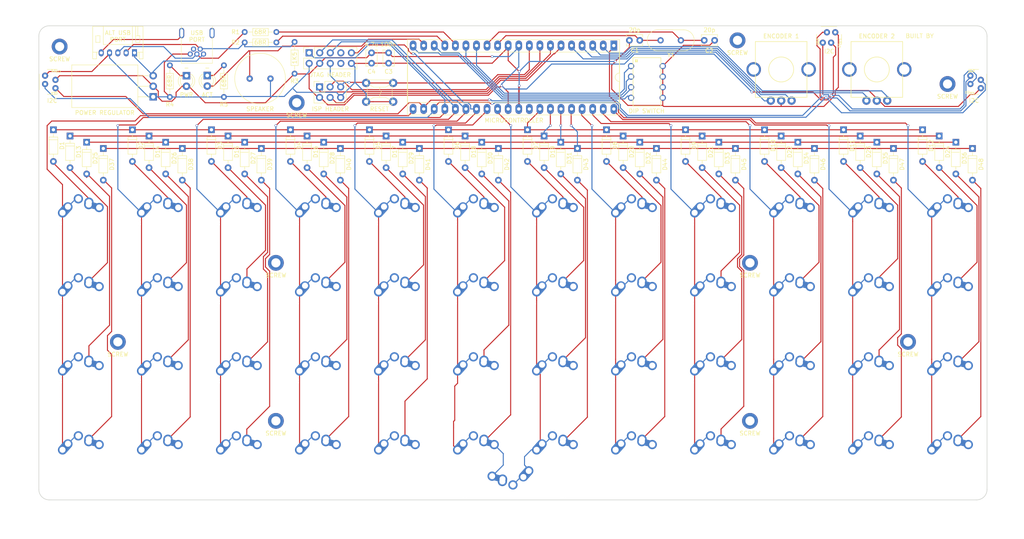
<source format=kicad_pcb>
(kicad_pcb (version 4) (host pcbnew 4.0.7)
  (layers (0 F.Cu signal) (31 B.Cu signal) (34 B.Paste user) (35 F.Paste user) (36 B.SilkS user) (37 F.SilkS user) (38 B.Mask user) (39 F.Mask user) (44 Edge.Cuts user))
  (net 0 "")
  (net 1 "Net-(U1-Pad32)")
  (net 2 D-)
  (net 3 D+)
  (net 4 GND)
  (net 5 VCC)
  (net 6 SDA)
  (net 7 SCL)
  (net 8 +5V)
  (net 9 "Net-(C1-Pad1)")
  (net 10 "Net-(C2-Pad1)")
  (net 11 "Net-(R1-Pad2)")
  (net 12 "Net-(R2-Pad2)")
  (net 13 ROW0)
  (net 14 "Net-(D1-Pad2)")
  (net 15 "Net-(D2-Pad2)")
  (net 16 "Net-(D3-Pad2)")
  (net 17 "Net-(D4-Pad2)")
  (net 18 "Net-(D5-Pad2)")
  (net 19 "Net-(D6-Pad2)")
  (net 20 "Net-(D7-Pad2)")
  (net 21 "Net-(D8-Pad2)")
  (net 22 "Net-(D9-Pad2)")
  (net 23 "Net-(D10-Pad2)")
  (net 24 "Net-(D11-Pad2)")
  (net 25 "Net-(D12-Pad2)")
  (net 26 ROW1)
  (net 27 "Net-(D13-Pad2)")
  (net 28 "Net-(D14-Pad2)")
  (net 29 "Net-(D15-Pad2)")
  (net 30 "Net-(D16-Pad2)")
  (net 31 "Net-(D17-Pad2)")
  (net 32 "Net-(D18-Pad2)")
  (net 33 "Net-(D19-Pad2)")
  (net 34 "Net-(D20-Pad2)")
  (net 35 "Net-(D21-Pad2)")
  (net 36 "Net-(D22-Pad2)")
  (net 37 "Net-(D23-Pad2)")
  (net 38 "Net-(D24-Pad2)")
  (net 39 ROW2)
  (net 40 "Net-(D25-Pad2)")
  (net 41 "Net-(D26-Pad2)")
  (net 42 "Net-(D27-Pad2)")
  (net 43 "Net-(D28-Pad2)")
  (net 44 "Net-(D29-Pad2)")
  (net 45 "Net-(D30-Pad2)")
  (net 46 "Net-(D31-Pad2)")
  (net 47 "Net-(D32-Pad2)")
  (net 48 "Net-(D33-Pad2)")
  (net 49 "Net-(D34-Pad2)")
  (net 50 "Net-(D35-Pad2)")
  (net 51 "Net-(D36-Pad2)")
  (net 52 ROW3)
  (net 53 "Net-(D37-Pad2)")
  (net 54 "Net-(D38-Pad2)")
  (net 55 "Net-(D39-Pad2)")
  (net 56 "Net-(D40-Pad2)")
  (net 57 "Net-(D41-Pad2)")
  (net 58 "Net-(D42-Pad2)")
  (net 59 "Net-(D43-Pad2)")
  (net 60 "Net-(D44-Pad2)")
  (net 61 "Net-(D45-Pad2)")
  (net 62 "Net-(D46-Pad2)")
  (net 63 "Net-(D47-Pad2)")
  (net 64 "Net-(D48-Pad2)")
  (net 65 COL0)
  (net 66 COL1)
  (net 67 COL2)
  (net 68 COL3)
  (net 69 COL4)
  (net 70 COL5)
  (net 71 COL6)
  (net 72 COL7)
  (net 73 COL8)
  (net 74 COL9)
  (net 75 COL10)
  (net 76 COL11)
  (net 77 RESET)
  (net 78 "Net-(J6-Pad7)")
  (net 79 "Net-(J6-Pad8)")
  (net 80 MISO)
  (net 81 SCK)
  (net 82 MOSI)
  (net 83 D5)
  (net 84 D4)
  (net 85 D1)
  (net 86 D0)
  (net 87 SHL)
  (net 88 "Net-(USB1-Pad4)")
  (net 89 "Net-(LED1-Pad1)")
  (net 90 "Net-(LED2-Pad1)")
  (net 91 D6)
  (net 92 B3)
  (net 93 B4)
  (net 94 B1)
  (net 95 B2)
  (module Mounting_Holes:MountingHole_2.2mm_M2_DIN965_Pad (layer F.Cu) (at 243.5 111.5)
    (fp_text reference REF** hide)
    (fp_text value MountingHole_2.2mm_M2_DIN965_Pad)
    (pad 1 thru_hole circle (at 0 0) (size 3.8 3.8) (drill 2.2) (layers *.Cu *.Mask))
  )
  (module Mounting_Holes:MountingHole_2.2mm_M2_DIN965_Pad (layer F.Cu) (at 202.5 39)
    (fp_text reference REF** hide)
    (fp_text value MountingHole_2.2mm_M2_DIN965_Pad)
    (pad 1 thru_hole circle (at 0 0) (size 3.8 3.8) (drill 2.2) (layers *.Cu *.Mask))
  )
  (module Mounting_Holes:MountingHole_2.2mm_M2_DIN965_Pad (layer F.Cu) (at 96.5 54)
    (fp_text reference REF** hide)
    (fp_text value MountingHole_2.2mm_M2_DIN965_Pad)
    (pad 1 thru_hole circle (at 0 0) (size 3.8 3.8) (drill 2.2) (layers *.Cu *.Mask))
  )
  (module Mounting_Holes:MountingHole_2.2mm_M2_DIN965_Pad (layer F.Cu) (at 39.5 40.5)
    (fp_text reference REF** hide)
    (fp_text value MountingHole_2.2mm_M2_DIN965_Pad)
    (pad 1 thru_hole circle (at 0 0) (size 3.8 3.8) (drill 2.2) (layers *.Cu *.Mask))
  )
  (module Mounting_Holes:MountingHole_2.2mm_M2_DIN965_Pad (layer F.Cu) (at 205.5 92.5)
    (fp_text reference REF** hide)
    (fp_text value MountingHole_2.2mm_M2_DIN965_Pad)
    (pad 1 thru_hole circle (at 0 0) (size 3.8 3.8) (drill 2.2) (layers *.Cu *.Mask))
  )
  (module Mounting_Holes:MountingHole_2.2mm_M2_DIN965_Pad (layer F.Cu) (at 91.5 92.5)
    (fp_text reference REF** hide)
    (fp_text value MountingHole_2.2mm_M2_DIN965_Pad)
    (pad 1 thru_hole circle (at 0 0) (size 3.8 3.8) (drill 2.2) (layers *.Cu *.Mask))
  )
  (module Mounting_Holes:MountingHole_2.2mm_M2_DIN965_Pad (layer F.Cu) (at 53.5 111.5)
    (fp_text reference REF** hide)
    (fp_text value MountingHole_2.2mm_M2_DIN965_Pad)
    (pad 1 thru_hole circle (at 0 0) (size 3.8 3.8) (drill 2.2) (layers *.Cu *.Mask))
  )
  (module Mounting_Holes:MountingHole_2.2mm_M2_DIN965_Pad (layer F.Cu) (at 91.5 130.5)
    (fp_text reference REF** hide)
    (fp_text value MountingHole_2.2mm_M2_DIN965_Pad)
    (pad 1 thru_hole circle (at 0 0) (size 3.8 3.8) (drill 2.2) (layers *.Cu *.Mask))
  )
  (module Mounting_Holes:MountingHole_2.2mm_M2_DIN965_Pad (layer F.Cu) (at 205.5 130.5)
    (fp_text reference REF** hide)
    (fp_text value MountingHole_2.2mm_M2_DIN965_Pad)
    (pad 1 thru_hole circle (at 0 0) (size 3.8 3.8) (drill 2.2) (layers *.Cu *.Mask))
  )
  (module olkb:210-4ES (layer F.Cu) (at 180.71 49 270)
    (fp_text reference SW1 hide)
    (fp_text value SW_DIP_x04)
    (pad 8 thru_hole circle (at -3.81 -3.81 270) (size 1.5 1.5) (drill 0.97) (layers *.Cu F.Mask) (net 4 GND))
    (pad 7 thru_hole circle (at -1.27 -3.81 270) (size 1.5 1.5) (drill 0.97) (layers *.Cu F.Mask) (net 4 GND))
    (pad 6 thru_hole circle (at 1.27 -3.81 270) (size 1.5 1.5) (drill 0.97) (layers *.Cu F.Mask) (net 4 GND))
    (pad 5 thru_hole circle (at 3.81 -3.81 270) (size 1.5 1.5) (drill 0.97) (layers *.Cu F.Mask) (net 4 GND))
    (pad 4 thru_hole circle (at 3.81 3.81 270) (size 1.5 1.5) (drill 0.97) (layers *.Cu F.Mask) (net 91 D6))
    (pad 3 thru_hole circle (at 1.27 3.81 270) (size 1.5 1.5) (drill 0.97) (layers *.Cu F.Mask) (net 84 D4))
    (pad 2 thru_hole circle (at -1.27 3.81 270) (size 1.5 1.5) (drill 0.97) (layers *.Cu F.Mask) (net 85 D1))
    (pad 1 thru_hole circle (at -3.81 3.81 270) (size 1.5 1.5) (drill 0.97) (layers *.Cu F.Mask) (net 86 D0))
  )
  (module Resistors_THT:R_Axial_DIN0204_L3.6mm_D1.6mm_P7.62mm_Horizontal (layer F.Cu) (at 66 45 270)
    (fp_text reference R4 (at 9.4 0 360) (layer F.SilkS))
    (fp_text value 68R)
    (pad 1 thru_hole circle (at 0 0 270) (size 1.4 1.4) (drill 0.7) (layers *.Cu *.Mask) (net 89 "Net-(LED1-Pad1)"))
    (pad 2 thru_hole oval (at 7.62 0 270) (size 1.4 1.4) (drill 0.7) (layers *.Cu *.Mask) (net 4 GND))
  )
  (module Resistors_THT:R_Axial_DIN0204_L3.6mm_D1.6mm_P7.62mm_Horizontal (layer F.Cu) (at 79 45 270)
    (fp_text reference R5 (at 9.4 0 360) (layer F.SilkS))
    (fp_text value 68R)
    (pad 1 thru_hole circle (at 0 0 270) (size 1.4 1.4) (drill 0.7) (layers *.Cu *.Mask) (net 90 "Net-(LED2-Pad1)"))
    (pad 2 thru_hole oval (at 7.62 0 270) (size 1.4 1.4) (drill 0.7) (layers *.Cu *.Mask) (net 4 GND))
  )
  (module olkb:UB-M5BR-DM14-4D (layer F.Cu) (at 72.5 37.25 180)
    (fp_text reference USB1 hide)
    (fp_text value Conn_01x06)
    (pad 5 thru_hole circle (at 1.6 -5.05 60) (size 1.25 1.25) (drill 0.7) (layers *.Cu *.Mask) (net 4 GND))
    (pad 4 thru_hole circle (at 0.8 -3.85 180) (size 1.25 1.25) (drill 0.7) (layers *.Cu *.Mask) (net 88 "Net-(USB1-Pad4)"))
    (pad 3 thru_hole circle (at 0 -5.05 180) (size 1.25 1.25) (drill 0.7) (layers *.Cu *.Mask) (net 3 D+))
    (pad 2 thru_hole circle (at -0.8 -3.85 180) (size 1.25 1.25) (drill 0.7) (layers *.Cu *.Mask) (net 2 D-))
    (pad 1 thru_hole circle (at -1.6 -5.05 300) (size 1.25 1.25) (drill 0.7) (layers *.Cu *.Mask) (net 8 +5V))
    (pad 6 thru_hole oval (at 3.65 0 180) (size 1.2 2.5) (drill oval 0.7 1.9) (layers *.Cu *.Mask) (net 87 SHL))
    (pad 6 thru_hole oval (at -3.65 0 180) (size 1.2 2.5) (drill oval 0.7 1.9) (layers *.Cu *.Mask) (net 87 SHL))
  )
  (module Housings_DIP:DIP-40_W15.24mm_Socket_LongPads (layer F.Cu) (at 172.76 40.26 270)
    (fp_text reference U1 hide)
    (fp_text value ATMEGA32A-PU)
    (pad 1 thru_hole rect (at 0 0 270) (size 2.4 1.6) (drill 0.8) (layers *.Cu *.Mask) (net 76 COL11))
    (pad 21 thru_hole oval (at 15.24 48.26 270) (size 2.4 1.6) (drill 0.8) (layers *.Cu *.Mask) (net 65 COL0))
    (pad 2 thru_hole oval (at 0 2.54 270) (size 2.4 1.6) (drill 0.8) (layers *.Cu *.Mask) (net 94 B1))
    (pad 22 thru_hole oval (at 15.24 45.72 270) (size 2.4 1.6) (drill 0.8) (layers *.Cu *.Mask) (net 7 SCL))
    (pad 3 thru_hole oval (at 0 5.08 270) (size 2.4 1.6) (drill 0.8) (layers *.Cu *.Mask) (net 95 B2))
    (pad 23 thru_hole oval (at 15.24 43.18 270) (size 2.4 1.6) (drill 0.8) (layers *.Cu *.Mask) (net 6 SDA))
    (pad 4 thru_hole oval (at 0 7.62 270) (size 2.4 1.6) (drill 0.8) (layers *.Cu *.Mask) (net 92 B3))
    (pad 24 thru_hole oval (at 15.24 40.64 270) (size 2.4 1.6) (drill 0.8) (layers *.Cu *.Mask) (net 66 COL1))
    (pad 5 thru_hole oval (at 0 10.16 270) (size 2.4 1.6) (drill 0.8) (layers *.Cu *.Mask) (net 93 B4))
    (pad 25 thru_hole oval (at 15.24 38.1 270) (size 2.4 1.6) (drill 0.8) (layers *.Cu *.Mask) (net 67 COL2))
    (pad 6 thru_hole oval (at 0 12.7 270) (size 2.4 1.6) (drill 0.8) (layers *.Cu *.Mask) (net 82 MOSI))
    (pad 26 thru_hole oval (at 15.24 35.56 270) (size 2.4 1.6) (drill 0.8) (layers *.Cu *.Mask) (net 68 COL3))
    (pad 7 thru_hole oval (at 0 15.24 270) (size 2.4 1.6) (drill 0.8) (layers *.Cu *.Mask) (net 80 MISO))
    (pad 27 thru_hole oval (at 15.24 33.02 270) (size 2.4 1.6) (drill 0.8) (layers *.Cu *.Mask) (net 69 COL4))
    (pad 8 thru_hole oval (at 0 17.78 270) (size 2.4 1.6) (drill 0.8) (layers *.Cu *.Mask) (net 81 SCK))
    (pad 28 thru_hole oval (at 15.24 30.48 270) (size 2.4 1.6) (drill 0.8) (layers *.Cu *.Mask) (net 70 COL5))
    (pad 9 thru_hole oval (at 0 20.32 270) (size 2.4 1.6) (drill 0.8) (layers *.Cu *.Mask) (net 77 RESET))
    (pad 29 thru_hole oval (at 15.24 27.94 270) (size 2.4 1.6) (drill 0.8) (layers *.Cu *.Mask) (net 71 COL6))
    (pad 10 thru_hole oval (at 0 22.86 270) (size 2.4 1.6) (drill 0.8) (layers *.Cu *.Mask) (net 5 VCC))
    (pad 30 thru_hole oval (at 15.24 25.4 270) (size 2.4 1.6) (drill 0.8) (layers *.Cu *.Mask) (net 5 VCC))
    (pad 11 thru_hole oval (at 0 25.4 270) (size 2.4 1.6) (drill 0.8) (layers *.Cu *.Mask) (net 4 GND))
    (pad 31 thru_hole oval (at 15.24 22.86 270) (size 2.4 1.6) (drill 0.8) (layers *.Cu *.Mask) (net 4 GND))
    (pad 12 thru_hole oval (at 0 27.94 270) (size 2.4 1.6) (drill 0.8) (layers *.Cu *.Mask) (net 9 "Net-(C1-Pad1)"))
    (pad 32 thru_hole oval (at 15.24 20.32 270) (size 2.4 1.6) (drill 0.8) (layers *.Cu *.Mask) (net 1 "Net-(U1-Pad32)"))
    (pad 13 thru_hole oval (at 0 30.48 270) (size 2.4 1.6) (drill 0.8) (layers *.Cu *.Mask) (net 10 "Net-(C2-Pad1)"))
    (pad 33 thru_hole oval (at 15.24 17.78 270) (size 2.4 1.6) (drill 0.8) (layers *.Cu *.Mask) (net 13 ROW0))
    (pad 14 thru_hole oval (at 0 33.02 270) (size 2.4 1.6) (drill 0.8) (layers *.Cu *.Mask) (net 86 D0))
    (pad 34 thru_hole oval (at 15.24 15.24 270) (size 2.4 1.6) (drill 0.8) (layers *.Cu *.Mask) (net 26 ROW1))
    (pad 15 thru_hole oval (at 0 35.56 270) (size 2.4 1.6) (drill 0.8) (layers *.Cu *.Mask) (net 85 D1))
    (pad 35 thru_hole oval (at 15.24 12.7 270) (size 2.4 1.6) (drill 0.8) (layers *.Cu *.Mask) (net 39 ROW2))
    (pad 16 thru_hole oval (at 0 38.1 270) (size 2.4 1.6) (drill 0.8) (layers *.Cu *.Mask) (net 11 "Net-(R1-Pad2)"))
    (pad 36 thru_hole oval (at 15.24 10.16 270) (size 2.4 1.6) (drill 0.8) (layers *.Cu *.Mask) (net 52 ROW3))
    (pad 17 thru_hole oval (at 0 40.64 270) (size 2.4 1.6) (drill 0.8) (layers *.Cu *.Mask) (net 12 "Net-(R2-Pad2)"))
    (pad 37 thru_hole oval (at 15.24 7.62 270) (size 2.4 1.6) (drill 0.8) (layers *.Cu *.Mask) (net 72 COL7))
    (pad 18 thru_hole oval (at 0 43.18 270) (size 2.4 1.6) (drill 0.8) (layers *.Cu *.Mask) (net 84 D4))
    (pad 38 thru_hole oval (at 15.24 5.08 270) (size 2.4 1.6) (drill 0.8) (layers *.Cu *.Mask) (net 73 COL8))
    (pad 19 thru_hole oval (at 0 45.72 270) (size 2.4 1.6) (drill 0.8) (layers *.Cu *.Mask) (net 83 D5))
    (pad 39 thru_hole oval (at 15.24 2.54 270) (size 2.4 1.6) (drill 0.8) (layers *.Cu *.Mask) (net 74 COL9))
    (pad 20 thru_hole oval (at 0 48.26 270) (size 2.4 1.6) (drill 0.8) (layers *.Cu *.Mask) (net 91 D6))
    (pad 40 thru_hole oval (at 15.24 0 270) (size 2.4 1.6) (drill 0.8) (layers *.Cu *.Mask) (net 75 COL10))
  )
  (module olkb:UniKBSwitch_1u (layer F.Cu) (at 44 83 180)
    (fp_text reference K1)
    (fp_text value Switch hide)
    (pad 1 smd oval (at 3.155 3.23 138) (size 2.25 4.17) (layers B.Cu B.Mask) (net 65 COL0))
    (pad 2 smd oval (at -2.52 4.79 176) (size 2.25 2.83) (layers B.Cu B.Mask) (net 14 "Net-(D1-Pad2)"))
    (pad 1 thru_hole circle (at 2.5 4 180) (size 1.77 1.77) (drill 1.46) (layers *.Cu *.Mask) (net 65 COL0))
    (pad 1 thru_hole circle (at 3.81 2.54 180) (size 1.77 1.77) (drill 1.46) (layers *.Cu *.Mask) (net 65 COL0))
    (pad 2 thru_hole circle (at -2.5 4.5 180) (size 1.77 1.77) (drill 1.46) (layers *.Cu *.Mask) (net 14 "Net-(D1-Pad2)"))
    (pad HOLE np_thru_hole circle (at 5.22 -4.2 180) (size 0.6 0.6) (drill 0.6) (layers *.Cu *.Mask))
    (pad 2 thru_hole circle (at -2.54 5.08 180) (size 1.77 1.77) (drill 1.46) (layers *.Cu *.Mask) (net 14 "Net-(D1-Pad2)"))
    (pad 2 smd circle (at -5 3.8 180) (size 2.25 2.25) (layers B.Cu B.Mask) (net 14 "Net-(D1-Pad2)"))
    (pad 1 smd circle (at 0 5.9 180) (size 2.25 2.25) (layers B.Cu B.Mask) (net 65 COL0))
    (pad "" np_thru_hole circle (at -5.5 0 180) (size 1.78 1.78) (drill 1.78) (layers *.Cu *.Mask))
    (pad 1 thru_hole circle (at 0 5.9 180) (size 1.77 1.77) (drill 1.47) (layers *.Cu *.Mask) (net 65 COL0))
    (pad 2 thru_hole circle (at -5 3.8 180) (size 1.77 1.77) (drill 1.46) (layers *.Cu *.Mask) (net 14 "Net-(D1-Pad2)"))
    (pad "" np_thru_hole circle (at 5.5 0 180) (size 1.78 1.78) (drill 1.78) (layers *.Cu *.Mask))
    (pad "" np_thru_hole circle (at 0 0 180) (size 3.9878 3.9878) (drill 3.9878) (layers *.Cu *.Mask))
    (pad "" np_thru_hole circle (at -5.08 0 180) (size 1.68 1.68) (drill 1.68) (layers *.Cu *.Mask))
    (pad "" np_thru_hole circle (at 5.08 0 180) (size 1.68 1.68) (drill 1.68) (layers *.Cu *.Mask))
    (pad 2 smd oval (at -3.8 4.2 166) (size 4 1.524) (layers B.Cu B.Mask) (net 14 "Net-(D1-Pad2)"))
  )
  (module olkb:UniKBSwitch_1u (layer F.Cu) (at 253 83 180)
    (fp_text reference K12)
    (fp_text value Switch hide)
    (pad 1 smd oval (at 3.155 3.23 138) (size 2.25 4.17) (layers B.Cu B.Mask) (net 76 COL11))
    (pad 2 smd oval (at -2.52 4.79 176) (size 2.25 2.83) (layers B.Cu B.Mask) (net 25 "Net-(D12-Pad2)"))
    (pad 1 thru_hole circle (at 2.5 4 180) (size 1.77 1.77) (drill 1.46) (layers *.Cu *.Mask) (net 76 COL11))
    (pad 1 thru_hole circle (at 3.81 2.54 180) (size 1.77 1.77) (drill 1.46) (layers *.Cu *.Mask) (net 76 COL11))
    (pad 2 thru_hole circle (at -2.5 4.5 180) (size 1.77 1.77) (drill 1.46) (layers *.Cu *.Mask) (net 25 "Net-(D12-Pad2)"))
    (pad HOLE np_thru_hole circle (at 5.22 -4.2 180) (size 0.6 0.6) (drill 0.6) (layers *.Cu *.Mask))
    (pad 2 thru_hole circle (at -2.54 5.08 180) (size 1.77 1.77) (drill 1.46) (layers *.Cu *.Mask) (net 25 "Net-(D12-Pad2)"))
    (pad 2 smd circle (at -5 3.8 180) (size 2.25 2.25) (layers B.Cu B.Mask) (net 25 "Net-(D12-Pad2)"))
    (pad 1 smd circle (at 0 5.9 180) (size 2.25 2.25) (layers B.Cu B.Mask) (net 76 COL11))
    (pad "" np_thru_hole circle (at -5.5 0 180) (size 1.78 1.78) (drill 1.78) (layers *.Cu *.Mask))
    (pad 1 thru_hole circle (at 0 5.9 180) (size 1.77 1.77) (drill 1.47) (layers *.Cu *.Mask) (net 76 COL11))
    (pad 2 thru_hole circle (at -5 3.8 180) (size 1.77 1.77) (drill 1.46) (layers *.Cu *.Mask) (net 25 "Net-(D12-Pad2)"))
    (pad "" np_thru_hole circle (at 5.5 0 180) (size 1.78 1.78) (drill 1.78) (layers *.Cu *.Mask))
    (pad "" np_thru_hole circle (at 0 0 180) (size 3.9878 3.9878) (drill 3.9878) (layers *.Cu *.Mask))
    (pad "" np_thru_hole circle (at -5.08 0 180) (size 1.68 1.68) (drill 1.68) (layers *.Cu *.Mask))
    (pad "" np_thru_hole circle (at 5.08 0 180) (size 1.68 1.68) (drill 1.68) (layers *.Cu *.Mask))
    (pad 2 smd oval (at -3.8 4.2 166) (size 4 1.524) (layers B.Cu B.Mask) (net 25 "Net-(D12-Pad2)"))
  )
  (module olkb:UniKBSwitch_1u (layer F.Cu) (at 234 83 180)
    (fp_text reference K11)
    (fp_text value Switch hide)
    (pad 1 smd oval (at 3.155 3.23 138) (size 2.25 4.17) (layers B.Cu B.Mask) (net 75 COL10))
    (pad 2 smd oval (at -2.52 4.79 176) (size 2.25 2.83) (layers B.Cu B.Mask) (net 24 "Net-(D11-Pad2)"))
    (pad 1 thru_hole circle (at 2.5 4 180) (size 1.77 1.77) (drill 1.46) (layers *.Cu *.Mask) (net 75 COL10))
    (pad 1 thru_hole circle (at 3.81 2.54 180) (size 1.77 1.77) (drill 1.46) (layers *.Cu *.Mask) (net 75 COL10))
    (pad 2 thru_hole circle (at -2.5 4.5 180) (size 1.77 1.77) (drill 1.46) (layers *.Cu *.Mask) (net 24 "Net-(D11-Pad2)"))
    (pad HOLE np_thru_hole circle (at 5.22 -4.2 180) (size 0.6 0.6) (drill 0.6) (layers *.Cu *.Mask))
    (pad 2 thru_hole circle (at -2.54 5.08 180) (size 1.77 1.77) (drill 1.46) (layers *.Cu *.Mask) (net 24 "Net-(D11-Pad2)"))
    (pad 2 smd circle (at -5 3.8 180) (size 2.25 2.25) (layers B.Cu B.Mask) (net 24 "Net-(D11-Pad2)"))
    (pad 1 smd circle (at 0 5.9 180) (size 2.25 2.25) (layers B.Cu B.Mask) (net 75 COL10))
    (pad "" np_thru_hole circle (at -5.5 0 180) (size 1.78 1.78) (drill 1.78) (layers *.Cu *.Mask))
    (pad 1 thru_hole circle (at 0 5.9 180) (size 1.77 1.77) (drill 1.47) (layers *.Cu *.Mask) (net 75 COL10))
    (pad 2 thru_hole circle (at -5 3.8 180) (size 1.77 1.77) (drill 1.46) (layers *.Cu *.Mask) (net 24 "Net-(D11-Pad2)"))
    (pad "" np_thru_hole circle (at 5.5 0 180) (size 1.78 1.78) (drill 1.78) (layers *.Cu *.Mask))
    (pad "" np_thru_hole circle (at 0 0 180) (size 3.9878 3.9878) (drill 3.9878) (layers *.Cu *.Mask))
    (pad "" np_thru_hole circle (at -5.08 0 180) (size 1.68 1.68) (drill 1.68) (layers *.Cu *.Mask))
    (pad "" np_thru_hole circle (at 5.08 0 180) (size 1.68 1.68) (drill 1.68) (layers *.Cu *.Mask))
    (pad 2 smd oval (at -3.8 4.2 166) (size 4 1.524) (layers B.Cu B.Mask) (net 24 "Net-(D11-Pad2)"))
  )
  (module olkb:UniKBSwitch_1u (layer F.Cu) (at 215 83 180)
    (fp_text reference K10)
    (fp_text value Switch hide)
    (pad 1 smd oval (at 3.155 3.23 138) (size 2.25 4.17) (layers B.Cu B.Mask) (net 74 COL9))
    (pad 2 smd oval (at -2.52 4.79 176) (size 2.25 2.83) (layers B.Cu B.Mask) (net 23 "Net-(D10-Pad2)"))
    (pad 1 thru_hole circle (at 2.5 4 180) (size 1.77 1.77) (drill 1.46) (layers *.Cu *.Mask) (net 74 COL9))
    (pad 1 thru_hole circle (at 3.81 2.54 180) (size 1.77 1.77) (drill 1.46) (layers *.Cu *.Mask) (net 74 COL9))
    (pad 2 thru_hole circle (at -2.5 4.5 180) (size 1.77 1.77) (drill 1.46) (layers *.Cu *.Mask) (net 23 "Net-(D10-Pad2)"))
    (pad HOLE np_thru_hole circle (at 5.22 -4.2 180) (size 0.6 0.6) (drill 0.6) (layers *.Cu *.Mask))
    (pad 2 thru_hole circle (at -2.54 5.08 180) (size 1.77 1.77) (drill 1.46) (layers *.Cu *.Mask) (net 23 "Net-(D10-Pad2)"))
    (pad 2 smd circle (at -5 3.8 180) (size 2.25 2.25) (layers B.Cu B.Mask) (net 23 "Net-(D10-Pad2)"))
    (pad 1 smd circle (at 0 5.9 180) (size 2.25 2.25) (layers B.Cu B.Mask) (net 74 COL9))
    (pad "" np_thru_hole circle (at -5.5 0 180) (size 1.78 1.78) (drill 1.78) (layers *.Cu *.Mask))
    (pad 1 thru_hole circle (at 0 5.9 180) (size 1.77 1.77) (drill 1.47) (layers *.Cu *.Mask) (net 74 COL9))
    (pad 2 thru_hole circle (at -5 3.8 180) (size 1.77 1.77) (drill 1.46) (layers *.Cu *.Mask) (net 23 "Net-(D10-Pad2)"))
    (pad "" np_thru_hole circle (at 5.5 0 180) (size 1.78 1.78) (drill 1.78) (layers *.Cu *.Mask))
    (pad "" np_thru_hole circle (at 0 0 180) (size 3.9878 3.9878) (drill 3.9878) (layers *.Cu *.Mask))
    (pad "" np_thru_hole circle (at -5.08 0 180) (size 1.68 1.68) (drill 1.68) (layers *.Cu *.Mask))
    (pad "" np_thru_hole circle (at 5.08 0 180) (size 1.68 1.68) (drill 1.68) (layers *.Cu *.Mask))
    (pad 2 smd oval (at -3.8 4.2 166) (size 4 1.524) (layers B.Cu B.Mask) (net 23 "Net-(D10-Pad2)"))
  )
  (module olkb:UniKBSwitch_1u (layer F.Cu) (at 196 83 180)
    (fp_text reference K9)
    (fp_text value Switch hide)
    (pad 1 smd oval (at 3.155 3.23 138) (size 2.25 4.17) (layers B.Cu B.Mask) (net 73 COL8))
    (pad 2 smd oval (at -2.52 4.79 176) (size 2.25 2.83) (layers B.Cu B.Mask) (net 22 "Net-(D9-Pad2)"))
    (pad 1 thru_hole circle (at 2.5 4 180) (size 1.77 1.77) (drill 1.46) (layers *.Cu *.Mask) (net 73 COL8))
    (pad 1 thru_hole circle (at 3.81 2.54 180) (size 1.77 1.77) (drill 1.46) (layers *.Cu *.Mask) (net 73 COL8))
    (pad 2 thru_hole circle (at -2.5 4.5 180) (size 1.77 1.77) (drill 1.46) (layers *.Cu *.Mask) (net 22 "Net-(D9-Pad2)"))
    (pad HOLE np_thru_hole circle (at 5.22 -4.2 180) (size 0.6 0.6) (drill 0.6) (layers *.Cu *.Mask))
    (pad 2 thru_hole circle (at -2.54 5.08 180) (size 1.77 1.77) (drill 1.46) (layers *.Cu *.Mask) (net 22 "Net-(D9-Pad2)"))
    (pad 2 smd circle (at -5 3.8 180) (size 2.25 2.25) (layers B.Cu B.Mask) (net 22 "Net-(D9-Pad2)"))
    (pad 1 smd circle (at 0 5.9 180) (size 2.25 2.25) (layers B.Cu B.Mask) (net 73 COL8))
    (pad "" np_thru_hole circle (at -5.5 0 180) (size 1.78 1.78) (drill 1.78) (layers *.Cu *.Mask))
    (pad 1 thru_hole circle (at 0 5.9 180) (size 1.77 1.77) (drill 1.47) (layers *.Cu *.Mask) (net 73 COL8))
    (pad 2 thru_hole circle (at -5 3.8 180) (size 1.77 1.77) (drill 1.46) (layers *.Cu *.Mask) (net 22 "Net-(D9-Pad2)"))
    (pad "" np_thru_hole circle (at 5.5 0 180) (size 1.78 1.78) (drill 1.78) (layers *.Cu *.Mask))
    (pad "" np_thru_hole circle (at 0 0 180) (size 3.9878 3.9878) (drill 3.9878) (layers *.Cu *.Mask))
    (pad "" np_thru_hole circle (at -5.08 0 180) (size 1.68 1.68) (drill 1.68) (layers *.Cu *.Mask))
    (pad "" np_thru_hole circle (at 5.08 0 180) (size 1.68 1.68) (drill 1.68) (layers *.Cu *.Mask))
    (pad 2 smd oval (at -3.8 4.2 166) (size 4 1.524) (layers B.Cu B.Mask) (net 22 "Net-(D9-Pad2)"))
  )
  (module olkb:UniKBSwitch_1u (layer F.Cu) (at 177 83 180)
    (fp_text reference K8)
    (fp_text value Switch hide)
    (pad 1 smd oval (at 3.155 3.23 138) (size 2.25 4.17) (layers B.Cu B.Mask) (net 72 COL7))
    (pad 2 smd oval (at -2.52 4.79 176) (size 2.25 2.83) (layers B.Cu B.Mask) (net 21 "Net-(D8-Pad2)"))
    (pad 1 thru_hole circle (at 2.5 4 180) (size 1.77 1.77) (drill 1.46) (layers *.Cu *.Mask) (net 72 COL7))
    (pad 1 thru_hole circle (at 3.81 2.54 180) (size 1.77 1.77) (drill 1.46) (layers *.Cu *.Mask) (net 72 COL7))
    (pad 2 thru_hole circle (at -2.5 4.5 180) (size 1.77 1.77) (drill 1.46) (layers *.Cu *.Mask) (net 21 "Net-(D8-Pad2)"))
    (pad HOLE np_thru_hole circle (at 5.22 -4.2 180) (size 0.6 0.6) (drill 0.6) (layers *.Cu *.Mask))
    (pad 2 thru_hole circle (at -2.54 5.08 180) (size 1.77 1.77) (drill 1.46) (layers *.Cu *.Mask) (net 21 "Net-(D8-Pad2)"))
    (pad 2 smd circle (at -5 3.8 180) (size 2.25 2.25) (layers B.Cu B.Mask) (net 21 "Net-(D8-Pad2)"))
    (pad 1 smd circle (at 0 5.9 180) (size 2.25 2.25) (layers B.Cu B.Mask) (net 72 COL7))
    (pad "" np_thru_hole circle (at -5.5 0 180) (size 1.78 1.78) (drill 1.78) (layers *.Cu *.Mask))
    (pad 1 thru_hole circle (at 0 5.9 180) (size 1.77 1.77) (drill 1.47) (layers *.Cu *.Mask) (net 72 COL7))
    (pad 2 thru_hole circle (at -5 3.8 180) (size 1.77 1.77) (drill 1.46) (layers *.Cu *.Mask) (net 21 "Net-(D8-Pad2)"))
    (pad "" np_thru_hole circle (at 5.5 0 180) (size 1.78 1.78) (drill 1.78) (layers *.Cu *.Mask))
    (pad "" np_thru_hole circle (at 0 0 180) (size 3.9878 3.9878) (drill 3.9878) (layers *.Cu *.Mask))
    (pad "" np_thru_hole circle (at -5.08 0 180) (size 1.68 1.68) (drill 1.68) (layers *.Cu *.Mask))
    (pad "" np_thru_hole circle (at 5.08 0 180) (size 1.68 1.68) (drill 1.68) (layers *.Cu *.Mask))
    (pad 2 smd oval (at -3.8 4.2 166) (size 4 1.524) (layers B.Cu B.Mask) (net 21 "Net-(D8-Pad2)"))
  )
  (module olkb:UniKBSwitch_1u (layer F.Cu) (at 158 83 180)
    (fp_text reference K7)
    (fp_text value Switch hide)
    (pad 1 smd oval (at 3.155 3.23 138) (size 2.25 4.17) (layers B.Cu B.Mask) (net 71 COL6))
    (pad 2 smd oval (at -2.52 4.79 176) (size 2.25 2.83) (layers B.Cu B.Mask) (net 20 "Net-(D7-Pad2)"))
    (pad 1 thru_hole circle (at 2.5 4 180) (size 1.77 1.77) (drill 1.46) (layers *.Cu *.Mask) (net 71 COL6))
    (pad 1 thru_hole circle (at 3.81 2.54 180) (size 1.77 1.77) (drill 1.46) (layers *.Cu *.Mask) (net 71 COL6))
    (pad 2 thru_hole circle (at -2.5 4.5 180) (size 1.77 1.77) (drill 1.46) (layers *.Cu *.Mask) (net 20 "Net-(D7-Pad2)"))
    (pad HOLE np_thru_hole circle (at 5.22 -4.2 180) (size 0.6 0.6) (drill 0.6) (layers *.Cu *.Mask))
    (pad 2 thru_hole circle (at -2.54 5.08 180) (size 1.77 1.77) (drill 1.46) (layers *.Cu *.Mask) (net 20 "Net-(D7-Pad2)"))
    (pad 2 smd circle (at -5 3.8 180) (size 2.25 2.25) (layers B.Cu B.Mask) (net 20 "Net-(D7-Pad2)"))
    (pad 1 smd circle (at 0 5.9 180) (size 2.25 2.25) (layers B.Cu B.Mask) (net 71 COL6))
    (pad "" np_thru_hole circle (at -5.5 0 180) (size 1.78 1.78) (drill 1.78) (layers *.Cu *.Mask))
    (pad 1 thru_hole circle (at 0 5.9 180) (size 1.77 1.77) (drill 1.47) (layers *.Cu *.Mask) (net 71 COL6))
    (pad 2 thru_hole circle (at -5 3.8 180) (size 1.77 1.77) (drill 1.46) (layers *.Cu *.Mask) (net 20 "Net-(D7-Pad2)"))
    (pad "" np_thru_hole circle (at 5.5 0 180) (size 1.78 1.78) (drill 1.78) (layers *.Cu *.Mask))
    (pad "" np_thru_hole circle (at 0 0 180) (size 3.9878 3.9878) (drill 3.9878) (layers *.Cu *.Mask))
    (pad "" np_thru_hole circle (at -5.08 0 180) (size 1.68 1.68) (drill 1.68) (layers *.Cu *.Mask))
    (pad "" np_thru_hole circle (at 5.08 0 180) (size 1.68 1.68) (drill 1.68) (layers *.Cu *.Mask))
    (pad 2 smd oval (at -3.8 4.2 166) (size 4 1.524) (layers B.Cu B.Mask) (net 20 "Net-(D7-Pad2)"))
  )
  (module olkb:UniKBSwitch_1u (layer F.Cu) (at 139 83 180)
    (fp_text reference K6)
    (fp_text value Switch hide)
    (pad 1 smd oval (at 3.155 3.23 138) (size 2.25 4.17) (layers B.Cu B.Mask) (net 70 COL5))
    (pad 2 smd oval (at -2.52 4.79 176) (size 2.25 2.83) (layers B.Cu B.Mask) (net 19 "Net-(D6-Pad2)"))
    (pad 1 thru_hole circle (at 2.5 4 180) (size 1.77 1.77) (drill 1.46) (layers *.Cu *.Mask) (net 70 COL5))
    (pad 1 thru_hole circle (at 3.81 2.54 180) (size 1.77 1.77) (drill 1.46) (layers *.Cu *.Mask) (net 70 COL5))
    (pad 2 thru_hole circle (at -2.5 4.5 180) (size 1.77 1.77) (drill 1.46) (layers *.Cu *.Mask) (net 19 "Net-(D6-Pad2)"))
    (pad HOLE np_thru_hole circle (at 5.22 -4.2 180) (size 0.6 0.6) (drill 0.6) (layers *.Cu *.Mask))
    (pad 2 thru_hole circle (at -2.54 5.08 180) (size 1.77 1.77) (drill 1.46) (layers *.Cu *.Mask) (net 19 "Net-(D6-Pad2)"))
    (pad 2 smd circle (at -5 3.8 180) (size 2.25 2.25) (layers B.Cu B.Mask) (net 19 "Net-(D6-Pad2)"))
    (pad 1 smd circle (at 0 5.9 180) (size 2.25 2.25) (layers B.Cu B.Mask) (net 70 COL5))
    (pad "" np_thru_hole circle (at -5.5 0 180) (size 1.78 1.78) (drill 1.78) (layers *.Cu *.Mask))
    (pad 1 thru_hole circle (at 0 5.9 180) (size 1.77 1.77) (drill 1.47) (layers *.Cu *.Mask) (net 70 COL5))
    (pad 2 thru_hole circle (at -5 3.8 180) (size 1.77 1.77) (drill 1.46) (layers *.Cu *.Mask) (net 19 "Net-(D6-Pad2)"))
    (pad "" np_thru_hole circle (at 5.5 0 180) (size 1.78 1.78) (drill 1.78) (layers *.Cu *.Mask))
    (pad "" np_thru_hole circle (at 0 0 180) (size 3.9878 3.9878) (drill 3.9878) (layers *.Cu *.Mask))
    (pad "" np_thru_hole circle (at -5.08 0 180) (size 1.68 1.68) (drill 1.68) (layers *.Cu *.Mask))
    (pad "" np_thru_hole circle (at 5.08 0 180) (size 1.68 1.68) (drill 1.68) (layers *.Cu *.Mask))
    (pad 2 smd oval (at -3.8 4.2 166) (size 4 1.524) (layers B.Cu B.Mask) (net 19 "Net-(D6-Pad2)"))
  )
  (module olkb:UniKBSwitch_1u (layer F.Cu) (at 120 83 180)
    (fp_text reference K5)
    (fp_text value Switch hide)
    (pad 1 smd oval (at 3.155 3.23 138) (size 2.25 4.17) (layers B.Cu B.Mask) (net 69 COL4))
    (pad 2 smd oval (at -2.52 4.79 176) (size 2.25 2.83) (layers B.Cu B.Mask) (net 18 "Net-(D5-Pad2)"))
    (pad 1 thru_hole circle (at 2.5 4 180) (size 1.77 1.77) (drill 1.46) (layers *.Cu *.Mask) (net 69 COL4))
    (pad 1 thru_hole circle (at 3.81 2.54 180) (size 1.77 1.77) (drill 1.46) (layers *.Cu *.Mask) (net 69 COL4))
    (pad 2 thru_hole circle (at -2.5 4.5 180) (size 1.77 1.77) (drill 1.46) (layers *.Cu *.Mask) (net 18 "Net-(D5-Pad2)"))
    (pad HOLE np_thru_hole circle (at 5.22 -4.2 180) (size 0.6 0.6) (drill 0.6) (layers *.Cu *.Mask))
    (pad 2 thru_hole circle (at -2.54 5.08 180) (size 1.77 1.77) (drill 1.46) (layers *.Cu *.Mask) (net 18 "Net-(D5-Pad2)"))
    (pad 2 smd circle (at -5 3.8 180) (size 2.25 2.25) (layers B.Cu B.Mask) (net 18 "Net-(D5-Pad2)"))
    (pad 1 smd circle (at 0 5.9 180) (size 2.25 2.25) (layers B.Cu B.Mask) (net 69 COL4))
    (pad "" np_thru_hole circle (at -5.5 0 180) (size 1.78 1.78) (drill 1.78) (layers *.Cu *.Mask))
    (pad 1 thru_hole circle (at 0 5.9 180) (size 1.77 1.77) (drill 1.47) (layers *.Cu *.Mask) (net 69 COL4))
    (pad 2 thru_hole circle (at -5 3.8 180) (size 1.77 1.77) (drill 1.46) (layers *.Cu *.Mask) (net 18 "Net-(D5-Pad2)"))
    (pad "" np_thru_hole circle (at 5.5 0 180) (size 1.78 1.78) (drill 1.78) (layers *.Cu *.Mask))
    (pad "" np_thru_hole circle (at 0 0 180) (size 3.9878 3.9878) (drill 3.9878) (layers *.Cu *.Mask))
    (pad "" np_thru_hole circle (at -5.08 0 180) (size 1.68 1.68) (drill 1.68) (layers *.Cu *.Mask))
    (pad "" np_thru_hole circle (at 5.08 0 180) (size 1.68 1.68) (drill 1.68) (layers *.Cu *.Mask))
    (pad 2 smd oval (at -3.8 4.2 166) (size 4 1.524) (layers B.Cu B.Mask) (net 18 "Net-(D5-Pad2)"))
  )
  (module olkb:UniKBSwitch_1u (layer F.Cu) (at 101 83 180)
    (fp_text reference K4)
    (fp_text value Switch hide)
    (pad 1 smd oval (at 3.155 3.23 138) (size 2.25 4.17) (layers B.Cu B.Mask) (net 68 COL3))
    (pad 2 smd oval (at -2.52 4.79 176) (size 2.25 2.83) (layers B.Cu B.Mask) (net 17 "Net-(D4-Pad2)"))
    (pad 1 thru_hole circle (at 2.5 4 180) (size 1.77 1.77) (drill 1.46) (layers *.Cu *.Mask) (net 68 COL3))
    (pad 1 thru_hole circle (at 3.81 2.54 180) (size 1.77 1.77) (drill 1.46) (layers *.Cu *.Mask) (net 68 COL3))
    (pad 2 thru_hole circle (at -2.5 4.5 180) (size 1.77 1.77) (drill 1.46) (layers *.Cu *.Mask) (net 17 "Net-(D4-Pad2)"))
    (pad HOLE np_thru_hole circle (at 5.22 -4.2 180) (size 0.6 0.6) (drill 0.6) (layers *.Cu *.Mask))
    (pad 2 thru_hole circle (at -2.54 5.08 180) (size 1.77 1.77) (drill 1.46) (layers *.Cu *.Mask) (net 17 "Net-(D4-Pad2)"))
    (pad 2 smd circle (at -5 3.8 180) (size 2.25 2.25) (layers B.Cu B.Mask) (net 17 "Net-(D4-Pad2)"))
    (pad 1 smd circle (at 0 5.9 180) (size 2.25 2.25) (layers B.Cu B.Mask) (net 68 COL3))
    (pad "" np_thru_hole circle (at -5.5 0 180) (size 1.78 1.78) (drill 1.78) (layers *.Cu *.Mask))
    (pad 1 thru_hole circle (at 0 5.9 180) (size 1.77 1.77) (drill 1.47) (layers *.Cu *.Mask) (net 68 COL3))
    (pad 2 thru_hole circle (at -5 3.8 180) (size 1.77 1.77) (drill 1.46) (layers *.Cu *.Mask) (net 17 "Net-(D4-Pad2)"))
    (pad "" np_thru_hole circle (at 5.5 0 180) (size 1.78 1.78) (drill 1.78) (layers *.Cu *.Mask))
    (pad "" np_thru_hole circle (at 0 0 180) (size 3.9878 3.9878) (drill 3.9878) (layers *.Cu *.Mask))
    (pad "" np_thru_hole circle (at -5.08 0 180) (size 1.68 1.68) (drill 1.68) (layers *.Cu *.Mask))
    (pad "" np_thru_hole circle (at 5.08 0 180) (size 1.68 1.68) (drill 1.68) (layers *.Cu *.Mask))
    (pad 2 smd oval (at -3.8 4.2 166) (size 4 1.524) (layers B.Cu B.Mask) (net 17 "Net-(D4-Pad2)"))
  )
  (module olkb:UniKBSwitch_1u (layer F.Cu) (at 82 83 180)
    (fp_text reference K3)
    (fp_text value Switch hide)
    (pad 1 smd oval (at 3.155 3.23 138) (size 2.25 4.17) (layers B.Cu B.Mask) (net 67 COL2))
    (pad 2 smd oval (at -2.52 4.79 176) (size 2.25 2.83) (layers B.Cu B.Mask) (net 16 "Net-(D3-Pad2)"))
    (pad 1 thru_hole circle (at 2.5 4 180) (size 1.77 1.77) (drill 1.46) (layers *.Cu *.Mask) (net 67 COL2))
    (pad 1 thru_hole circle (at 3.81 2.54 180) (size 1.77 1.77) (drill 1.46) (layers *.Cu *.Mask) (net 67 COL2))
    (pad 2 thru_hole circle (at -2.5 4.5 180) (size 1.77 1.77) (drill 1.46) (layers *.Cu *.Mask) (net 16 "Net-(D3-Pad2)"))
    (pad HOLE np_thru_hole circle (at 5.22 -4.2 180) (size 0.6 0.6) (drill 0.6) (layers *.Cu *.Mask))
    (pad 2 thru_hole circle (at -2.54 5.08 180) (size 1.77 1.77) (drill 1.46) (layers *.Cu *.Mask) (net 16 "Net-(D3-Pad2)"))
    (pad 2 smd circle (at -5 3.8 180) (size 2.25 2.25) (layers B.Cu B.Mask) (net 16 "Net-(D3-Pad2)"))
    (pad 1 smd circle (at 0 5.9 180) (size 2.25 2.25) (layers B.Cu B.Mask) (net 67 COL2))
    (pad "" np_thru_hole circle (at -5.5 0 180) (size 1.78 1.78) (drill 1.78) (layers *.Cu *.Mask))
    (pad 1 thru_hole circle (at 0 5.9 180) (size 1.77 1.77) (drill 1.47) (layers *.Cu *.Mask) (net 67 COL2))
    (pad 2 thru_hole circle (at -5 3.8 180) (size 1.77 1.77) (drill 1.46) (layers *.Cu *.Mask) (net 16 "Net-(D3-Pad2)"))
    (pad "" np_thru_hole circle (at 5.5 0 180) (size 1.78 1.78) (drill 1.78) (layers *.Cu *.Mask))
    (pad "" np_thru_hole circle (at 0 0 180) (size 3.9878 3.9878) (drill 3.9878) (layers *.Cu *.Mask))
    (pad "" np_thru_hole circle (at -5.08 0 180) (size 1.68 1.68) (drill 1.68) (layers *.Cu *.Mask))
    (pad "" np_thru_hole circle (at 5.08 0 180) (size 1.68 1.68) (drill 1.68) (layers *.Cu *.Mask))
    (pad 2 smd oval (at -3.8 4.2 166) (size 4 1.524) (layers B.Cu B.Mask) (net 16 "Net-(D3-Pad2)"))
  )
  (module olkb:UniKBSwitch_1u (layer F.Cu) (at 63 83 180)
    (fp_text reference K2)
    (fp_text value Switch hide)
    (pad 1 smd oval (at 3.155 3.23 138) (size 2.25 4.17) (layers B.Cu B.Mask) (net 66 COL1))
    (pad 2 smd oval (at -2.52 4.79 176) (size 2.25 2.83) (layers B.Cu B.Mask) (net 15 "Net-(D2-Pad2)"))
    (pad 1 thru_hole circle (at 2.5 4 180) (size 1.77 1.77) (drill 1.46) (layers *.Cu *.Mask) (net 66 COL1))
    (pad 1 thru_hole circle (at 3.81 2.54 180) (size 1.77 1.77) (drill 1.46) (layers *.Cu *.Mask) (net 66 COL1))
    (pad 2 thru_hole circle (at -2.5 4.5 180) (size 1.77 1.77) (drill 1.46) (layers *.Cu *.Mask) (net 15 "Net-(D2-Pad2)"))
    (pad HOLE np_thru_hole circle (at 5.22 -4.2 180) (size 0.6 0.6) (drill 0.6) (layers *.Cu *.Mask))
    (pad 2 thru_hole circle (at -2.54 5.08 180) (size 1.77 1.77) (drill 1.46) (layers *.Cu *.Mask) (net 15 "Net-(D2-Pad2)"))
    (pad 2 smd circle (at -5 3.8 180) (size 2.25 2.25) (layers B.Cu B.Mask) (net 15 "Net-(D2-Pad2)"))
    (pad 1 smd circle (at 0 5.9 180) (size 2.25 2.25) (layers B.Cu B.Mask) (net 66 COL1))
    (pad "" np_thru_hole circle (at -5.5 0 180) (size 1.78 1.78) (drill 1.78) (layers *.Cu *.Mask))
    (pad 1 thru_hole circle (at 0 5.9 180) (size 1.77 1.77) (drill 1.47) (layers *.Cu *.Mask) (net 66 COL1))
    (pad 2 thru_hole circle (at -5 3.8 180) (size 1.77 1.77) (drill 1.46) (layers *.Cu *.Mask) (net 15 "Net-(D2-Pad2)"))
    (pad "" np_thru_hole circle (at 5.5 0 180) (size 1.78 1.78) (drill 1.78) (layers *.Cu *.Mask))
    (pad "" np_thru_hole circle (at 0 0 180) (size 3.9878 3.9878) (drill 3.9878) (layers *.Cu *.Mask))
    (pad "" np_thru_hole circle (at -5.08 0 180) (size 1.68 1.68) (drill 1.68) (layers *.Cu *.Mask))
    (pad "" np_thru_hole circle (at 5.08 0 180) (size 1.68 1.68) (drill 1.68) (layers *.Cu *.Mask))
    (pad 2 smd oval (at -3.8 4.2 166) (size 4 1.524) (layers B.Cu B.Mask) (net 15 "Net-(D2-Pad2)"))
  )
  (module olkb:PEC12R-4XXXF-NXXXX (layer F.Cu) (at 236 46)
    (fp_text reference SW3 hide)
    (fp_text value Rotary_Encoder)
    (pad 2 thru_hole circle (at 0 7.5) (size 2 2) (drill 1) (layers *.Cu *.Mask) (net 4 GND))
    (pad 3 thru_hole circle (at 2.5 7.5) (size 2 2) (drill 1) (layers *.Cu *.Mask) (net 94 B1))
    (pad 1 thru_hole circle (at -2.5 7.5) (size 2 2) (drill 1) (layers *.Cu *.Mask) (net 95 B2))
    (pad "" thru_hole circle (at 6.6 0) (size 3.5 3.5) (drill 2.5) (layers *.Cu *.Mask))
    (pad "" thru_hole circle (at -6.6 0) (size 3.5 3.5) (drill 2.5) (layers *.Cu *.Mask))
  )
  (module TO_SOT_Packages_THT:TO-220-3_Horizontal (layer F.Cu) (at 62 52.58 90)
    (fp_text reference U2 hide)
    (fp_text value LD1117S33TR_SOT223)
    (pad 0 np_thru_hole oval (at 2.54 -16.66 90) (size 3.5 3.5) (drill 3.5) (layers *.Cu *.Mask))
    (pad 1 thru_hole rect (at 0 0 90) (size 1.8 1.8) (drill 1) (layers *.Cu *.Mask) (net 4 GND))
    (pad 2 thru_hole oval (at 2.54 0 90) (size 1.8 1.8) (drill 1) (layers *.Cu *.Mask) (net 5 VCC))
    (pad 3 thru_hole oval (at 5.08 0 90) (size 1.8 1.8) (drill 1) (layers *.Cu *.Mask) (net 8 +5V))
  )
  (module Capacitors_THT:C_Disc_D3.8mm_W2.6mm_P2.50mm (layer F.Cu) (at 179 39 180)
    (fp_text reference C1 (at 1.2 -2.4 180) (layer F.SilkS))
    (fp_text value 20pF)
    (pad 1 thru_hole circle (at 0 0 180) (size 1.6 1.6) (drill 0.8) (layers *.Cu *.Mask) (net 9 "Net-(C1-Pad1)"))
    (pad 2 thru_hole circle (at 2.5 0 180) (size 1.6 1.6) (drill 0.8) (layers *.Cu *.Mask) (net 4 GND))
  )
  (module Capacitors_THT:C_Disc_D3.8mm_W2.6mm_P2.50mm (layer F.Cu) (at 194.5 39)
    (fp_text reference C2 (at 1.2 2.5) (layer F.SilkS))
    (fp_text value 20pF)
    (pad 1 thru_hole circle (at 0 0) (size 1.6 1.6) (drill 0.8) (layers *.Cu *.Mask) (net 10 "Net-(C2-Pad1)"))
    (pad 2 thru_hole circle (at 2.5 0) (size 1.6 1.6) (drill 0.8) (layers *.Cu *.Mask) (net 4 GND))
  )
  (module Resistors_THT:R_Axial_DIN0204_L3.6mm_D1.6mm_P7.62mm_Horizontal (layer F.Cu) (at 84 37)
    (fp_text reference R1 (at -2.2 0) (layer F.SilkS))
    (fp_text value 68R)
    (pad 1 thru_hole circle (at 0 0) (size 1.4 1.4) (drill 0.7) (layers *.Cu *.Mask) (net 3 D+))
    (pad 2 thru_hole oval (at 7.62 0) (size 1.4 1.4) (drill 0.7) (layers *.Cu *.Mask) (net 11 "Net-(R1-Pad2)"))
  )
  (module Resistors_THT:R_Axial_DIN0204_L3.6mm_D1.6mm_P7.62mm_Horizontal (layer F.Cu) (at 84 39.5)
    (fp_text reference R2 (at -2.2 0) (layer F.SilkS))
    (fp_text value 68R)
    (pad 1 thru_hole circle (at 0 0) (size 1.4 1.4) (drill 0.7) (layers *.Cu *.Mask) (net 2 D-))
    (pad 2 thru_hole oval (at 7.62 0) (size 1.4 1.4) (drill 0.7) (layers *.Cu *.Mask) (net 12 "Net-(R2-Pad2)"))
  )
  (module Crystals:Crystal_HC49-U_Vertical (layer F.Cu) (at 184 39)
    (fp_text reference Y1 (at 2.5 3.5 180) (layer F.SilkS))
    (fp_text value Crystal)
    (pad 1 thru_hole circle (at 0 0) (size 1.5 1.5) (drill 0.8) (layers *.Cu *.Mask) (net 9 "Net-(C1-Pad1)"))
    (pad 2 thru_hole circle (at 4.88 0) (size 1.5 1.5) (drill 0.8) (layers *.Cu *.Mask) (net 10 "Net-(C2-Pad1)"))
  )
  (module Capacitors_THT:C_Disc_D3.8mm_W2.6mm_P2.50mm (layer F.Cu) (at 118.6 44.5 90)
    (fp_text reference C3 (at -2 0 180) (layer F.SilkS))
    (fp_text value 100n)
    (pad 1 thru_hole circle (at 0 0 90) (size 1.6 1.6) (drill 0.8) (layers *.Cu *.Mask) (net 4 GND))
    (pad 2 thru_hole circle (at 2.5 0 90) (size 1.6 1.6) (drill 0.8) (layers *.Cu *.Mask) (net 5 VCC))
  )
  (module Capacitors_THT:C_Disc_D3.8mm_W2.6mm_P2.50mm (layer F.Cu) (at 114.5 44.5 90)
    (fp_text reference C4 (at -2 0 180) (layer F.SilkS))
    (fp_text value 4u7)
    (pad 1 thru_hole circle (at 0 0 90) (size 1.6 1.6) (drill 0.8) (layers *.Cu *.Mask) (net 4 GND))
    (pad 2 thru_hole circle (at 2.5 0 90) (size 1.6 1.6) (drill 0.8) (layers *.Cu *.Mask) (net 5 VCC))
  )
  (module Connectors_JST:JST_PH_S5B-PH-K_05x2.00mm_Angled (layer F.Cu) (at 57.5 42 180)
    (fp_text reference J2 hide)
    (fp_text value Conn_01x05)
    (pad 1 thru_hole rect (at 0 0 180) (size 1.2 1.7) (drill 0.75) (layers *.Cu *.Mask) (net 8 +5V))
    (pad 2 thru_hole oval (at 2 0 180) (size 1.2 1.7) (drill 0.75) (layers *.Cu *.Mask) (net 2 D-))
    (pad 3 thru_hole oval (at 4 0 180) (size 1.2 1.7) (drill 0.75) (layers *.Cu *.Mask) (net 3 D+))
    (pad 4 thru_hole oval (at 6 0 180) (size 1.2 1.7) (drill 0.75) (layers *.Cu *.Mask) (net 4 GND))
    (pad 5 thru_hole oval (at 8 0 180) (size 1.2 1.7) (drill 0.75) (layers *.Cu *.Mask) (net 87 SHL))
  )
  (module Resistors_THT:R_Axial_DIN0204_L3.6mm_D1.6mm_P7.62mm_Horizontal (layer F.Cu) (at 96 39.38 270)
    (fp_text reference R3 (at 9.42 0 360) (layer F.SilkS))
    (fp_text value 1K5)
    (pad 1 thru_hole circle (at 0 0 270) (size 1.4 1.4) (drill 0.7) (layers *.Cu *.Mask) (net 2 D-))
    (pad 2 thru_hole oval (at 7.62 0 270) (size 1.4 1.4) (drill 0.7) (layers *.Cu *.Mask) (net 5 VCC))
  )
  (module Diodes_THT:D_DO-35_SOD27_P7.62mm_Horizontal (layer F.Cu) (at 38 60.5 270)
    (fp_text reference D1 (at 3.81 -2.06 270) (layer F.SilkS))
    (fp_text value D)
    (pad 1 thru_hole rect (at 0 0 270) (size 1.6 1.6) (drill 0.8) (layers *.Cu *.Mask) (net 13 ROW0))
    (pad 2 thru_hole oval (at 7.62 0 270) (size 1.6 1.6) (drill 0.8) (layers *.Cu *.Mask) (net 14 "Net-(D1-Pad2)"))
  )
  (module Diodes_THT:D_DO-35_SOD27_P7.62mm_Horizontal (layer F.Cu) (at 57 60.5 270)
    (fp_text reference D2 (at 3.81 -2.06 270) (layer F.SilkS))
    (fp_text value D)
    (pad 1 thru_hole rect (at 0 0 270) (size 1.6 1.6) (drill 0.8) (layers *.Cu *.Mask) (net 13 ROW0))
    (pad 2 thru_hole oval (at 7.62 0 270) (size 1.6 1.6) (drill 0.8) (layers *.Cu *.Mask) (net 15 "Net-(D2-Pad2)"))
  )
  (module Diodes_THT:D_DO-35_SOD27_P7.62mm_Horizontal (layer F.Cu) (at 76 60.5 270)
    (fp_text reference D3 (at 3.81 -2.06 270) (layer F.SilkS))
    (fp_text value D)
    (pad 1 thru_hole rect (at 0 0 270) (size 1.6 1.6) (drill 0.8) (layers *.Cu *.Mask) (net 13 ROW0))
    (pad 2 thru_hole oval (at 7.62 0 270) (size 1.6 1.6) (drill 0.8) (layers *.Cu *.Mask) (net 16 "Net-(D3-Pad2)"))
  )
  (module Diodes_THT:D_DO-35_SOD27_P7.62mm_Horizontal (layer F.Cu) (at 95 60.5 270)
    (fp_text reference D4 (at 3.81 -2.06 270) (layer F.SilkS))
    (fp_text value D)
    (pad 1 thru_hole rect (at 0 0 270) (size 1.6 1.6) (drill 0.8) (layers *.Cu *.Mask) (net 13 ROW0))
    (pad 2 thru_hole oval (at 7.62 0 270) (size 1.6 1.6) (drill 0.8) (layers *.Cu *.Mask) (net 17 "Net-(D4-Pad2)"))
  )
  (module Diodes_THT:D_DO-35_SOD27_P7.62mm_Horizontal (layer F.Cu) (at 114 60.5 270)
    (fp_text reference D5 (at 3.81 -2.06 270) (layer F.SilkS))
    (fp_text value D)
    (pad 1 thru_hole rect (at 0 0 270) (size 1.6 1.6) (drill 0.8) (layers *.Cu *.Mask) (net 13 ROW0))
    (pad 2 thru_hole oval (at 7.62 0 270) (size 1.6 1.6) (drill 0.8) (layers *.Cu *.Mask) (net 18 "Net-(D5-Pad2)"))
  )
  (module Diodes_THT:D_DO-35_SOD27_P7.62mm_Horizontal (layer F.Cu) (at 133 60.5 270)
    (fp_text reference D6 (at 3.81 -2.06 270) (layer F.SilkS))
    (fp_text value D)
    (pad 1 thru_hole rect (at 0 0 270) (size 1.6 1.6) (drill 0.8) (layers *.Cu *.Mask) (net 13 ROW0))
    (pad 2 thru_hole oval (at 7.62 0 270) (size 1.6 1.6) (drill 0.8) (layers *.Cu *.Mask) (net 19 "Net-(D6-Pad2)"))
  )
  (module Diodes_THT:D_DO-35_SOD27_P7.62mm_Horizontal (layer F.Cu) (at 152 60.5 270)
    (fp_text reference D7 (at 3.81 -2.06 270) (layer F.SilkS))
    (fp_text value D)
    (pad 1 thru_hole rect (at 0 0 270) (size 1.6 1.6) (drill 0.8) (layers *.Cu *.Mask) (net 13 ROW0))
    (pad 2 thru_hole oval (at 7.62 0 270) (size 1.6 1.6) (drill 0.8) (layers *.Cu *.Mask) (net 20 "Net-(D7-Pad2)"))
  )
  (module Diodes_THT:D_DO-35_SOD27_P7.62mm_Horizontal (layer F.Cu) (at 171 60.5 270)
    (fp_text reference D8 (at 3.81 -2.06 270) (layer F.SilkS))
    (fp_text value D)
    (pad 1 thru_hole rect (at 0 0 270) (size 1.6 1.6) (drill 0.8) (layers *.Cu *.Mask) (net 13 ROW0))
    (pad 2 thru_hole oval (at 7.62 0 270) (size 1.6 1.6) (drill 0.8) (layers *.Cu *.Mask) (net 21 "Net-(D8-Pad2)"))
  )
  (module Diodes_THT:D_DO-35_SOD27_P7.62mm_Horizontal (layer F.Cu) (at 190 60.5 270)
    (fp_text reference D9 (at 3.81 -2.06 270) (layer F.SilkS))
    (fp_text value D)
    (pad 1 thru_hole rect (at 0 0 270) (size 1.6 1.6) (drill 0.8) (layers *.Cu *.Mask) (net 13 ROW0))
    (pad 2 thru_hole oval (at 7.62 0 270) (size 1.6 1.6) (drill 0.8) (layers *.Cu *.Mask) (net 22 "Net-(D9-Pad2)"))
  )
  (module Diodes_THT:D_DO-35_SOD27_P7.62mm_Horizontal (layer F.Cu) (at 209 60.5 270)
    (fp_text reference D10 (at 3.81 -2.06 270) (layer F.SilkS))
    (fp_text value D)
    (pad 1 thru_hole rect (at 0 0 270) (size 1.6 1.6) (drill 0.8) (layers *.Cu *.Mask) (net 13 ROW0))
    (pad 2 thru_hole oval (at 7.62 0 270) (size 1.6 1.6) (drill 0.8) (layers *.Cu *.Mask) (net 23 "Net-(D10-Pad2)"))
  )
  (module Diodes_THT:D_DO-35_SOD27_P7.62mm_Horizontal (layer F.Cu) (at 228 60.5 270)
    (fp_text reference D11 (at 3.81 -2.06 270) (layer F.SilkS))
    (fp_text value D)
    (pad 1 thru_hole rect (at 0 0 270) (size 1.6 1.6) (drill 0.8) (layers *.Cu *.Mask) (net 13 ROW0))
    (pad 2 thru_hole oval (at 7.62 0 270) (size 1.6 1.6) (drill 0.8) (layers *.Cu *.Mask) (net 24 "Net-(D11-Pad2)"))
  )
  (module Diodes_THT:D_DO-35_SOD27_P7.62mm_Horizontal (layer F.Cu) (at 247 60.5 270)
    (fp_text reference D12 (at 3.81 -2.06 270) (layer F.SilkS))
    (fp_text value D)
    (pad 1 thru_hole rect (at 0 0 270) (size 1.6 1.6) (drill 0.8) (layers *.Cu *.Mask) (net 13 ROW0))
    (pad 2 thru_hole oval (at 7.62 0 270) (size 1.6 1.6) (drill 0.8) (layers *.Cu *.Mask) (net 25 "Net-(D12-Pad2)"))
  )
  (module Diodes_THT:D_DO-35_SOD27_P7.62mm_Horizontal (layer F.Cu) (at 42 62 270)
    (fp_text reference D13 (at 3.81 -2.06 270) (layer F.SilkS))
    (fp_text value D)
    (pad 1 thru_hole rect (at 0 0 270) (size 1.6 1.6) (drill 0.8) (layers *.Cu *.Mask) (net 26 ROW1))
    (pad 2 thru_hole oval (at 7.62 0 270) (size 1.6 1.6) (drill 0.8) (layers *.Cu *.Mask) (net 27 "Net-(D13-Pad2)"))
  )
  (module Diodes_THT:D_DO-35_SOD27_P7.62mm_Horizontal (layer F.Cu) (at 61 62 270)
    (fp_text reference D14 (at 3.81 -2.06 270) (layer F.SilkS))
    (fp_text value D)
    (pad 1 thru_hole rect (at 0 0 270) (size 1.6 1.6) (drill 0.8) (layers *.Cu *.Mask) (net 26 ROW1))
    (pad 2 thru_hole oval (at 7.62 0 270) (size 1.6 1.6) (drill 0.8) (layers *.Cu *.Mask) (net 28 "Net-(D14-Pad2)"))
  )
  (module Diodes_THT:D_DO-35_SOD27_P7.62mm_Horizontal (layer F.Cu) (at 80 62 270)
    (fp_text reference D15 (at 3.81 -2.06 270) (layer F.SilkS))
    (fp_text value D)
    (pad 1 thru_hole rect (at 0 0 270) (size 1.6 1.6) (drill 0.8) (layers *.Cu *.Mask) (net 26 ROW1))
    (pad 2 thru_hole oval (at 7.62 0 270) (size 1.6 1.6) (drill 0.8) (layers *.Cu *.Mask) (net 29 "Net-(D15-Pad2)"))
  )
  (module Diodes_THT:D_DO-35_SOD27_P7.62mm_Horizontal (layer F.Cu) (at 99 62 270)
    (fp_text reference D16 (at 3.81 -2.06 270) (layer F.SilkS))
    (fp_text value D)
    (pad 1 thru_hole rect (at 0 0 270) (size 1.6 1.6) (drill 0.8) (layers *.Cu *.Mask) (net 26 ROW1))
    (pad 2 thru_hole oval (at 7.62 0 270) (size 1.6 1.6) (drill 0.8) (layers *.Cu *.Mask) (net 30 "Net-(D16-Pad2)"))
  )
  (module Diodes_THT:D_DO-35_SOD27_P7.62mm_Horizontal (layer F.Cu) (at 118 62 270)
    (fp_text reference D17 (at 3.81 -2.06 270) (layer F.SilkS))
    (fp_text value D)
    (pad 1 thru_hole rect (at 0 0 270) (size 1.6 1.6) (drill 0.8) (layers *.Cu *.Mask) (net 26 ROW1))
    (pad 2 thru_hole oval (at 7.62 0 270) (size 1.6 1.6) (drill 0.8) (layers *.Cu *.Mask) (net 31 "Net-(D17-Pad2)"))
  )
  (module Diodes_THT:D_DO-35_SOD27_P7.62mm_Horizontal (layer F.Cu) (at 137 62 270)
    (fp_text reference D18 (at 3.81 -2.06 270) (layer F.SilkS))
    (fp_text value D)
    (pad 1 thru_hole rect (at 0 0 270) (size 1.6 1.6) (drill 0.8) (layers *.Cu *.Mask) (net 26 ROW1))
    (pad 2 thru_hole oval (at 7.62 0 270) (size 1.6 1.6) (drill 0.8) (layers *.Cu *.Mask) (net 32 "Net-(D18-Pad2)"))
  )
  (module Diodes_THT:D_DO-35_SOD27_P7.62mm_Horizontal (layer F.Cu) (at 156 62 270)
    (fp_text reference D19 (at 3.81 -2.06 270) (layer F.SilkS))
    (fp_text value D)
    (pad 1 thru_hole rect (at 0 0 270) (size 1.6 1.6) (drill 0.8) (layers *.Cu *.Mask) (net 26 ROW1))
    (pad 2 thru_hole oval (at 7.62 0 270) (size 1.6 1.6) (drill 0.8) (layers *.Cu *.Mask) (net 33 "Net-(D19-Pad2)"))
  )
  (module Diodes_THT:D_DO-35_SOD27_P7.62mm_Horizontal (layer F.Cu) (at 175 62 270)
    (fp_text reference D20 (at 3.81 -2.06 270) (layer F.SilkS))
    (fp_text value D)
    (pad 1 thru_hole rect (at 0 0 270) (size 1.6 1.6) (drill 0.8) (layers *.Cu *.Mask) (net 26 ROW1))
    (pad 2 thru_hole oval (at 7.62 0 270) (size 1.6 1.6) (drill 0.8) (layers *.Cu *.Mask) (net 34 "Net-(D20-Pad2)"))
  )
  (module Diodes_THT:D_DO-35_SOD27_P7.62mm_Horizontal (layer F.Cu) (at 194 62 270)
    (fp_text reference D21 (at 3.81 -2.06 270) (layer F.SilkS))
    (fp_text value D)
    (pad 1 thru_hole rect (at 0 0 270) (size 1.6 1.6) (drill 0.8) (layers *.Cu *.Mask) (net 26 ROW1))
    (pad 2 thru_hole oval (at 7.62 0 270) (size 1.6 1.6) (drill 0.8) (layers *.Cu *.Mask) (net 35 "Net-(D21-Pad2)"))
  )
  (module Diodes_THT:D_DO-35_SOD27_P7.62mm_Horizontal (layer F.Cu) (at 213 62 270)
    (fp_text reference D22 (at 3.81 -2.06 270) (layer F.SilkS))
    (fp_text value D)
    (pad 1 thru_hole rect (at 0 0 270) (size 1.6 1.6) (drill 0.8) (layers *.Cu *.Mask) (net 26 ROW1))
    (pad 2 thru_hole oval (at 7.62 0 270) (size 1.6 1.6) (drill 0.8) (layers *.Cu *.Mask) (net 36 "Net-(D22-Pad2)"))
  )
  (module Diodes_THT:D_DO-35_SOD27_P7.62mm_Horizontal (layer F.Cu) (at 232 62 270)
    (fp_text reference D23 (at 3.81 -2.06 270) (layer F.SilkS))
    (fp_text value D)
    (pad 1 thru_hole rect (at 0 0 270) (size 1.6 1.6) (drill 0.8) (layers *.Cu *.Mask) (net 26 ROW1))
    (pad 2 thru_hole oval (at 7.62 0 270) (size 1.6 1.6) (drill 0.8) (layers *.Cu *.Mask) (net 37 "Net-(D23-Pad2)"))
  )
  (module Diodes_THT:D_DO-35_SOD27_P7.62mm_Horizontal (layer F.Cu) (at 251 62 270)
    (fp_text reference D24 (at 3.81 -2.06 270) (layer F.SilkS))
    (fp_text value D)
    (pad 1 thru_hole rect (at 0 0 270) (size 1.6 1.6) (drill 0.8) (layers *.Cu *.Mask) (net 26 ROW1))
    (pad 2 thru_hole oval (at 7.62 0 270) (size 1.6 1.6) (drill 0.8) (layers *.Cu *.Mask) (net 38 "Net-(D24-Pad2)"))
  )
  (module Diodes_THT:D_DO-35_SOD27_P7.62mm_Horizontal (layer F.Cu) (at 46 63.5 270)
    (fp_text reference D25 (at 3.81 -2.06 270) (layer F.SilkS))
    (fp_text value D)
    (pad 1 thru_hole rect (at 0 0 270) (size 1.6 1.6) (drill 0.8) (layers *.Cu *.Mask) (net 39 ROW2))
    (pad 2 thru_hole oval (at 7.62 0 270) (size 1.6 1.6) (drill 0.8) (layers *.Cu *.Mask) (net 40 "Net-(D25-Pad2)"))
  )
  (module Diodes_THT:D_DO-35_SOD27_P7.62mm_Horizontal (layer F.Cu) (at 65 63.5 270)
    (fp_text reference D26 (at 3.81 -2.06 270) (layer F.SilkS))
    (fp_text value D)
    (pad 1 thru_hole rect (at 0 0 270) (size 1.6 1.6) (drill 0.8) (layers *.Cu *.Mask) (net 39 ROW2))
    (pad 2 thru_hole oval (at 7.62 0 270) (size 1.6 1.6) (drill 0.8) (layers *.Cu *.Mask) (net 41 "Net-(D26-Pad2)"))
  )
  (module Diodes_THT:D_DO-35_SOD27_P7.62mm_Horizontal (layer F.Cu) (at 84 63.5 270)
    (fp_text reference D27 (at 3.81 -2.06 270) (layer F.SilkS))
    (fp_text value D)
    (pad 1 thru_hole rect (at 0 0 270) (size 1.6 1.6) (drill 0.8) (layers *.Cu *.Mask) (net 39 ROW2))
    (pad 2 thru_hole oval (at 7.62 0 270) (size 1.6 1.6) (drill 0.8) (layers *.Cu *.Mask) (net 42 "Net-(D27-Pad2)"))
  )
  (module Diodes_THT:D_DO-35_SOD27_P7.62mm_Horizontal (layer F.Cu) (at 103 63.5 270)
    (fp_text reference D28 (at 3.81 -2.06 270) (layer F.SilkS))
    (fp_text value D)
    (pad 1 thru_hole rect (at 0 0 270) (size 1.6 1.6) (drill 0.8) (layers *.Cu *.Mask) (net 39 ROW2))
    (pad 2 thru_hole oval (at 7.62 0 270) (size 1.6 1.6) (drill 0.8) (layers *.Cu *.Mask) (net 43 "Net-(D28-Pad2)"))
  )
  (module Diodes_THT:D_DO-35_SOD27_P7.62mm_Horizontal (layer F.Cu) (at 122 63.5 270)
    (fp_text reference D29 (at 3.81 -2.06 270) (layer F.SilkS))
    (fp_text value D)
    (pad 1 thru_hole rect (at 0 0 270) (size 1.6 1.6) (drill 0.8) (layers *.Cu *.Mask) (net 39 ROW2))
    (pad 2 thru_hole oval (at 7.62 0 270) (size 1.6 1.6) (drill 0.8) (layers *.Cu *.Mask) (net 44 "Net-(D29-Pad2)"))
  )
  (module Diodes_THT:D_DO-35_SOD27_P7.62mm_Horizontal (layer F.Cu) (at 141 63.5 270)
    (fp_text reference D30 (at 3.81 -2.06 270) (layer F.SilkS))
    (fp_text value D)
    (pad 1 thru_hole rect (at 0 0 270) (size 1.6 1.6) (drill 0.8) (layers *.Cu *.Mask) (net 39 ROW2))
    (pad 2 thru_hole oval (at 7.62 0 270) (size 1.6 1.6) (drill 0.8) (layers *.Cu *.Mask) (net 45 "Net-(D30-Pad2)"))
  )
  (module Diodes_THT:D_DO-35_SOD27_P7.62mm_Horizontal (layer F.Cu) (at 160 63.5 270)
    (fp_text reference D31 (at 3.81 -2.06 270) (layer F.SilkS))
    (fp_text value D)
    (pad 1 thru_hole rect (at 0 0 270) (size 1.6 1.6) (drill 0.8) (layers *.Cu *.Mask) (net 39 ROW2))
    (pad 2 thru_hole oval (at 7.62 0 270) (size 1.6 1.6) (drill 0.8) (layers *.Cu *.Mask) (net 46 "Net-(D31-Pad2)"))
  )
  (module Diodes_THT:D_DO-35_SOD27_P7.62mm_Horizontal (layer F.Cu) (at 179 63.5 270)
    (fp_text reference D32 (at 3.81 -2.06 270) (layer F.SilkS))
    (fp_text value D)
    (pad 1 thru_hole rect (at 0 0 270) (size 1.6 1.6) (drill 0.8) (layers *.Cu *.Mask) (net 39 ROW2))
    (pad 2 thru_hole oval (at 7.62 0 270) (size 1.6 1.6) (drill 0.8) (layers *.Cu *.Mask) (net 47 "Net-(D32-Pad2)"))
  )
  (module Diodes_THT:D_DO-35_SOD27_P7.62mm_Horizontal (layer F.Cu) (at 198 63.5 270)
    (fp_text reference D33 (at 3.81 -2.06 270) (layer F.SilkS))
    (fp_text value D)
    (pad 1 thru_hole rect (at 0 0 270) (size 1.6 1.6) (drill 0.8) (layers *.Cu *.Mask) (net 39 ROW2))
    (pad 2 thru_hole oval (at 7.62 0 270) (size 1.6 1.6) (drill 0.8) (layers *.Cu *.Mask) (net 48 "Net-(D33-Pad2)"))
  )
  (module Diodes_THT:D_DO-35_SOD27_P7.62mm_Horizontal (layer F.Cu) (at 217 63.5 270)
    (fp_text reference D34 (at 3.81 -2.06 270) (layer F.SilkS))
    (fp_text value D)
    (pad 1 thru_hole rect (at 0 0 270) (size 1.6 1.6) (drill 0.8) (layers *.Cu *.Mask) (net 39 ROW2))
    (pad 2 thru_hole oval (at 7.62 0 270) (size 1.6 1.6) (drill 0.8) (layers *.Cu *.Mask) (net 49 "Net-(D34-Pad2)"))
  )
  (module Diodes_THT:D_DO-35_SOD27_P7.62mm_Horizontal (layer F.Cu) (at 236 63.5 270)
    (fp_text reference D35 (at 3.81 -2.06 270) (layer F.SilkS))
    (fp_text value D)
    (pad 1 thru_hole rect (at 0 0 270) (size 1.6 1.6) (drill 0.8) (layers *.Cu *.Mask) (net 39 ROW2))
    (pad 2 thru_hole oval (at 7.62 0 270) (size 1.6 1.6) (drill 0.8) (layers *.Cu *.Mask) (net 50 "Net-(D35-Pad2)"))
  )
  (module Diodes_THT:D_DO-35_SOD27_P7.62mm_Horizontal (layer F.Cu) (at 255 63.5 270)
    (fp_text reference D36 (at 3.81 -2.06 270) (layer F.SilkS))
    (fp_text value D)
    (pad 1 thru_hole rect (at 0 0 270) (size 1.6 1.6) (drill 0.8) (layers *.Cu *.Mask) (net 39 ROW2))
    (pad 2 thru_hole oval (at 7.62 0 270) (size 1.6 1.6) (drill 0.8) (layers *.Cu *.Mask) (net 51 "Net-(D36-Pad2)"))
  )
  (module Diodes_THT:D_DO-35_SOD27_P7.62mm_Horizontal (layer F.Cu) (at 50 65 270)
    (fp_text reference D37 (at 3.81 -2.06 270) (layer F.SilkS))
    (fp_text value D)
    (pad 1 thru_hole rect (at 0 0 270) (size 1.6 1.6) (drill 0.8) (layers *.Cu *.Mask) (net 52 ROW3))
    (pad 2 thru_hole oval (at 7.62 0 270) (size 1.6 1.6) (drill 0.8) (layers *.Cu *.Mask) (net 53 "Net-(D37-Pad2)"))
  )
  (module Diodes_THT:D_DO-35_SOD27_P7.62mm_Horizontal (layer F.Cu) (at 69 65 270)
    (fp_text reference D38 (at 3.81 -2.06 270) (layer F.SilkS))
    (fp_text value D)
    (pad 1 thru_hole rect (at 0 0 270) (size 1.6 1.6) (drill 0.8) (layers *.Cu *.Mask) (net 52 ROW3))
    (pad 2 thru_hole oval (at 7.62 0 270) (size 1.6 1.6) (drill 0.8) (layers *.Cu *.Mask) (net 54 "Net-(D38-Pad2)"))
  )
  (module Diodes_THT:D_DO-35_SOD27_P7.62mm_Horizontal (layer F.Cu) (at 88 65 270)
    (fp_text reference D39 (at 3.81 -2.06 270) (layer F.SilkS))
    (fp_text value D)
    (pad 1 thru_hole rect (at 0 0 270) (size 1.6 1.6) (drill 0.8) (layers *.Cu *.Mask) (net 52 ROW3))
    (pad 2 thru_hole oval (at 7.62 0 270) (size 1.6 1.6) (drill 0.8) (layers *.Cu *.Mask) (net 55 "Net-(D39-Pad2)"))
  )
  (module Diodes_THT:D_DO-35_SOD27_P7.62mm_Horizontal (layer F.Cu) (at 107 65 270)
    (fp_text reference D40 (at 3.81 -2.06 270) (layer F.SilkS))
    (fp_text value D)
    (pad 1 thru_hole rect (at 0 0 270) (size 1.6 1.6) (drill 0.8) (layers *.Cu *.Mask) (net 52 ROW3))
    (pad 2 thru_hole oval (at 7.62 0 270) (size 1.6 1.6) (drill 0.8) (layers *.Cu *.Mask) (net 56 "Net-(D40-Pad2)"))
  )
  (module Diodes_THT:D_DO-35_SOD27_P7.62mm_Horizontal (layer F.Cu) (at 126 65 270)
    (fp_text reference D41 (at 3.81 -2.06 270) (layer F.SilkS))
    (fp_text value D)
    (pad 1 thru_hole rect (at 0 0 270) (size 1.6 1.6) (drill 0.8) (layers *.Cu *.Mask) (net 52 ROW3))
    (pad 2 thru_hole oval (at 7.62 0 270) (size 1.6 1.6) (drill 0.8) (layers *.Cu *.Mask) (net 57 "Net-(D41-Pad2)"))
  )
  (module Diodes_THT:D_DO-35_SOD27_P7.62mm_Horizontal (layer F.Cu) (at 145 65 270)
    (fp_text reference D42 (at 3.81 -2.06 270) (layer F.SilkS))
    (fp_text value D)
    (pad 1 thru_hole rect (at 0 0 270) (size 1.6 1.6) (drill 0.8) (layers *.Cu *.Mask) (net 52 ROW3))
    (pad 2 thru_hole oval (at 7.62 0 270) (size 1.6 1.6) (drill 0.8) (layers *.Cu *.Mask) (net 58 "Net-(D42-Pad2)"))
  )
  (module Diodes_THT:D_DO-35_SOD27_P7.62mm_Horizontal (layer F.Cu) (at 164 65 270)
    (fp_text reference D43 (at 3.81 -2.06 270) (layer F.SilkS))
    (fp_text value D)
    (pad 1 thru_hole rect (at 0 0 270) (size 1.6 1.6) (drill 0.8) (layers *.Cu *.Mask) (net 52 ROW3))
    (pad 2 thru_hole oval (at 7.62 0 270) (size 1.6 1.6) (drill 0.8) (layers *.Cu *.Mask) (net 59 "Net-(D43-Pad2)"))
  )
  (module Diodes_THT:D_DO-35_SOD27_P7.62mm_Horizontal (layer F.Cu) (at 183 65 270)
    (fp_text reference D44 (at 3.81 -2.06 270) (layer F.SilkS))
    (fp_text value D)
    (pad 1 thru_hole rect (at 0 0 270) (size 1.6 1.6) (drill 0.8) (layers *.Cu *.Mask) (net 52 ROW3))
    (pad 2 thru_hole oval (at 7.62 0 270) (size 1.6 1.6) (drill 0.8) (layers *.Cu *.Mask) (net 60 "Net-(D44-Pad2)"))
  )
  (module Diodes_THT:D_DO-35_SOD27_P7.62mm_Horizontal (layer F.Cu) (at 202 65 270)
    (fp_text reference D45 (at 3.81 -2.06 270) (layer F.SilkS))
    (fp_text value D)
    (pad 1 thru_hole rect (at 0 0 270) (size 1.6 1.6) (drill 0.8) (layers *.Cu *.Mask) (net 52 ROW3))
    (pad 2 thru_hole oval (at 7.62 0 270) (size 1.6 1.6) (drill 0.8) (layers *.Cu *.Mask) (net 61 "Net-(D45-Pad2)"))
  )
  (module Diodes_THT:D_DO-35_SOD27_P7.62mm_Horizontal (layer F.Cu) (at 221 65 270)
    (fp_text reference D46 (at 3.81 -2.06 270) (layer F.SilkS))
    (fp_text value D)
    (pad 1 thru_hole rect (at 0 0 270) (size 1.6 1.6) (drill 0.8) (layers *.Cu *.Mask) (net 52 ROW3))
    (pad 2 thru_hole oval (at 7.62 0 270) (size 1.6 1.6) (drill 0.8) (layers *.Cu *.Mask) (net 62 "Net-(D46-Pad2)"))
  )
  (module Diodes_THT:D_DO-35_SOD27_P7.62mm_Horizontal (layer F.Cu) (at 240 65 270)
    (fp_text reference D47 (at 3.81 -2.06 270) (layer F.SilkS))
    (fp_text value D)
    (pad 1 thru_hole rect (at 0 0 270) (size 1.6 1.6) (drill 0.8) (layers *.Cu *.Mask) (net 52 ROW3))
    (pad 2 thru_hole oval (at 7.62 0 270) (size 1.6 1.6) (drill 0.8) (layers *.Cu *.Mask) (net 63 "Net-(D47-Pad2)"))
  )
  (module Diodes_THT:D_DO-35_SOD27_P7.62mm_Horizontal (layer F.Cu) (at 259 65 270)
    (fp_text reference D48 (at 3.81 -2.06 270) (layer F.SilkS))
    (fp_text value D)
    (pad 1 thru_hole rect (at 0 0 270) (size 1.6 1.6) (drill 0.8) (layers *.Cu *.Mask) (net 52 ROW3))
    (pad 2 thru_hole oval (at 7.62 0 270) (size 1.6 1.6) (drill 0.8) (layers *.Cu *.Mask) (net 64 "Net-(D48-Pad2)"))
  )
  (module olkb:UniKBSwitch_1u (layer F.Cu) (at 44 102 180)
    (fp_text reference K13)
    (fp_text value Switch hide)
    (pad 1 smd oval (at 3.155 3.23 138) (size 2.25 4.17) (layers B.Cu B.Mask) (net 65 COL0))
    (pad 2 smd oval (at -2.52 4.79 176) (size 2.25 2.83) (layers B.Cu B.Mask) (net 27 "Net-(D13-Pad2)"))
    (pad 1 thru_hole circle (at 2.5 4 180) (size 1.77 1.77) (drill 1.46) (layers *.Cu *.Mask) (net 65 COL0))
    (pad 1 thru_hole circle (at 3.81 2.54 180) (size 1.77 1.77) (drill 1.46) (layers *.Cu *.Mask) (net 65 COL0))
    (pad 2 thru_hole circle (at -2.5 4.5 180) (size 1.77 1.77) (drill 1.46) (layers *.Cu *.Mask) (net 27 "Net-(D13-Pad2)"))
    (pad HOLE np_thru_hole circle (at 5.22 -4.2 180) (size 0.6 0.6) (drill 0.6) (layers *.Cu *.Mask))
    (pad 2 thru_hole circle (at -2.54 5.08 180) (size 1.77 1.77) (drill 1.46) (layers *.Cu *.Mask) (net 27 "Net-(D13-Pad2)"))
    (pad 2 smd circle (at -5 3.8 180) (size 2.25 2.25) (layers B.Cu B.Mask) (net 27 "Net-(D13-Pad2)"))
    (pad 1 smd circle (at 0 5.9 180) (size 2.25 2.25) (layers B.Cu B.Mask) (net 65 COL0))
    (pad "" np_thru_hole circle (at -5.5 0 180) (size 1.78 1.78) (drill 1.78) (layers *.Cu *.Mask))
    (pad 1 thru_hole circle (at 0 5.9 180) (size 1.77 1.77) (drill 1.47) (layers *.Cu *.Mask) (net 65 COL0))
    (pad 2 thru_hole circle (at -5 3.8 180) (size 1.77 1.77) (drill 1.46) (layers *.Cu *.Mask) (net 27 "Net-(D13-Pad2)"))
    (pad "" np_thru_hole circle (at 5.5 0 180) (size 1.78 1.78) (drill 1.78) (layers *.Cu *.Mask))
    (pad "" np_thru_hole circle (at 0 0 180) (size 3.9878 3.9878) (drill 3.9878) (layers *.Cu *.Mask))
    (pad "" np_thru_hole circle (at -5.08 0 180) (size 1.68 1.68) (drill 1.68) (layers *.Cu *.Mask))
    (pad "" np_thru_hole circle (at 5.08 0 180) (size 1.68 1.68) (drill 1.68) (layers *.Cu *.Mask))
    (pad 2 smd oval (at -3.8 4.2 166) (size 4 1.524) (layers B.Cu B.Mask) (net 27 "Net-(D13-Pad2)"))
  )
  (module olkb:UniKBSwitch_1u (layer F.Cu) (at 63 102 180)
    (fp_text reference K14)
    (fp_text value Switch hide)
    (pad 1 smd oval (at 3.155 3.23 138) (size 2.25 4.17) (layers B.Cu B.Mask) (net 66 COL1))
    (pad 2 smd oval (at -2.52 4.79 176) (size 2.25 2.83) (layers B.Cu B.Mask) (net 28 "Net-(D14-Pad2)"))
    (pad 1 thru_hole circle (at 2.5 4 180) (size 1.77 1.77) (drill 1.46) (layers *.Cu *.Mask) (net 66 COL1))
    (pad 1 thru_hole circle (at 3.81 2.54 180) (size 1.77 1.77) (drill 1.46) (layers *.Cu *.Mask) (net 66 COL1))
    (pad 2 thru_hole circle (at -2.5 4.5 180) (size 1.77 1.77) (drill 1.46) (layers *.Cu *.Mask) (net 28 "Net-(D14-Pad2)"))
    (pad HOLE np_thru_hole circle (at 5.22 -4.2 180) (size 0.6 0.6) (drill 0.6) (layers *.Cu *.Mask))
    (pad 2 thru_hole circle (at -2.54 5.08 180) (size 1.77 1.77) (drill 1.46) (layers *.Cu *.Mask) (net 28 "Net-(D14-Pad2)"))
    (pad 2 smd circle (at -5 3.8 180) (size 2.25 2.25) (layers B.Cu B.Mask) (net 28 "Net-(D14-Pad2)"))
    (pad 1 smd circle (at 0 5.9 180) (size 2.25 2.25) (layers B.Cu B.Mask) (net 66 COL1))
    (pad "" np_thru_hole circle (at -5.5 0 180) (size 1.78 1.78) (drill 1.78) (layers *.Cu *.Mask))
    (pad 1 thru_hole circle (at 0 5.9 180) (size 1.77 1.77) (drill 1.47) (layers *.Cu *.Mask) (net 66 COL1))
    (pad 2 thru_hole circle (at -5 3.8 180) (size 1.77 1.77) (drill 1.46) (layers *.Cu *.Mask) (net 28 "Net-(D14-Pad2)"))
    (pad "" np_thru_hole circle (at 5.5 0 180) (size 1.78 1.78) (drill 1.78) (layers *.Cu *.Mask))
    (pad "" np_thru_hole circle (at 0 0 180) (size 3.9878 3.9878) (drill 3.9878) (layers *.Cu *.Mask))
    (pad "" np_thru_hole circle (at -5.08 0 180) (size 1.68 1.68) (drill 1.68) (layers *.Cu *.Mask))
    (pad "" np_thru_hole circle (at 5.08 0 180) (size 1.68 1.68) (drill 1.68) (layers *.Cu *.Mask))
    (pad 2 smd oval (at -3.8 4.2 166) (size 4 1.524) (layers B.Cu B.Mask) (net 28 "Net-(D14-Pad2)"))
  )
  (module olkb:UniKBSwitch_1u (layer F.Cu) (at 82 102 180)
    (fp_text reference K15)
    (fp_text value Switch hide)
    (pad 1 smd oval (at 3.155 3.23 138) (size 2.25 4.17) (layers B.Cu B.Mask) (net 67 COL2))
    (pad 2 smd oval (at -2.52 4.79 176) (size 2.25 2.83) (layers B.Cu B.Mask) (net 29 "Net-(D15-Pad2)"))
    (pad 1 thru_hole circle (at 2.5 4 180) (size 1.77 1.77) (drill 1.46) (layers *.Cu *.Mask) (net 67 COL2))
    (pad 1 thru_hole circle (at 3.81 2.54 180) (size 1.77 1.77) (drill 1.46) (layers *.Cu *.Mask) (net 67 COL2))
    (pad 2 thru_hole circle (at -2.5 4.5 180) (size 1.77 1.77) (drill 1.46) (layers *.Cu *.Mask) (net 29 "Net-(D15-Pad2)"))
    (pad HOLE np_thru_hole circle (at 5.22 -4.2 180) (size 0.6 0.6) (drill 0.6) (layers *.Cu *.Mask))
    (pad 2 thru_hole circle (at -2.54 5.08 180) (size 1.77 1.77) (drill 1.46) (layers *.Cu *.Mask) (net 29 "Net-(D15-Pad2)"))
    (pad 2 smd circle (at -5 3.8 180) (size 2.25 2.25) (layers B.Cu B.Mask) (net 29 "Net-(D15-Pad2)"))
    (pad 1 smd circle (at 0 5.9 180) (size 2.25 2.25) (layers B.Cu B.Mask) (net 67 COL2))
    (pad "" np_thru_hole circle (at -5.5 0 180) (size 1.78 1.78) (drill 1.78) (layers *.Cu *.Mask))
    (pad 1 thru_hole circle (at 0 5.9 180) (size 1.77 1.77) (drill 1.47) (layers *.Cu *.Mask) (net 67 COL2))
    (pad 2 thru_hole circle (at -5 3.8 180) (size 1.77 1.77) (drill 1.46) (layers *.Cu *.Mask) (net 29 "Net-(D15-Pad2)"))
    (pad "" np_thru_hole circle (at 5.5 0 180) (size 1.78 1.78) (drill 1.78) (layers *.Cu *.Mask))
    (pad "" np_thru_hole circle (at 0 0 180) (size 3.9878 3.9878) (drill 3.9878) (layers *.Cu *.Mask))
    (pad "" np_thru_hole circle (at -5.08 0 180) (size 1.68 1.68) (drill 1.68) (layers *.Cu *.Mask))
    (pad "" np_thru_hole circle (at 5.08 0 180) (size 1.68 1.68) (drill 1.68) (layers *.Cu *.Mask))
    (pad 2 smd oval (at -3.8 4.2 166) (size 4 1.524) (layers B.Cu B.Mask) (net 29 "Net-(D15-Pad2)"))
  )
  (module olkb:UniKBSwitch_1u (layer F.Cu) (at 101 102 180)
    (fp_text reference K16)
    (fp_text value Switch hide)
    (pad 1 smd oval (at 3.155 3.23 138) (size 2.25 4.17) (layers B.Cu B.Mask) (net 68 COL3))
    (pad 2 smd oval (at -2.52 4.79 176) (size 2.25 2.83) (layers B.Cu B.Mask) (net 30 "Net-(D16-Pad2)"))
    (pad 1 thru_hole circle (at 2.5 4 180) (size 1.77 1.77) (drill 1.46) (layers *.Cu *.Mask) (net 68 COL3))
    (pad 1 thru_hole circle (at 3.81 2.54 180) (size 1.77 1.77) (drill 1.46) (layers *.Cu *.Mask) (net 68 COL3))
    (pad 2 thru_hole circle (at -2.5 4.5 180) (size 1.77 1.77) (drill 1.46) (layers *.Cu *.Mask) (net 30 "Net-(D16-Pad2)"))
    (pad HOLE np_thru_hole circle (at 5.22 -4.2 180) (size 0.6 0.6) (drill 0.6) (layers *.Cu *.Mask))
    (pad 2 thru_hole circle (at -2.54 5.08 180) (size 1.77 1.77) (drill 1.46) (layers *.Cu *.Mask) (net 30 "Net-(D16-Pad2)"))
    (pad 2 smd circle (at -5 3.8 180) (size 2.25 2.25) (layers B.Cu B.Mask) (net 30 "Net-(D16-Pad2)"))
    (pad 1 smd circle (at 0 5.9 180) (size 2.25 2.25) (layers B.Cu B.Mask) (net 68 COL3))
    (pad "" np_thru_hole circle (at -5.5 0 180) (size 1.78 1.78) (drill 1.78) (layers *.Cu *.Mask))
    (pad 1 thru_hole circle (at 0 5.9 180) (size 1.77 1.77) (drill 1.47) (layers *.Cu *.Mask) (net 68 COL3))
    (pad 2 thru_hole circle (at -5 3.8 180) (size 1.77 1.77) (drill 1.46) (layers *.Cu *.Mask) (net 30 "Net-(D16-Pad2)"))
    (pad "" np_thru_hole circle (at 5.5 0 180) (size 1.78 1.78) (drill 1.78) (layers *.Cu *.Mask))
    (pad "" np_thru_hole circle (at 0 0 180) (size 3.9878 3.9878) (drill 3.9878) (layers *.Cu *.Mask))
    (pad "" np_thru_hole circle (at -5.08 0 180) (size 1.68 1.68) (drill 1.68) (layers *.Cu *.Mask))
    (pad "" np_thru_hole circle (at 5.08 0 180) (size 1.68 1.68) (drill 1.68) (layers *.Cu *.Mask))
    (pad 2 smd oval (at -3.8 4.2 166) (size 4 1.524) (layers B.Cu B.Mask) (net 30 "Net-(D16-Pad2)"))
  )
  (module olkb:UniKBSwitch_1u (layer F.Cu) (at 120 102 180)
    (fp_text reference K17)
    (fp_text value Switch hide)
    (pad 1 smd oval (at 3.155 3.23 138) (size 2.25 4.17) (layers B.Cu B.Mask) (net 69 COL4))
    (pad 2 smd oval (at -2.52 4.79 176) (size 2.25 2.83) (layers B.Cu B.Mask) (net 31 "Net-(D17-Pad2)"))
    (pad 1 thru_hole circle (at 2.5 4 180) (size 1.77 1.77) (drill 1.46) (layers *.Cu *.Mask) (net 69 COL4))
    (pad 1 thru_hole circle (at 3.81 2.54 180) (size 1.77 1.77) (drill 1.46) (layers *.Cu *.Mask) (net 69 COL4))
    (pad 2 thru_hole circle (at -2.5 4.5 180) (size 1.77 1.77) (drill 1.46) (layers *.Cu *.Mask) (net 31 "Net-(D17-Pad2)"))
    (pad HOLE np_thru_hole circle (at 5.22 -4.2 180) (size 0.6 0.6) (drill 0.6) (layers *.Cu *.Mask))
    (pad 2 thru_hole circle (at -2.54 5.08 180) (size 1.77 1.77) (drill 1.46) (layers *.Cu *.Mask) (net 31 "Net-(D17-Pad2)"))
    (pad 2 smd circle (at -5 3.8 180) (size 2.25 2.25) (layers B.Cu B.Mask) (net 31 "Net-(D17-Pad2)"))
    (pad 1 smd circle (at 0 5.9 180) (size 2.25 2.25) (layers B.Cu B.Mask) (net 69 COL4))
    (pad "" np_thru_hole circle (at -5.5 0 180) (size 1.78 1.78) (drill 1.78) (layers *.Cu *.Mask))
    (pad 1 thru_hole circle (at 0 5.9 180) (size 1.77 1.77) (drill 1.47) (layers *.Cu *.Mask) (net 69 COL4))
    (pad 2 thru_hole circle (at -5 3.8 180) (size 1.77 1.77) (drill 1.46) (layers *.Cu *.Mask) (net 31 "Net-(D17-Pad2)"))
    (pad "" np_thru_hole circle (at 5.5 0 180) (size 1.78 1.78) (drill 1.78) (layers *.Cu *.Mask))
    (pad "" np_thru_hole circle (at 0 0 180) (size 3.9878 3.9878) (drill 3.9878) (layers *.Cu *.Mask))
    (pad "" np_thru_hole circle (at -5.08 0 180) (size 1.68 1.68) (drill 1.68) (layers *.Cu *.Mask))
    (pad "" np_thru_hole circle (at 5.08 0 180) (size 1.68 1.68) (drill 1.68) (layers *.Cu *.Mask))
    (pad 2 smd oval (at -3.8 4.2 166) (size 4 1.524) (layers B.Cu B.Mask) (net 31 "Net-(D17-Pad2)"))
  )
  (module olkb:UniKBSwitch_1u (layer F.Cu) (at 139 102 180)
    (fp_text reference K18)
    (fp_text value Switch hide)
    (pad 1 smd oval (at 3.155 3.23 138) (size 2.25 4.17) (layers B.Cu B.Mask) (net 70 COL5))
    (pad 2 smd oval (at -2.52 4.79 176) (size 2.25 2.83) (layers B.Cu B.Mask) (net 32 "Net-(D18-Pad2)"))
    (pad 1 thru_hole circle (at 2.5 4 180) (size 1.77 1.77) (drill 1.46) (layers *.Cu *.Mask) (net 70 COL5))
    (pad 1 thru_hole circle (at 3.81 2.54 180) (size 1.77 1.77) (drill 1.46) (layers *.Cu *.Mask) (net 70 COL5))
    (pad 2 thru_hole circle (at -2.5 4.5 180) (size 1.77 1.77) (drill 1.46) (layers *.Cu *.Mask) (net 32 "Net-(D18-Pad2)"))
    (pad HOLE np_thru_hole circle (at 5.22 -4.2 180) (size 0.6 0.6) (drill 0.6) (layers *.Cu *.Mask))
    (pad 2 thru_hole circle (at -2.54 5.08 180) (size 1.77 1.77) (drill 1.46) (layers *.Cu *.Mask) (net 32 "Net-(D18-Pad2)"))
    (pad 2 smd circle (at -5 3.8 180) (size 2.25 2.25) (layers B.Cu B.Mask) (net 32 "Net-(D18-Pad2)"))
    (pad 1 smd circle (at 0 5.9 180) (size 2.25 2.25) (layers B.Cu B.Mask) (net 70 COL5))
    (pad "" np_thru_hole circle (at -5.5 0 180) (size 1.78 1.78) (drill 1.78) (layers *.Cu *.Mask))
    (pad 1 thru_hole circle (at 0 5.9 180) (size 1.77 1.77) (drill 1.47) (layers *.Cu *.Mask) (net 70 COL5))
    (pad 2 thru_hole circle (at -5 3.8 180) (size 1.77 1.77) (drill 1.46) (layers *.Cu *.Mask) (net 32 "Net-(D18-Pad2)"))
    (pad "" np_thru_hole circle (at 5.5 0 180) (size 1.78 1.78) (drill 1.78) (layers *.Cu *.Mask))
    (pad "" np_thru_hole circle (at 0 0 180) (size 3.9878 3.9878) (drill 3.9878) (layers *.Cu *.Mask))
    (pad "" np_thru_hole circle (at -5.08 0 180) (size 1.68 1.68) (drill 1.68) (layers *.Cu *.Mask))
    (pad "" np_thru_hole circle (at 5.08 0 180) (size 1.68 1.68) (drill 1.68) (layers *.Cu *.Mask))
    (pad 2 smd oval (at -3.8 4.2 166) (size 4 1.524) (layers B.Cu B.Mask) (net 32 "Net-(D18-Pad2)"))
  )
  (module olkb:UniKBSwitch_1u (layer F.Cu) (at 158 102 180)
    (fp_text reference K19)
    (fp_text value Switch hide)
    (pad 1 smd oval (at 3.155 3.23 138) (size 2.25 4.17) (layers B.Cu B.Mask) (net 71 COL6))
    (pad 2 smd oval (at -2.52 4.79 176) (size 2.25 2.83) (layers B.Cu B.Mask) (net 33 "Net-(D19-Pad2)"))
    (pad 1 thru_hole circle (at 2.5 4 180) (size 1.77 1.77) (drill 1.46) (layers *.Cu *.Mask) (net 71 COL6))
    (pad 1 thru_hole circle (at 3.81 2.54 180) (size 1.77 1.77) (drill 1.46) (layers *.Cu *.Mask) (net 71 COL6))
    (pad 2 thru_hole circle (at -2.5 4.5 180) (size 1.77 1.77) (drill 1.46) (layers *.Cu *.Mask) (net 33 "Net-(D19-Pad2)"))
    (pad HOLE np_thru_hole circle (at 5.22 -4.2 180) (size 0.6 0.6) (drill 0.6) (layers *.Cu *.Mask))
    (pad 2 thru_hole circle (at -2.54 5.08 180) (size 1.77 1.77) (drill 1.46) (layers *.Cu *.Mask) (net 33 "Net-(D19-Pad2)"))
    (pad 2 smd circle (at -5 3.8 180) (size 2.25 2.25) (layers B.Cu B.Mask) (net 33 "Net-(D19-Pad2)"))
    (pad 1 smd circle (at 0 5.9 180) (size 2.25 2.25) (layers B.Cu B.Mask) (net 71 COL6))
    (pad "" np_thru_hole circle (at -5.5 0 180) (size 1.78 1.78) (drill 1.78) (layers *.Cu *.Mask))
    (pad 1 thru_hole circle (at 0 5.9 180) (size 1.77 1.77) (drill 1.47) (layers *.Cu *.Mask) (net 71 COL6))
    (pad 2 thru_hole circle (at -5 3.8 180) (size 1.77 1.77) (drill 1.46) (layers *.Cu *.Mask) (net 33 "Net-(D19-Pad2)"))
    (pad "" np_thru_hole circle (at 5.5 0 180) (size 1.78 1.78) (drill 1.78) (layers *.Cu *.Mask))
    (pad "" np_thru_hole circle (at 0 0 180) (size 3.9878 3.9878) (drill 3.9878) (layers *.Cu *.Mask))
    (pad "" np_thru_hole circle (at -5.08 0 180) (size 1.68 1.68) (drill 1.68) (layers *.Cu *.Mask))
    (pad "" np_thru_hole circle (at 5.08 0 180) (size 1.68 1.68) (drill 1.68) (layers *.Cu *.Mask))
    (pad 2 smd oval (at -3.8 4.2 166) (size 4 1.524) (layers B.Cu B.Mask) (net 33 "Net-(D19-Pad2)"))
  )
  (module olkb:UniKBSwitch_1u (layer F.Cu) (at 177 102 180)
    (fp_text reference K20)
    (fp_text value Switch hide)
    (pad 1 smd oval (at 3.155 3.23 138) (size 2.25 4.17) (layers B.Cu B.Mask) (net 72 COL7))
    (pad 2 smd oval (at -2.52 4.79 176) (size 2.25 2.83) (layers B.Cu B.Mask) (net 34 "Net-(D20-Pad2)"))
    (pad 1 thru_hole circle (at 2.5 4 180) (size 1.77 1.77) (drill 1.46) (layers *.Cu *.Mask) (net 72 COL7))
    (pad 1 thru_hole circle (at 3.81 2.54 180) (size 1.77 1.77) (drill 1.46) (layers *.Cu *.Mask) (net 72 COL7))
    (pad 2 thru_hole circle (at -2.5 4.5 180) (size 1.77 1.77) (drill 1.46) (layers *.Cu *.Mask) (net 34 "Net-(D20-Pad2)"))
    (pad HOLE np_thru_hole circle (at 5.22 -4.2 180) (size 0.6 0.6) (drill 0.6) (layers *.Cu *.Mask))
    (pad 2 thru_hole circle (at -2.54 5.08 180) (size 1.77 1.77) (drill 1.46) (layers *.Cu *.Mask) (net 34 "Net-(D20-Pad2)"))
    (pad 2 smd circle (at -5 3.8 180) (size 2.25 2.25) (layers B.Cu B.Mask) (net 34 "Net-(D20-Pad2)"))
    (pad 1 smd circle (at 0 5.9 180) (size 2.25 2.25) (layers B.Cu B.Mask) (net 72 COL7))
    (pad "" np_thru_hole circle (at -5.5 0 180) (size 1.78 1.78) (drill 1.78) (layers *.Cu *.Mask))
    (pad 1 thru_hole circle (at 0 5.9 180) (size 1.77 1.77) (drill 1.47) (layers *.Cu *.Mask) (net 72 COL7))
    (pad 2 thru_hole circle (at -5 3.8 180) (size 1.77 1.77) (drill 1.46) (layers *.Cu *.Mask) (net 34 "Net-(D20-Pad2)"))
    (pad "" np_thru_hole circle (at 5.5 0 180) (size 1.78 1.78) (drill 1.78) (layers *.Cu *.Mask))
    (pad "" np_thru_hole circle (at 0 0 180) (size 3.9878 3.9878) (drill 3.9878) (layers *.Cu *.Mask))
    (pad "" np_thru_hole circle (at -5.08 0 180) (size 1.68 1.68) (drill 1.68) (layers *.Cu *.Mask))
    (pad "" np_thru_hole circle (at 5.08 0 180) (size 1.68 1.68) (drill 1.68) (layers *.Cu *.Mask))
    (pad 2 smd oval (at -3.8 4.2 166) (size 4 1.524) (layers B.Cu B.Mask) (net 34 "Net-(D20-Pad2)"))
  )
  (module olkb:UniKBSwitch_1u (layer F.Cu) (at 196 102 180)
    (fp_text reference K21)
    (fp_text value Switch hide)
    (pad 1 smd oval (at 3.155 3.23 138) (size 2.25 4.17) (layers B.Cu B.Mask) (net 73 COL8))
    (pad 2 smd oval (at -2.52 4.79 176) (size 2.25 2.83) (layers B.Cu B.Mask) (net 35 "Net-(D21-Pad2)"))
    (pad 1 thru_hole circle (at 2.5 4 180) (size 1.77 1.77) (drill 1.46) (layers *.Cu *.Mask) (net 73 COL8))
    (pad 1 thru_hole circle (at 3.81 2.54 180) (size 1.77 1.77) (drill 1.46) (layers *.Cu *.Mask) (net 73 COL8))
    (pad 2 thru_hole circle (at -2.5 4.5 180) (size 1.77 1.77) (drill 1.46) (layers *.Cu *.Mask) (net 35 "Net-(D21-Pad2)"))
    (pad HOLE np_thru_hole circle (at 5.22 -4.2 180) (size 0.6 0.6) (drill 0.6) (layers *.Cu *.Mask))
    (pad 2 thru_hole circle (at -2.54 5.08 180) (size 1.77 1.77) (drill 1.46) (layers *.Cu *.Mask) (net 35 "Net-(D21-Pad2)"))
    (pad 2 smd circle (at -5 3.8 180) (size 2.25 2.25) (layers B.Cu B.Mask) (net 35 "Net-(D21-Pad2)"))
    (pad 1 smd circle (at 0 5.9 180) (size 2.25 2.25) (layers B.Cu B.Mask) (net 73 COL8))
    (pad "" np_thru_hole circle (at -5.5 0 180) (size 1.78 1.78) (drill 1.78) (layers *.Cu *.Mask))
    (pad 1 thru_hole circle (at 0 5.9 180) (size 1.77 1.77) (drill 1.47) (layers *.Cu *.Mask) (net 73 COL8))
    (pad 2 thru_hole circle (at -5 3.8 180) (size 1.77 1.77) (drill 1.46) (layers *.Cu *.Mask) (net 35 "Net-(D21-Pad2)"))
    (pad "" np_thru_hole circle (at 5.5 0 180) (size 1.78 1.78) (drill 1.78) (layers *.Cu *.Mask))
    (pad "" np_thru_hole circle (at 0 0 180) (size 3.9878 3.9878) (drill 3.9878) (layers *.Cu *.Mask))
    (pad "" np_thru_hole circle (at -5.08 0 180) (size 1.68 1.68) (drill 1.68) (layers *.Cu *.Mask))
    (pad "" np_thru_hole circle (at 5.08 0 180) (size 1.68 1.68) (drill 1.68) (layers *.Cu *.Mask))
    (pad 2 smd oval (at -3.8 4.2 166) (size 4 1.524) (layers B.Cu B.Mask) (net 35 "Net-(D21-Pad2)"))
  )
  (module olkb:UniKBSwitch_1u (layer F.Cu) (at 215 102 180)
    (fp_text reference K22)
    (fp_text value Switch hide)
    (pad 1 smd oval (at 3.155 3.23 138) (size 2.25 4.17) (layers B.Cu B.Mask) (net 74 COL9))
    (pad 2 smd oval (at -2.52 4.79 176) (size 2.25 2.83) (layers B.Cu B.Mask) (net 36 "Net-(D22-Pad2)"))
    (pad 1 thru_hole circle (at 2.5 4 180) (size 1.77 1.77) (drill 1.46) (layers *.Cu *.Mask) (net 74 COL9))
    (pad 1 thru_hole circle (at 3.81 2.54 180) (size 1.77 1.77) (drill 1.46) (layers *.Cu *.Mask) (net 74 COL9))
    (pad 2 thru_hole circle (at -2.5 4.5 180) (size 1.77 1.77) (drill 1.46) (layers *.Cu *.Mask) (net 36 "Net-(D22-Pad2)"))
    (pad HOLE np_thru_hole circle (at 5.22 -4.2 180) (size 0.6 0.6) (drill 0.6) (layers *.Cu *.Mask))
    (pad 2 thru_hole circle (at -2.54 5.08 180) (size 1.77 1.77) (drill 1.46) (layers *.Cu *.Mask) (net 36 "Net-(D22-Pad2)"))
    (pad 2 smd circle (at -5 3.8 180) (size 2.25 2.25) (layers B.Cu B.Mask) (net 36 "Net-(D22-Pad2)"))
    (pad 1 smd circle (at 0 5.9 180) (size 2.25 2.25) (layers B.Cu B.Mask) (net 74 COL9))
    (pad "" np_thru_hole circle (at -5.5 0 180) (size 1.78 1.78) (drill 1.78) (layers *.Cu *.Mask))
    (pad 1 thru_hole circle (at 0 5.9 180) (size 1.77 1.77) (drill 1.47) (layers *.Cu *.Mask) (net 74 COL9))
    (pad 2 thru_hole circle (at -5 3.8 180) (size 1.77 1.77) (drill 1.46) (layers *.Cu *.Mask) (net 36 "Net-(D22-Pad2)"))
    (pad "" np_thru_hole circle (at 5.5 0 180) (size 1.78 1.78) (drill 1.78) (layers *.Cu *.Mask))
    (pad "" np_thru_hole circle (at 0 0 180) (size 3.9878 3.9878) (drill 3.9878) (layers *.Cu *.Mask))
    (pad "" np_thru_hole circle (at -5.08 0 180) (size 1.68 1.68) (drill 1.68) (layers *.Cu *.Mask))
    (pad "" np_thru_hole circle (at 5.08 0 180) (size 1.68 1.68) (drill 1.68) (layers *.Cu *.Mask))
    (pad 2 smd oval (at -3.8 4.2 166) (size 4 1.524) (layers B.Cu B.Mask) (net 36 "Net-(D22-Pad2)"))
  )
  (module olkb:UniKBSwitch_1u (layer F.Cu) (at 234 102 180)
    (fp_text reference K23)
    (fp_text value Switch hide)
    (pad 1 smd oval (at 3.155 3.23 138) (size 2.25 4.17) (layers B.Cu B.Mask) (net 75 COL10))
    (pad 2 smd oval (at -2.52 4.79 176) (size 2.25 2.83) (layers B.Cu B.Mask) (net 37 "Net-(D23-Pad2)"))
    (pad 1 thru_hole circle (at 2.5 4 180) (size 1.77 1.77) (drill 1.46) (layers *.Cu *.Mask) (net 75 COL10))
    (pad 1 thru_hole circle (at 3.81 2.54 180) (size 1.77 1.77) (drill 1.46) (layers *.Cu *.Mask) (net 75 COL10))
    (pad 2 thru_hole circle (at -2.5 4.5 180) (size 1.77 1.77) (drill 1.46) (layers *.Cu *.Mask) (net 37 "Net-(D23-Pad2)"))
    (pad HOLE np_thru_hole circle (at 5.22 -4.2 180) (size 0.6 0.6) (drill 0.6) (layers *.Cu *.Mask))
    (pad 2 thru_hole circle (at -2.54 5.08 180) (size 1.77 1.77) (drill 1.46) (layers *.Cu *.Mask) (net 37 "Net-(D23-Pad2)"))
    (pad 2 smd circle (at -5 3.8 180) (size 2.25 2.25) (layers B.Cu B.Mask) (net 37 "Net-(D23-Pad2)"))
    (pad 1 smd circle (at 0 5.9 180) (size 2.25 2.25) (layers B.Cu B.Mask) (net 75 COL10))
    (pad "" np_thru_hole circle (at -5.5 0 180) (size 1.78 1.78) (drill 1.78) (layers *.Cu *.Mask))
    (pad 1 thru_hole circle (at 0 5.9 180) (size 1.77 1.77) (drill 1.47) (layers *.Cu *.Mask) (net 75 COL10))
    (pad 2 thru_hole circle (at -5 3.8 180) (size 1.77 1.77) (drill 1.46) (layers *.Cu *.Mask) (net 37 "Net-(D23-Pad2)"))
    (pad "" np_thru_hole circle (at 5.5 0 180) (size 1.78 1.78) (drill 1.78) (layers *.Cu *.Mask))
    (pad "" np_thru_hole circle (at 0 0 180) (size 3.9878 3.9878) (drill 3.9878) (layers *.Cu *.Mask))
    (pad "" np_thru_hole circle (at -5.08 0 180) (size 1.68 1.68) (drill 1.68) (layers *.Cu *.Mask))
    (pad "" np_thru_hole circle (at 5.08 0 180) (size 1.68 1.68) (drill 1.68) (layers *.Cu *.Mask))
    (pad 2 smd oval (at -3.8 4.2 166) (size 4 1.524) (layers B.Cu B.Mask) (net 37 "Net-(D23-Pad2)"))
  )
  (module olkb:UniKBSwitch_1u (layer F.Cu) (at 253 102 180)
    (fp_text reference K24)
    (fp_text value Switch hide)
    (pad 1 smd oval (at 3.155 3.23 138) (size 2.25 4.17) (layers B.Cu B.Mask) (net 76 COL11))
    (pad 2 smd oval (at -2.52 4.79 176) (size 2.25 2.83) (layers B.Cu B.Mask) (net 38 "Net-(D24-Pad2)"))
    (pad 1 thru_hole circle (at 2.5 4 180) (size 1.77 1.77) (drill 1.46) (layers *.Cu *.Mask) (net 76 COL11))
    (pad 1 thru_hole circle (at 3.81 2.54 180) (size 1.77 1.77) (drill 1.46) (layers *.Cu *.Mask) (net 76 COL11))
    (pad 2 thru_hole circle (at -2.5 4.5 180) (size 1.77 1.77) (drill 1.46) (layers *.Cu *.Mask) (net 38 "Net-(D24-Pad2)"))
    (pad HOLE np_thru_hole circle (at 5.22 -4.2 180) (size 0.6 0.6) (drill 0.6) (layers *.Cu *.Mask))
    (pad 2 thru_hole circle (at -2.54 5.08 180) (size 1.77 1.77) (drill 1.46) (layers *.Cu *.Mask) (net 38 "Net-(D24-Pad2)"))
    (pad 2 smd circle (at -5 3.8 180) (size 2.25 2.25) (layers B.Cu B.Mask) (net 38 "Net-(D24-Pad2)"))
    (pad 1 smd circle (at 0 5.9 180) (size 2.25 2.25) (layers B.Cu B.Mask) (net 76 COL11))
    (pad "" np_thru_hole circle (at -5.5 0 180) (size 1.78 1.78) (drill 1.78) (layers *.Cu *.Mask))
    (pad 1 thru_hole circle (at 0 5.9 180) (size 1.77 1.77) (drill 1.47) (layers *.Cu *.Mask) (net 76 COL11))
    (pad 2 thru_hole circle (at -5 3.8 180) (size 1.77 1.77) (drill 1.46) (layers *.Cu *.Mask) (net 38 "Net-(D24-Pad2)"))
    (pad "" np_thru_hole circle (at 5.5 0 180) (size 1.78 1.78) (drill 1.78) (layers *.Cu *.Mask))
    (pad "" np_thru_hole circle (at 0 0 180) (size 3.9878 3.9878) (drill 3.9878) (layers *.Cu *.Mask))
    (pad "" np_thru_hole circle (at -5.08 0 180) (size 1.68 1.68) (drill 1.68) (layers *.Cu *.Mask))
    (pad "" np_thru_hole circle (at 5.08 0 180) (size 1.68 1.68) (drill 1.68) (layers *.Cu *.Mask))
    (pad 2 smd oval (at -3.8 4.2 166) (size 4 1.524) (layers B.Cu B.Mask) (net 38 "Net-(D24-Pad2)"))
  )
  (module olkb:UniKBSwitch_1u (layer F.Cu) (at 44 121 180)
    (fp_text reference K25)
    (fp_text value Switch hide)
    (pad 1 smd oval (at 3.155 3.23 138) (size 2.25 4.17) (layers B.Cu B.Mask) (net 65 COL0))
    (pad 2 smd oval (at -2.52 4.79 176) (size 2.25 2.83) (layers B.Cu B.Mask) (net 40 "Net-(D25-Pad2)"))
    (pad 1 thru_hole circle (at 2.5 4 180) (size 1.77 1.77) (drill 1.46) (layers *.Cu *.Mask) (net 65 COL0))
    (pad 1 thru_hole circle (at 3.81 2.54 180) (size 1.77 1.77) (drill 1.46) (layers *.Cu *.Mask) (net 65 COL0))
    (pad 2 thru_hole circle (at -2.5 4.5 180) (size 1.77 1.77) (drill 1.46) (layers *.Cu *.Mask) (net 40 "Net-(D25-Pad2)"))
    (pad HOLE np_thru_hole circle (at 5.22 -4.2 180) (size 0.6 0.6) (drill 0.6) (layers *.Cu *.Mask))
    (pad 2 thru_hole circle (at -2.54 5.08 180) (size 1.77 1.77) (drill 1.46) (layers *.Cu *.Mask) (net 40 "Net-(D25-Pad2)"))
    (pad 2 smd circle (at -5 3.8 180) (size 2.25 2.25) (layers B.Cu B.Mask) (net 40 "Net-(D25-Pad2)"))
    (pad 1 smd circle (at 0 5.9 180) (size 2.25 2.25) (layers B.Cu B.Mask) (net 65 COL0))
    (pad "" np_thru_hole circle (at -5.5 0 180) (size 1.78 1.78) (drill 1.78) (layers *.Cu *.Mask))
    (pad 1 thru_hole circle (at 0 5.9 180) (size 1.77 1.77) (drill 1.47) (layers *.Cu *.Mask) (net 65 COL0))
    (pad 2 thru_hole circle (at -5 3.8 180) (size 1.77 1.77) (drill 1.46) (layers *.Cu *.Mask) (net 40 "Net-(D25-Pad2)"))
    (pad "" np_thru_hole circle (at 5.5 0 180) (size 1.78 1.78) (drill 1.78) (layers *.Cu *.Mask))
    (pad "" np_thru_hole circle (at 0 0 180) (size 3.9878 3.9878) (drill 3.9878) (layers *.Cu *.Mask))
    (pad "" np_thru_hole circle (at -5.08 0 180) (size 1.68 1.68) (drill 1.68) (layers *.Cu *.Mask))
    (pad "" np_thru_hole circle (at 5.08 0 180) (size 1.68 1.68) (drill 1.68) (layers *.Cu *.Mask))
    (pad 2 smd oval (at -3.8 4.2 166) (size 4 1.524) (layers B.Cu B.Mask) (net 40 "Net-(D25-Pad2)"))
  )
  (module olkb:UniKBSwitch_1u (layer F.Cu) (at 63 121 180)
    (fp_text reference K26)
    (fp_text value Switch hide)
    (pad 1 smd oval (at 3.155 3.23 138) (size 2.25 4.17) (layers B.Cu B.Mask) (net 66 COL1))
    (pad 2 smd oval (at -2.52 4.79 176) (size 2.25 2.83) (layers B.Cu B.Mask) (net 41 "Net-(D26-Pad2)"))
    (pad 1 thru_hole circle (at 2.5 4 180) (size 1.77 1.77) (drill 1.46) (layers *.Cu *.Mask) (net 66 COL1))
    (pad 1 thru_hole circle (at 3.81 2.54 180) (size 1.77 1.77) (drill 1.46) (layers *.Cu *.Mask) (net 66 COL1))
    (pad 2 thru_hole circle (at -2.5 4.5 180) (size 1.77 1.77) (drill 1.46) (layers *.Cu *.Mask) (net 41 "Net-(D26-Pad2)"))
    (pad HOLE np_thru_hole circle (at 5.22 -4.2 180) (size 0.6 0.6) (drill 0.6) (layers *.Cu *.Mask))
    (pad 2 thru_hole circle (at -2.54 5.08 180) (size 1.77 1.77) (drill 1.46) (layers *.Cu *.Mask) (net 41 "Net-(D26-Pad2)"))
    (pad 2 smd circle (at -5 3.8 180) (size 2.25 2.25) (layers B.Cu B.Mask) (net 41 "Net-(D26-Pad2)"))
    (pad 1 smd circle (at 0 5.9 180) (size 2.25 2.25) (layers B.Cu B.Mask) (net 66 COL1))
    (pad "" np_thru_hole circle (at -5.5 0 180) (size 1.78 1.78) (drill 1.78) (layers *.Cu *.Mask))
    (pad 1 thru_hole circle (at 0 5.9 180) (size 1.77 1.77) (drill 1.47) (layers *.Cu *.Mask) (net 66 COL1))
    (pad 2 thru_hole circle (at -5 3.8 180) (size 1.77 1.77) (drill 1.46) (layers *.Cu *.Mask) (net 41 "Net-(D26-Pad2)"))
    (pad "" np_thru_hole circle (at 5.5 0 180) (size 1.78 1.78) (drill 1.78) (layers *.Cu *.Mask))
    (pad "" np_thru_hole circle (at 0 0 180) (size 3.9878 3.9878) (drill 3.9878) (layers *.Cu *.Mask))
    (pad "" np_thru_hole circle (at -5.08 0 180) (size 1.68 1.68) (drill 1.68) (layers *.Cu *.Mask))
    (pad "" np_thru_hole circle (at 5.08 0 180) (size 1.68 1.68) (drill 1.68) (layers *.Cu *.Mask))
    (pad 2 smd oval (at -3.8 4.2 166) (size 4 1.524) (layers B.Cu B.Mask) (net 41 "Net-(D26-Pad2)"))
  )
  (module olkb:UniKBSwitch_1u (layer F.Cu) (at 82 121 180)
    (fp_text reference K27)
    (fp_text value Switch hide)
    (pad 1 smd oval (at 3.155 3.23 138) (size 2.25 4.17) (layers B.Cu B.Mask) (net 67 COL2))
    (pad 2 smd oval (at -2.52 4.79 176) (size 2.25 2.83) (layers B.Cu B.Mask) (net 42 "Net-(D27-Pad2)"))
    (pad 1 thru_hole circle (at 2.5 4 180) (size 1.77 1.77) (drill 1.46) (layers *.Cu *.Mask) (net 67 COL2))
    (pad 1 thru_hole circle (at 3.81 2.54 180) (size 1.77 1.77) (drill 1.46) (layers *.Cu *.Mask) (net 67 COL2))
    (pad 2 thru_hole circle (at -2.5 4.5 180) (size 1.77 1.77) (drill 1.46) (layers *.Cu *.Mask) (net 42 "Net-(D27-Pad2)"))
    (pad HOLE np_thru_hole circle (at 5.22 -4.2 180) (size 0.6 0.6) (drill 0.6) (layers *.Cu *.Mask))
    (pad 2 thru_hole circle (at -2.54 5.08 180) (size 1.77 1.77) (drill 1.46) (layers *.Cu *.Mask) (net 42 "Net-(D27-Pad2)"))
    (pad 2 smd circle (at -5 3.8 180) (size 2.25 2.25) (layers B.Cu B.Mask) (net 42 "Net-(D27-Pad2)"))
    (pad 1 smd circle (at 0 5.9 180) (size 2.25 2.25) (layers B.Cu B.Mask) (net 67 COL2))
    (pad "" np_thru_hole circle (at -5.5 0 180) (size 1.78 1.78) (drill 1.78) (layers *.Cu *.Mask))
    (pad 1 thru_hole circle (at 0 5.9 180) (size 1.77 1.77) (drill 1.47) (layers *.Cu *.Mask) (net 67 COL2))
    (pad 2 thru_hole circle (at -5 3.8 180) (size 1.77 1.77) (drill 1.46) (layers *.Cu *.Mask) (net 42 "Net-(D27-Pad2)"))
    (pad "" np_thru_hole circle (at 5.5 0 180) (size 1.78 1.78) (drill 1.78) (layers *.Cu *.Mask))
    (pad "" np_thru_hole circle (at 0 0 180) (size 3.9878 3.9878) (drill 3.9878) (layers *.Cu *.Mask))
    (pad "" np_thru_hole circle (at -5.08 0 180) (size 1.68 1.68) (drill 1.68) (layers *.Cu *.Mask))
    (pad "" np_thru_hole circle (at 5.08 0 180) (size 1.68 1.68) (drill 1.68) (layers *.Cu *.Mask))
    (pad 2 smd oval (at -3.8 4.2 166) (size 4 1.524) (layers B.Cu B.Mask) (net 42 "Net-(D27-Pad2)"))
  )
  (module olkb:UniKBSwitch_1u (layer F.Cu) (at 101 121 180)
    (fp_text reference K28)
    (fp_text value Switch hide)
    (pad 1 smd oval (at 3.155 3.23 138) (size 2.25 4.17) (layers B.Cu B.Mask) (net 68 COL3))
    (pad 2 smd oval (at -2.52 4.79 176) (size 2.25 2.83) (layers B.Cu B.Mask) (net 43 "Net-(D28-Pad2)"))
    (pad 1 thru_hole circle (at 2.5 4 180) (size 1.77 1.77) (drill 1.46) (layers *.Cu *.Mask) (net 68 COL3))
    (pad 1 thru_hole circle (at 3.81 2.54 180) (size 1.77 1.77) (drill 1.46) (layers *.Cu *.Mask) (net 68 COL3))
    (pad 2 thru_hole circle (at -2.5 4.5 180) (size 1.77 1.77) (drill 1.46) (layers *.Cu *.Mask) (net 43 "Net-(D28-Pad2)"))
    (pad HOLE np_thru_hole circle (at 5.22 -4.2 180) (size 0.6 0.6) (drill 0.6) (layers *.Cu *.Mask))
    (pad 2 thru_hole circle (at -2.54 5.08 180) (size 1.77 1.77) (drill 1.46) (layers *.Cu *.Mask) (net 43 "Net-(D28-Pad2)"))
    (pad 2 smd circle (at -5 3.8 180) (size 2.25 2.25) (layers B.Cu B.Mask) (net 43 "Net-(D28-Pad2)"))
    (pad 1 smd circle (at 0 5.9 180) (size 2.25 2.25) (layers B.Cu B.Mask) (net 68 COL3))
    (pad "" np_thru_hole circle (at -5.5 0 180) (size 1.78 1.78) (drill 1.78) (layers *.Cu *.Mask))
    (pad 1 thru_hole circle (at 0 5.9 180) (size 1.77 1.77) (drill 1.47) (layers *.Cu *.Mask) (net 68 COL3))
    (pad 2 thru_hole circle (at -5 3.8 180) (size 1.77 1.77) (drill 1.46) (layers *.Cu *.Mask) (net 43 "Net-(D28-Pad2)"))
    (pad "" np_thru_hole circle (at 5.5 0 180) (size 1.78 1.78) (drill 1.78) (layers *.Cu *.Mask))
    (pad "" np_thru_hole circle (at 0 0 180) (size 3.9878 3.9878) (drill 3.9878) (layers *.Cu *.Mask))
    (pad "" np_thru_hole circle (at -5.08 0 180) (size 1.68 1.68) (drill 1.68) (layers *.Cu *.Mask))
    (pad "" np_thru_hole circle (at 5.08 0 180) (size 1.68 1.68) (drill 1.68) (layers *.Cu *.Mask))
    (pad 2 smd oval (at -3.8 4.2 166) (size 4 1.524) (layers B.Cu B.Mask) (net 43 "Net-(D28-Pad2)"))
  )
  (module olkb:UniKBSwitch_1u (layer F.Cu) (at 120 121 180)
    (fp_text reference K29)
    (fp_text value Switch hide)
    (pad 1 smd oval (at 3.155 3.23 138) (size 2.25 4.17) (layers B.Cu B.Mask) (net 69 COL4))
    (pad 2 smd oval (at -2.52 4.79 176) (size 2.25 2.83) (layers B.Cu B.Mask) (net 44 "Net-(D29-Pad2)"))
    (pad 1 thru_hole circle (at 2.5 4 180) (size 1.77 1.77) (drill 1.46) (layers *.Cu *.Mask) (net 69 COL4))
    (pad 1 thru_hole circle (at 3.81 2.54 180) (size 1.77 1.77) (drill 1.46) (layers *.Cu *.Mask) (net 69 COL4))
    (pad 2 thru_hole circle (at -2.5 4.5 180) (size 1.77 1.77) (drill 1.46) (layers *.Cu *.Mask) (net 44 "Net-(D29-Pad2)"))
    (pad HOLE np_thru_hole circle (at 5.22 -4.2 180) (size 0.6 0.6) (drill 0.6) (layers *.Cu *.Mask))
    (pad 2 thru_hole circle (at -2.54 5.08 180) (size 1.77 1.77) (drill 1.46) (layers *.Cu *.Mask) (net 44 "Net-(D29-Pad2)"))
    (pad 2 smd circle (at -5 3.8 180) (size 2.25 2.25) (layers B.Cu B.Mask) (net 44 "Net-(D29-Pad2)"))
    (pad 1 smd circle (at 0 5.9 180) (size 2.25 2.25) (layers B.Cu B.Mask) (net 69 COL4))
    (pad "" np_thru_hole circle (at -5.5 0 180) (size 1.78 1.78) (drill 1.78) (layers *.Cu *.Mask))
    (pad 1 thru_hole circle (at 0 5.9 180) (size 1.77 1.77) (drill 1.47) (layers *.Cu *.Mask) (net 69 COL4))
    (pad 2 thru_hole circle (at -5 3.8 180) (size 1.77 1.77) (drill 1.46) (layers *.Cu *.Mask) (net 44 "Net-(D29-Pad2)"))
    (pad "" np_thru_hole circle (at 5.5 0 180) (size 1.78 1.78) (drill 1.78) (layers *.Cu *.Mask))
    (pad "" np_thru_hole circle (at 0 0 180) (size 3.9878 3.9878) (drill 3.9878) (layers *.Cu *.Mask))
    (pad "" np_thru_hole circle (at -5.08 0 180) (size 1.68 1.68) (drill 1.68) (layers *.Cu *.Mask))
    (pad "" np_thru_hole circle (at 5.08 0 180) (size 1.68 1.68) (drill 1.68) (layers *.Cu *.Mask))
    (pad 2 smd oval (at -3.8 4.2 166) (size 4 1.524) (layers B.Cu B.Mask) (net 44 "Net-(D29-Pad2)"))
  )
  (module olkb:UniKBSwitch_1u (layer F.Cu) (at 139 121 180)
    (fp_text reference K30)
    (fp_text value Switch hide)
    (pad 1 smd oval (at 3.155 3.23 138) (size 2.25 4.17) (layers B.Cu B.Mask) (net 70 COL5))
    (pad 2 smd oval (at -2.52 4.79 176) (size 2.25 2.83) (layers B.Cu B.Mask) (net 45 "Net-(D30-Pad2)"))
    (pad 1 thru_hole circle (at 2.5 4 180) (size 1.77 1.77) (drill 1.46) (layers *.Cu *.Mask) (net 70 COL5))
    (pad 1 thru_hole circle (at 3.81 2.54 180) (size 1.77 1.77) (drill 1.46) (layers *.Cu *.Mask) (net 70 COL5))
    (pad 2 thru_hole circle (at -2.5 4.5 180) (size 1.77 1.77) (drill 1.46) (layers *.Cu *.Mask) (net 45 "Net-(D30-Pad2)"))
    (pad HOLE np_thru_hole circle (at 5.22 -4.2 180) (size 0.6 0.6) (drill 0.6) (layers *.Cu *.Mask))
    (pad 2 thru_hole circle (at -2.54 5.08 180) (size 1.77 1.77) (drill 1.46) (layers *.Cu *.Mask) (net 45 "Net-(D30-Pad2)"))
    (pad 2 smd circle (at -5 3.8 180) (size 2.25 2.25) (layers B.Cu B.Mask) (net 45 "Net-(D30-Pad2)"))
    (pad 1 smd circle (at 0 5.9 180) (size 2.25 2.25) (layers B.Cu B.Mask) (net 70 COL5))
    (pad "" np_thru_hole circle (at -5.5 0 180) (size 1.78 1.78) (drill 1.78) (layers *.Cu *.Mask))
    (pad 1 thru_hole circle (at 0 5.9 180) (size 1.77 1.77) (drill 1.47) (layers *.Cu *.Mask) (net 70 COL5))
    (pad 2 thru_hole circle (at -5 3.8 180) (size 1.77 1.77) (drill 1.46) (layers *.Cu *.Mask) (net 45 "Net-(D30-Pad2)"))
    (pad "" np_thru_hole circle (at 5.5 0 180) (size 1.78 1.78) (drill 1.78) (layers *.Cu *.Mask))
    (pad "" np_thru_hole circle (at 0 0 180) (size 3.9878 3.9878) (drill 3.9878) (layers *.Cu *.Mask))
    (pad "" np_thru_hole circle (at -5.08 0 180) (size 1.68 1.68) (drill 1.68) (layers *.Cu *.Mask))
    (pad "" np_thru_hole circle (at 5.08 0 180) (size 1.68 1.68) (drill 1.68) (layers *.Cu *.Mask))
    (pad 2 smd oval (at -3.8 4.2 166) (size 4 1.524) (layers B.Cu B.Mask) (net 45 "Net-(D30-Pad2)"))
  )
  (module olkb:UniKBSwitch_1u (layer F.Cu) (at 158 121 180)
    (fp_text reference K31)
    (fp_text value Switch hide)
    (pad 1 smd oval (at 3.155 3.23 138) (size 2.25 4.17) (layers B.Cu B.Mask) (net 71 COL6))
    (pad 2 smd oval (at -2.52 4.79 176) (size 2.25 2.83) (layers B.Cu B.Mask) (net 46 "Net-(D31-Pad2)"))
    (pad 1 thru_hole circle (at 2.5 4 180) (size 1.77 1.77) (drill 1.46) (layers *.Cu *.Mask) (net 71 COL6))
    (pad 1 thru_hole circle (at 3.81 2.54 180) (size 1.77 1.77) (drill 1.46) (layers *.Cu *.Mask) (net 71 COL6))
    (pad 2 thru_hole circle (at -2.5 4.5 180) (size 1.77 1.77) (drill 1.46) (layers *.Cu *.Mask) (net 46 "Net-(D31-Pad2)"))
    (pad HOLE np_thru_hole circle (at 5.22 -4.2 180) (size 0.6 0.6) (drill 0.6) (layers *.Cu *.Mask))
    (pad 2 thru_hole circle (at -2.54 5.08 180) (size 1.77 1.77) (drill 1.46) (layers *.Cu *.Mask) (net 46 "Net-(D31-Pad2)"))
    (pad 2 smd circle (at -5 3.8 180) (size 2.25 2.25) (layers B.Cu B.Mask) (net 46 "Net-(D31-Pad2)"))
    (pad 1 smd circle (at 0 5.9 180) (size 2.25 2.25) (layers B.Cu B.Mask) (net 71 COL6))
    (pad "" np_thru_hole circle (at -5.5 0 180) (size 1.78 1.78) (drill 1.78) (layers *.Cu *.Mask))
    (pad 1 thru_hole circle (at 0 5.9 180) (size 1.77 1.77) (drill 1.47) (layers *.Cu *.Mask) (net 71 COL6))
    (pad 2 thru_hole circle (at -5 3.8 180) (size 1.77 1.77) (drill 1.46) (layers *.Cu *.Mask) (net 46 "Net-(D31-Pad2)"))
    (pad "" np_thru_hole circle (at 5.5 0 180) (size 1.78 1.78) (drill 1.78) (layers *.Cu *.Mask))
    (pad "" np_thru_hole circle (at 0 0 180) (size 3.9878 3.9878) (drill 3.9878) (layers *.Cu *.Mask))
    (pad "" np_thru_hole circle (at -5.08 0 180) (size 1.68 1.68) (drill 1.68) (layers *.Cu *.Mask))
    (pad "" np_thru_hole circle (at 5.08 0 180) (size 1.68 1.68) (drill 1.68) (layers *.Cu *.Mask))
    (pad 2 smd oval (at -3.8 4.2 166) (size 4 1.524) (layers B.Cu B.Mask) (net 46 "Net-(D31-Pad2)"))
  )
  (module olkb:UniKBSwitch_1u (layer F.Cu) (at 177 121 180)
    (fp_text reference K32)
    (fp_text value Switch hide)
    (pad 1 smd oval (at 3.155 3.23 138) (size 2.25 4.17) (layers B.Cu B.Mask) (net 72 COL7))
    (pad 2 smd oval (at -2.52 4.79 176) (size 2.25 2.83) (layers B.Cu B.Mask) (net 47 "Net-(D32-Pad2)"))
    (pad 1 thru_hole circle (at 2.5 4 180) (size 1.77 1.77) (drill 1.46) (layers *.Cu *.Mask) (net 72 COL7))
    (pad 1 thru_hole circle (at 3.81 2.54 180) (size 1.77 1.77) (drill 1.46) (layers *.Cu *.Mask) (net 72 COL7))
    (pad 2 thru_hole circle (at -2.5 4.5 180) (size 1.77 1.77) (drill 1.46) (layers *.Cu *.Mask) (net 47 "Net-(D32-Pad2)"))
    (pad HOLE np_thru_hole circle (at 5.22 -4.2 180) (size 0.6 0.6) (drill 0.6) (layers *.Cu *.Mask))
    (pad 2 thru_hole circle (at -2.54 5.08 180) (size 1.77 1.77) (drill 1.46) (layers *.Cu *.Mask) (net 47 "Net-(D32-Pad2)"))
    (pad 2 smd circle (at -5 3.8 180) (size 2.25 2.25) (layers B.Cu B.Mask) (net 47 "Net-(D32-Pad2)"))
    (pad 1 smd circle (at 0 5.9 180) (size 2.25 2.25) (layers B.Cu B.Mask) (net 72 COL7))
    (pad "" np_thru_hole circle (at -5.5 0 180) (size 1.78 1.78) (drill 1.78) (layers *.Cu *.Mask))
    (pad 1 thru_hole circle (at 0 5.9 180) (size 1.77 1.77) (drill 1.47) (layers *.Cu *.Mask) (net 72 COL7))
    (pad 2 thru_hole circle (at -5 3.8 180) (size 1.77 1.77) (drill 1.46) (layers *.Cu *.Mask) (net 47 "Net-(D32-Pad2)"))
    (pad "" np_thru_hole circle (at 5.5 0 180) (size 1.78 1.78) (drill 1.78) (layers *.Cu *.Mask))
    (pad "" np_thru_hole circle (at 0 0 180) (size 3.9878 3.9878) (drill 3.9878) (layers *.Cu *.Mask))
    (pad "" np_thru_hole circle (at -5.08 0 180) (size 1.68 1.68) (drill 1.68) (layers *.Cu *.Mask))
    (pad "" np_thru_hole circle (at 5.08 0 180) (size 1.68 1.68) (drill 1.68) (layers *.Cu *.Mask))
    (pad 2 smd oval (at -3.8 4.2 166) (size 4 1.524) (layers B.Cu B.Mask) (net 47 "Net-(D32-Pad2)"))
  )
  (module olkb:UniKBSwitch_1u (layer F.Cu) (at 196 121 180)
    (fp_text reference K33)
    (fp_text value Switch hide)
    (pad 1 smd oval (at 3.155 3.23 138) (size 2.25 4.17) (layers B.Cu B.Mask) (net 73 COL8))
    (pad 2 smd oval (at -2.52 4.79 176) (size 2.25 2.83) (layers B.Cu B.Mask) (net 48 "Net-(D33-Pad2)"))
    (pad 1 thru_hole circle (at 2.5 4 180) (size 1.77 1.77) (drill 1.46) (layers *.Cu *.Mask) (net 73 COL8))
    (pad 1 thru_hole circle (at 3.81 2.54 180) (size 1.77 1.77) (drill 1.46) (layers *.Cu *.Mask) (net 73 COL8))
    (pad 2 thru_hole circle (at -2.5 4.5 180) (size 1.77 1.77) (drill 1.46) (layers *.Cu *.Mask) (net 48 "Net-(D33-Pad2)"))
    (pad HOLE np_thru_hole circle (at 5.22 -4.2 180) (size 0.6 0.6) (drill 0.6) (layers *.Cu *.Mask))
    (pad 2 thru_hole circle (at -2.54 5.08 180) (size 1.77 1.77) (drill 1.46) (layers *.Cu *.Mask) (net 48 "Net-(D33-Pad2)"))
    (pad 2 smd circle (at -5 3.8 180) (size 2.25 2.25) (layers B.Cu B.Mask) (net 48 "Net-(D33-Pad2)"))
    (pad 1 smd circle (at 0 5.9 180) (size 2.25 2.25) (layers B.Cu B.Mask) (net 73 COL8))
    (pad "" np_thru_hole circle (at -5.5 0 180) (size 1.78 1.78) (drill 1.78) (layers *.Cu *.Mask))
    (pad 1 thru_hole circle (at 0 5.9 180) (size 1.77 1.77) (drill 1.47) (layers *.Cu *.Mask) (net 73 COL8))
    (pad 2 thru_hole circle (at -5 3.8 180) (size 1.77 1.77) (drill 1.46) (layers *.Cu *.Mask) (net 48 "Net-(D33-Pad2)"))
    (pad "" np_thru_hole circle (at 5.5 0 180) (size 1.78 1.78) (drill 1.78) (layers *.Cu *.Mask))
    (pad "" np_thru_hole circle (at 0 0 180) (size 3.9878 3.9878) (drill 3.9878) (layers *.Cu *.Mask))
    (pad "" np_thru_hole circle (at -5.08 0 180) (size 1.68 1.68) (drill 1.68) (layers *.Cu *.Mask))
    (pad "" np_thru_hole circle (at 5.08 0 180) (size 1.68 1.68) (drill 1.68) (layers *.Cu *.Mask))
    (pad 2 smd oval (at -3.8 4.2 166) (size 4 1.524) (layers B.Cu B.Mask) (net 48 "Net-(D33-Pad2)"))
  )
  (module olkb:UniKBSwitch_1u (layer F.Cu) (at 215 121 180)
    (fp_text reference K34)
    (fp_text value Switch hide)
    (pad 1 smd oval (at 3.155 3.23 138) (size 2.25 4.17) (layers B.Cu B.Mask) (net 74 COL9))
    (pad 2 smd oval (at -2.52 4.79 176) (size 2.25 2.83) (layers B.Cu B.Mask) (net 49 "Net-(D34-Pad2)"))
    (pad 1 thru_hole circle (at 2.5 4 180) (size 1.77 1.77) (drill 1.46) (layers *.Cu *.Mask) (net 74 COL9))
    (pad 1 thru_hole circle (at 3.81 2.54 180) (size 1.77 1.77) (drill 1.46) (layers *.Cu *.Mask) (net 74 COL9))
    (pad 2 thru_hole circle (at -2.5 4.5 180) (size 1.77 1.77) (drill 1.46) (layers *.Cu *.Mask) (net 49 "Net-(D34-Pad2)"))
    (pad HOLE np_thru_hole circle (at 5.22 -4.2 180) (size 0.6 0.6) (drill 0.6) (layers *.Cu *.Mask))
    (pad 2 thru_hole circle (at -2.54 5.08 180) (size 1.77 1.77) (drill 1.46) (layers *.Cu *.Mask) (net 49 "Net-(D34-Pad2)"))
    (pad 2 smd circle (at -5 3.8 180) (size 2.25 2.25) (layers B.Cu B.Mask) (net 49 "Net-(D34-Pad2)"))
    (pad 1 smd circle (at 0 5.9 180) (size 2.25 2.25) (layers B.Cu B.Mask) (net 74 COL9))
    (pad "" np_thru_hole circle (at -5.5 0 180) (size 1.78 1.78) (drill 1.78) (layers *.Cu *.Mask))
    (pad 1 thru_hole circle (at 0 5.9 180) (size 1.77 1.77) (drill 1.47) (layers *.Cu *.Mask) (net 74 COL9))
    (pad 2 thru_hole circle (at -5 3.8 180) (size 1.77 1.77) (drill 1.46) (layers *.Cu *.Mask) (net 49 "Net-(D34-Pad2)"))
    (pad "" np_thru_hole circle (at 5.5 0 180) (size 1.78 1.78) (drill 1.78) (layers *.Cu *.Mask))
    (pad "" np_thru_hole circle (at 0 0 180) (size 3.9878 3.9878) (drill 3.9878) (layers *.Cu *.Mask))
    (pad "" np_thru_hole circle (at -5.08 0 180) (size 1.68 1.68) (drill 1.68) (layers *.Cu *.Mask))
    (pad "" np_thru_hole circle (at 5.08 0 180) (size 1.68 1.68) (drill 1.68) (layers *.Cu *.Mask))
    (pad 2 smd oval (at -3.8 4.2 166) (size 4 1.524) (layers B.Cu B.Mask) (net 49 "Net-(D34-Pad2)"))
  )
  (module olkb:UniKBSwitch_1u (layer F.Cu) (at 234 121 180)
    (fp_text reference K35)
    (fp_text value Switch hide)
    (pad 1 smd oval (at 3.155 3.23 138) (size 2.25 4.17) (layers B.Cu B.Mask) (net 75 COL10))
    (pad 2 smd oval (at -2.52 4.79 176) (size 2.25 2.83) (layers B.Cu B.Mask) (net 50 "Net-(D35-Pad2)"))
    (pad 1 thru_hole circle (at 2.5 4 180) (size 1.77 1.77) (drill 1.46) (layers *.Cu *.Mask) (net 75 COL10))
    (pad 1 thru_hole circle (at 3.81 2.54 180) (size 1.77 1.77) (drill 1.46) (layers *.Cu *.Mask) (net 75 COL10))
    (pad 2 thru_hole circle (at -2.5 4.5 180) (size 1.77 1.77) (drill 1.46) (layers *.Cu *.Mask) (net 50 "Net-(D35-Pad2)"))
    (pad HOLE np_thru_hole circle (at 5.22 -4.2 180) (size 0.6 0.6) (drill 0.6) (layers *.Cu *.Mask))
    (pad 2 thru_hole circle (at -2.54 5.08 180) (size 1.77 1.77) (drill 1.46) (layers *.Cu *.Mask) (net 50 "Net-(D35-Pad2)"))
    (pad 2 smd circle (at -5 3.8 180) (size 2.25 2.25) (layers B.Cu B.Mask) (net 50 "Net-(D35-Pad2)"))
    (pad 1 smd circle (at 0 5.9 180) (size 2.25 2.25) (layers B.Cu B.Mask) (net 75 COL10))
    (pad "" np_thru_hole circle (at -5.5 0 180) (size 1.78 1.78) (drill 1.78) (layers *.Cu *.Mask))
    (pad 1 thru_hole circle (at 0 5.9 180) (size 1.77 1.77) (drill 1.47) (layers *.Cu *.Mask) (net 75 COL10))
    (pad 2 thru_hole circle (at -5 3.8 180) (size 1.77 1.77) (drill 1.46) (layers *.Cu *.Mask) (net 50 "Net-(D35-Pad2)"))
    (pad "" np_thru_hole circle (at 5.5 0 180) (size 1.78 1.78) (drill 1.78) (layers *.Cu *.Mask))
    (pad "" np_thru_hole circle (at 0 0 180) (size 3.9878 3.9878) (drill 3.9878) (layers *.Cu *.Mask))
    (pad "" np_thru_hole circle (at -5.08 0 180) (size 1.68 1.68) (drill 1.68) (layers *.Cu *.Mask))
    (pad "" np_thru_hole circle (at 5.08 0 180) (size 1.68 1.68) (drill 1.68) (layers *.Cu *.Mask))
    (pad 2 smd oval (at -3.8 4.2 166) (size 4 1.524) (layers B.Cu B.Mask) (net 50 "Net-(D35-Pad2)"))
  )
  (module olkb:UniKBSwitch_1u (layer F.Cu) (at 253 121 180)
    (fp_text reference K36)
    (fp_text value Switch hide)
    (pad 1 smd oval (at 3.155 3.23 138) (size 2.25 4.17) (layers B.Cu B.Mask) (net 76 COL11))
    (pad 2 smd oval (at -2.52 4.79 176) (size 2.25 2.83) (layers B.Cu B.Mask) (net 51 "Net-(D36-Pad2)"))
    (pad 1 thru_hole circle (at 2.5 4 180) (size 1.77 1.77) (drill 1.46) (layers *.Cu *.Mask) (net 76 COL11))
    (pad 1 thru_hole circle (at 3.81 2.54 180) (size 1.77 1.77) (drill 1.46) (layers *.Cu *.Mask) (net 76 COL11))
    (pad 2 thru_hole circle (at -2.5 4.5 180) (size 1.77 1.77) (drill 1.46) (layers *.Cu *.Mask) (net 51 "Net-(D36-Pad2)"))
    (pad HOLE np_thru_hole circle (at 5.22 -4.2 180) (size 0.6 0.6) (drill 0.6) (layers *.Cu *.Mask))
    (pad 2 thru_hole circle (at -2.54 5.08 180) (size 1.77 1.77) (drill 1.46) (layers *.Cu *.Mask) (net 51 "Net-(D36-Pad2)"))
    (pad 2 smd circle (at -5 3.8 180) (size 2.25 2.25) (layers B.Cu B.Mask) (net 51 "Net-(D36-Pad2)"))
    (pad 1 smd circle (at 0 5.9 180) (size 2.25 2.25) (layers B.Cu B.Mask) (net 76 COL11))
    (pad "" np_thru_hole circle (at -5.5 0 180) (size 1.78 1.78) (drill 1.78) (layers *.Cu *.Mask))
    (pad 1 thru_hole circle (at 0 5.9 180) (size 1.77 1.77) (drill 1.47) (layers *.Cu *.Mask) (net 76 COL11))
    (pad 2 thru_hole circle (at -5 3.8 180) (size 1.77 1.77) (drill 1.46) (layers *.Cu *.Mask) (net 51 "Net-(D36-Pad2)"))
    (pad "" np_thru_hole circle (at 5.5 0 180) (size 1.78 1.78) (drill 1.78) (layers *.Cu *.Mask))
    (pad "" np_thru_hole circle (at 0 0 180) (size 3.9878 3.9878) (drill 3.9878) (layers *.Cu *.Mask))
    (pad "" np_thru_hole circle (at -5.08 0 180) (size 1.68 1.68) (drill 1.68) (layers *.Cu *.Mask))
    (pad "" np_thru_hole circle (at 5.08 0 180) (size 1.68 1.68) (drill 1.68) (layers *.Cu *.Mask))
    (pad 2 smd oval (at -3.8 4.2 166) (size 4 1.524) (layers B.Cu B.Mask) (net 51 "Net-(D36-Pad2)"))
  )
  (module olkb:UniKBSwitch_1u (layer F.Cu) (at 44 140 180)
    (fp_text reference K37)
    (fp_text value Switch hide)
    (pad 1 smd oval (at 3.155 3.23 138) (size 2.25 4.17) (layers B.Cu B.Mask) (net 65 COL0))
    (pad 2 smd oval (at -2.52 4.79 176) (size 2.25 2.83) (layers B.Cu B.Mask) (net 53 "Net-(D37-Pad2)"))
    (pad 1 thru_hole circle (at 2.5 4 180) (size 1.77 1.77) (drill 1.46) (layers *.Cu *.Mask) (net 65 COL0))
    (pad 1 thru_hole circle (at 3.81 2.54 180) (size 1.77 1.77) (drill 1.46) (layers *.Cu *.Mask) (net 65 COL0))
    (pad 2 thru_hole circle (at -2.5 4.5 180) (size 1.77 1.77) (drill 1.46) (layers *.Cu *.Mask) (net 53 "Net-(D37-Pad2)"))
    (pad HOLE np_thru_hole circle (at 5.22 -4.2 180) (size 0.6 0.6) (drill 0.6) (layers *.Cu *.Mask))
    (pad 2 thru_hole circle (at -2.54 5.08 180) (size 1.77 1.77) (drill 1.46) (layers *.Cu *.Mask) (net 53 "Net-(D37-Pad2)"))
    (pad 2 smd circle (at -5 3.8 180) (size 2.25 2.25) (layers B.Cu B.Mask) (net 53 "Net-(D37-Pad2)"))
    (pad 1 smd circle (at 0 5.9 180) (size 2.25 2.25) (layers B.Cu B.Mask) (net 65 COL0))
    (pad "" np_thru_hole circle (at -5.5 0 180) (size 1.78 1.78) (drill 1.78) (layers *.Cu *.Mask))
    (pad 1 thru_hole circle (at 0 5.9 180) (size 1.77 1.77) (drill 1.47) (layers *.Cu *.Mask) (net 65 COL0))
    (pad 2 thru_hole circle (at -5 3.8 180) (size 1.77 1.77) (drill 1.46) (layers *.Cu *.Mask) (net 53 "Net-(D37-Pad2)"))
    (pad "" np_thru_hole circle (at 5.5 0 180) (size 1.78 1.78) (drill 1.78) (layers *.Cu *.Mask))
    (pad "" np_thru_hole circle (at 0 0 180) (size 3.9878 3.9878) (drill 3.9878) (layers *.Cu *.Mask))
    (pad "" np_thru_hole circle (at -5.08 0 180) (size 1.68 1.68) (drill 1.68) (layers *.Cu *.Mask))
    (pad "" np_thru_hole circle (at 5.08 0 180) (size 1.68 1.68) (drill 1.68) (layers *.Cu *.Mask))
    (pad 2 smd oval (at -3.8 4.2 166) (size 4 1.524) (layers B.Cu B.Mask) (net 53 "Net-(D37-Pad2)"))
  )
  (module olkb:UniKBSwitch_1u (layer F.Cu) (at 63 140 180)
    (fp_text reference K38)
    (fp_text value Switch hide)
    (pad 1 smd oval (at 3.155 3.23 138) (size 2.25 4.17) (layers B.Cu B.Mask) (net 66 COL1))
    (pad 2 smd oval (at -2.52 4.79 176) (size 2.25 2.83) (layers B.Cu B.Mask) (net 54 "Net-(D38-Pad2)"))
    (pad 1 thru_hole circle (at 2.5 4 180) (size 1.77 1.77) (drill 1.46) (layers *.Cu *.Mask) (net 66 COL1))
    (pad 1 thru_hole circle (at 3.81 2.54 180) (size 1.77 1.77) (drill 1.46) (layers *.Cu *.Mask) (net 66 COL1))
    (pad 2 thru_hole circle (at -2.5 4.5 180) (size 1.77 1.77) (drill 1.46) (layers *.Cu *.Mask) (net 54 "Net-(D38-Pad2)"))
    (pad HOLE np_thru_hole circle (at 5.22 -4.2 180) (size 0.6 0.6) (drill 0.6) (layers *.Cu *.Mask))
    (pad 2 thru_hole circle (at -2.54 5.08 180) (size 1.77 1.77) (drill 1.46) (layers *.Cu *.Mask) (net 54 "Net-(D38-Pad2)"))
    (pad 2 smd circle (at -5 3.8 180) (size 2.25 2.25) (layers B.Cu B.Mask) (net 54 "Net-(D38-Pad2)"))
    (pad 1 smd circle (at 0 5.9 180) (size 2.25 2.25) (layers B.Cu B.Mask) (net 66 COL1))
    (pad "" np_thru_hole circle (at -5.5 0 180) (size 1.78 1.78) (drill 1.78) (layers *.Cu *.Mask))
    (pad 1 thru_hole circle (at 0 5.9 180) (size 1.77 1.77) (drill 1.47) (layers *.Cu *.Mask) (net 66 COL1))
    (pad 2 thru_hole circle (at -5 3.8 180) (size 1.77 1.77) (drill 1.46) (layers *.Cu *.Mask) (net 54 "Net-(D38-Pad2)"))
    (pad "" np_thru_hole circle (at 5.5 0 180) (size 1.78 1.78) (drill 1.78) (layers *.Cu *.Mask))
    (pad "" np_thru_hole circle (at 0 0 180) (size 3.9878 3.9878) (drill 3.9878) (layers *.Cu *.Mask))
    (pad "" np_thru_hole circle (at -5.08 0 180) (size 1.68 1.68) (drill 1.68) (layers *.Cu *.Mask))
    (pad "" np_thru_hole circle (at 5.08 0 180) (size 1.68 1.68) (drill 1.68) (layers *.Cu *.Mask))
    (pad 2 smd oval (at -3.8 4.2 166) (size 4 1.524) (layers B.Cu B.Mask) (net 54 "Net-(D38-Pad2)"))
  )
  (module olkb:UniKBSwitch_1u (layer F.Cu) (at 82 140 180)
    (fp_text reference K39)
    (fp_text value Switch hide)
    (pad 1 smd oval (at 3.155 3.23 138) (size 2.25 4.17) (layers B.Cu B.Mask) (net 67 COL2))
    (pad 2 smd oval (at -2.52 4.79 176) (size 2.25 2.83) (layers B.Cu B.Mask) (net 55 "Net-(D39-Pad2)"))
    (pad 1 thru_hole circle (at 2.5 4 180) (size 1.77 1.77) (drill 1.46) (layers *.Cu *.Mask) (net 67 COL2))
    (pad 1 thru_hole circle (at 3.81 2.54 180) (size 1.77 1.77) (drill 1.46) (layers *.Cu *.Mask) (net 67 COL2))
    (pad 2 thru_hole circle (at -2.5 4.5 180) (size 1.77 1.77) (drill 1.46) (layers *.Cu *.Mask) (net 55 "Net-(D39-Pad2)"))
    (pad HOLE np_thru_hole circle (at 5.22 -4.2 180) (size 0.6 0.6) (drill 0.6) (layers *.Cu *.Mask))
    (pad 2 thru_hole circle (at -2.54 5.08 180) (size 1.77 1.77) (drill 1.46) (layers *.Cu *.Mask) (net 55 "Net-(D39-Pad2)"))
    (pad 2 smd circle (at -5 3.8 180) (size 2.25 2.25) (layers B.Cu B.Mask) (net 55 "Net-(D39-Pad2)"))
    (pad 1 smd circle (at 0 5.9 180) (size 2.25 2.25) (layers B.Cu B.Mask) (net 67 COL2))
    (pad "" np_thru_hole circle (at -5.5 0 180) (size 1.78 1.78) (drill 1.78) (layers *.Cu *.Mask))
    (pad 1 thru_hole circle (at 0 5.9 180) (size 1.77 1.77) (drill 1.47) (layers *.Cu *.Mask) (net 67 COL2))
    (pad 2 thru_hole circle (at -5 3.8 180) (size 1.77 1.77) (drill 1.46) (layers *.Cu *.Mask) (net 55 "Net-(D39-Pad2)"))
    (pad "" np_thru_hole circle (at 5.5 0 180) (size 1.78 1.78) (drill 1.78) (layers *.Cu *.Mask))
    (pad "" np_thru_hole circle (at 0 0 180) (size 3.9878 3.9878) (drill 3.9878) (layers *.Cu *.Mask))
    (pad "" np_thru_hole circle (at -5.08 0 180) (size 1.68 1.68) (drill 1.68) (layers *.Cu *.Mask))
    (pad "" np_thru_hole circle (at 5.08 0 180) (size 1.68 1.68) (drill 1.68) (layers *.Cu *.Mask))
    (pad 2 smd oval (at -3.8 4.2 166) (size 4 1.524) (layers B.Cu B.Mask) (net 55 "Net-(D39-Pad2)"))
  )
  (module olkb:UniKBSwitch_1u (layer F.Cu) (at 101 140 180)
    (fp_text reference K40)
    (fp_text value Switch hide)
    (pad 1 smd oval (at 3.155 3.23 138) (size 2.25 4.17) (layers B.Cu B.Mask) (net 68 COL3))
    (pad 2 smd oval (at -2.52 4.79 176) (size 2.25 2.83) (layers B.Cu B.Mask) (net 56 "Net-(D40-Pad2)"))
    (pad 1 thru_hole circle (at 2.5 4 180) (size 1.77 1.77) (drill 1.46) (layers *.Cu *.Mask) (net 68 COL3))
    (pad 1 thru_hole circle (at 3.81 2.54 180) (size 1.77 1.77) (drill 1.46) (layers *.Cu *.Mask) (net 68 COL3))
    (pad 2 thru_hole circle (at -2.5 4.5 180) (size 1.77 1.77) (drill 1.46) (layers *.Cu *.Mask) (net 56 "Net-(D40-Pad2)"))
    (pad HOLE np_thru_hole circle (at 5.22 -4.2 180) (size 0.6 0.6) (drill 0.6) (layers *.Cu *.Mask))
    (pad 2 thru_hole circle (at -2.54 5.08 180) (size 1.77 1.77) (drill 1.46) (layers *.Cu *.Mask) (net 56 "Net-(D40-Pad2)"))
    (pad 2 smd circle (at -5 3.8 180) (size 2.25 2.25) (layers B.Cu B.Mask) (net 56 "Net-(D40-Pad2)"))
    (pad 1 smd circle (at 0 5.9 180) (size 2.25 2.25) (layers B.Cu B.Mask) (net 68 COL3))
    (pad "" np_thru_hole circle (at -5.5 0 180) (size 1.78 1.78) (drill 1.78) (layers *.Cu *.Mask))
    (pad 1 thru_hole circle (at 0 5.9 180) (size 1.77 1.77) (drill 1.47) (layers *.Cu *.Mask) (net 68 COL3))
    (pad 2 thru_hole circle (at -5 3.8 180) (size 1.77 1.77) (drill 1.46) (layers *.Cu *.Mask) (net 56 "Net-(D40-Pad2)"))
    (pad "" np_thru_hole circle (at 5.5 0 180) (size 1.78 1.78) (drill 1.78) (layers *.Cu *.Mask))
    (pad "" np_thru_hole circle (at 0 0 180) (size 3.9878 3.9878) (drill 3.9878) (layers *.Cu *.Mask))
    (pad "" np_thru_hole circle (at -5.08 0 180) (size 1.68 1.68) (drill 1.68) (layers *.Cu *.Mask))
    (pad "" np_thru_hole circle (at 5.08 0 180) (size 1.68 1.68) (drill 1.68) (layers *.Cu *.Mask))
    (pad 2 smd oval (at -3.8 4.2 166) (size 4 1.524) (layers B.Cu B.Mask) (net 56 "Net-(D40-Pad2)"))
  )
  (module olkb:UniKBSwitch_1u (layer F.Cu) (at 120 140 180)
    (fp_text reference K41)
    (fp_text value Switch hide)
    (pad 1 smd oval (at 3.155 3.23 138) (size 2.25 4.17) (layers B.Cu B.Mask) (net 69 COL4))
    (pad 2 smd oval (at -2.52 4.79 176) (size 2.25 2.83) (layers B.Cu B.Mask) (net 57 "Net-(D41-Pad2)"))
    (pad 1 thru_hole circle (at 2.5 4 180) (size 1.77 1.77) (drill 1.46) (layers *.Cu *.Mask) (net 69 COL4))
    (pad 1 thru_hole circle (at 3.81 2.54 180) (size 1.77 1.77) (drill 1.46) (layers *.Cu *.Mask) (net 69 COL4))
    (pad 2 thru_hole circle (at -2.5 4.5 180) (size 1.77 1.77) (drill 1.46) (layers *.Cu *.Mask) (net 57 "Net-(D41-Pad2)"))
    (pad HOLE np_thru_hole circle (at 5.22 -4.2 180) (size 0.6 0.6) (drill 0.6) (layers *.Cu *.Mask))
    (pad 2 thru_hole circle (at -2.54 5.08 180) (size 1.77 1.77) (drill 1.46) (layers *.Cu *.Mask) (net 57 "Net-(D41-Pad2)"))
    (pad 2 smd circle (at -5 3.8 180) (size 2.25 2.25) (layers B.Cu B.Mask) (net 57 "Net-(D41-Pad2)"))
    (pad 1 smd circle (at 0 5.9 180) (size 2.25 2.25) (layers B.Cu B.Mask) (net 69 COL4))
    (pad "" np_thru_hole circle (at -5.5 0 180) (size 1.78 1.78) (drill 1.78) (layers *.Cu *.Mask))
    (pad 1 thru_hole circle (at 0 5.9 180) (size 1.77 1.77) (drill 1.47) (layers *.Cu *.Mask) (net 69 COL4))
    (pad 2 thru_hole circle (at -5 3.8 180) (size 1.77 1.77) (drill 1.46) (layers *.Cu *.Mask) (net 57 "Net-(D41-Pad2)"))
    (pad "" np_thru_hole circle (at 5.5 0 180) (size 1.78 1.78) (drill 1.78) (layers *.Cu *.Mask))
    (pad "" np_thru_hole circle (at 0 0 180) (size 3.9878 3.9878) (drill 3.9878) (layers *.Cu *.Mask))
    (pad "" np_thru_hole circle (at -5.08 0 180) (size 1.68 1.68) (drill 1.68) (layers *.Cu *.Mask))
    (pad "" np_thru_hole circle (at 5.08 0 180) (size 1.68 1.68) (drill 1.68) (layers *.Cu *.Mask))
    (pad 2 smd oval (at -3.8 4.2 166) (size 4 1.524) (layers B.Cu B.Mask) (net 57 "Net-(D41-Pad2)"))
  )
  (module olkb:UniKBSwitch_1u (layer F.Cu) (at 139 140 180)
    (fp_text reference K42)
    (fp_text value Switch hide)
    (pad 1 smd oval (at 3.155 3.23 138) (size 2.25 4.17) (layers B.Cu B.Mask) (net 70 COL5))
    (pad 2 smd oval (at -2.52 4.79 176) (size 2.25 2.83) (layers B.Cu B.Mask) (net 58 "Net-(D42-Pad2)"))
    (pad 1 thru_hole circle (at 2.5 4 180) (size 1.77 1.77) (drill 1.46) (layers *.Cu *.Mask) (net 70 COL5))
    (pad 1 thru_hole circle (at 3.81 2.54 180) (size 1.77 1.77) (drill 1.46) (layers *.Cu *.Mask) (net 70 COL5))
    (pad 2 thru_hole circle (at -2.5 4.5 180) (size 1.77 1.77) (drill 1.46) (layers *.Cu *.Mask) (net 58 "Net-(D42-Pad2)"))
    (pad HOLE np_thru_hole circle (at 5.22 -4.2 180) (size 0.6 0.6) (drill 0.6) (layers *.Cu *.Mask))
    (pad 2 thru_hole circle (at -2.54 5.08 180) (size 1.77 1.77) (drill 1.46) (layers *.Cu *.Mask) (net 58 "Net-(D42-Pad2)"))
    (pad 2 smd circle (at -5 3.8 180) (size 2.25 2.25) (layers B.Cu B.Mask) (net 58 "Net-(D42-Pad2)"))
    (pad 1 smd circle (at 0 5.9 180) (size 2.25 2.25) (layers B.Cu B.Mask) (net 70 COL5))
    (pad "" np_thru_hole circle (at -5.5 0 180) (size 1.78 1.78) (drill 1.78) (layers *.Cu *.Mask))
    (pad 1 thru_hole circle (at 0 5.9 180) (size 1.77 1.77) (drill 1.47) (layers *.Cu *.Mask) (net 70 COL5))
    (pad 2 thru_hole circle (at -5 3.8 180) (size 1.77 1.77) (drill 1.46) (layers *.Cu *.Mask) (net 58 "Net-(D42-Pad2)"))
    (pad "" np_thru_hole circle (at 5.5 0 180) (size 1.78 1.78) (drill 1.78) (layers *.Cu *.Mask))
    (pad "" np_thru_hole circle (at 0 0 180) (size 3.9878 3.9878) (drill 3.9878) (layers *.Cu *.Mask))
    (pad "" np_thru_hole circle (at -5.08 0 180) (size 1.68 1.68) (drill 1.68) (layers *.Cu *.Mask))
    (pad "" np_thru_hole circle (at 5.08 0 180) (size 1.68 1.68) (drill 1.68) (layers *.Cu *.Mask))
    (pad 2 smd oval (at -3.8 4.2 166) (size 4 1.524) (layers B.Cu B.Mask) (net 58 "Net-(D42-Pad2)"))
  )
  (module olkb:UniKBSwitch_1u (layer F.Cu) (at 158 140 180)
    (fp_text reference K43)
    (fp_text value Switch hide)
    (pad 1 smd oval (at 3.155 3.23 138) (size 2.25 4.17) (layers B.Cu B.Mask) (net 71 COL6))
    (pad 2 smd oval (at -2.52 4.79 176) (size 2.25 2.83) (layers B.Cu B.Mask) (net 59 "Net-(D43-Pad2)"))
    (pad 1 thru_hole circle (at 2.5 4 180) (size 1.77 1.77) (drill 1.46) (layers *.Cu *.Mask) (net 71 COL6))
    (pad 1 thru_hole circle (at 3.81 2.54 180) (size 1.77 1.77) (drill 1.46) (layers *.Cu *.Mask) (net 71 COL6))
    (pad 2 thru_hole circle (at -2.5 4.5 180) (size 1.77 1.77) (drill 1.46) (layers *.Cu *.Mask) (net 59 "Net-(D43-Pad2)"))
    (pad HOLE np_thru_hole circle (at 5.22 -4.2 180) (size 0.6 0.6) (drill 0.6) (layers *.Cu *.Mask))
    (pad 2 thru_hole circle (at -2.54 5.08 180) (size 1.77 1.77) (drill 1.46) (layers *.Cu *.Mask) (net 59 "Net-(D43-Pad2)"))
    (pad 2 smd circle (at -5 3.8 180) (size 2.25 2.25) (layers B.Cu B.Mask) (net 59 "Net-(D43-Pad2)"))
    (pad 1 smd circle (at 0 5.9 180) (size 2.25 2.25) (layers B.Cu B.Mask) (net 71 COL6))
    (pad "" np_thru_hole circle (at -5.5 0 180) (size 1.78 1.78) (drill 1.78) (layers *.Cu *.Mask))
    (pad 1 thru_hole circle (at 0 5.9 180) (size 1.77 1.77) (drill 1.47) (layers *.Cu *.Mask) (net 71 COL6))
    (pad 2 thru_hole circle (at -5 3.8 180) (size 1.77 1.77) (drill 1.46) (layers *.Cu *.Mask) (net 59 "Net-(D43-Pad2)"))
    (pad "" np_thru_hole circle (at 5.5 0 180) (size 1.78 1.78) (drill 1.78) (layers *.Cu *.Mask))
    (pad "" np_thru_hole circle (at 0 0 180) (size 3.9878 3.9878) (drill 3.9878) (layers *.Cu *.Mask))
    (pad "" np_thru_hole circle (at -5.08 0 180) (size 1.68 1.68) (drill 1.68) (layers *.Cu *.Mask))
    (pad "" np_thru_hole circle (at 5.08 0 180) (size 1.68 1.68) (drill 1.68) (layers *.Cu *.Mask))
    (pad 2 smd oval (at -3.8 4.2 166) (size 4 1.524) (layers B.Cu B.Mask) (net 59 "Net-(D43-Pad2)"))
  )
  (module olkb:UniKBSwitch_1u (layer F.Cu) (at 177 140 180)
    (fp_text reference K44)
    (fp_text value Switch hide)
    (pad 1 smd oval (at 3.155 3.23 138) (size 2.25 4.17) (layers B.Cu B.Mask) (net 72 COL7))
    (pad 2 smd oval (at -2.52 4.79 176) (size 2.25 2.83) (layers B.Cu B.Mask) (net 60 "Net-(D44-Pad2)"))
    (pad 1 thru_hole circle (at 2.5 4 180) (size 1.77 1.77) (drill 1.46) (layers *.Cu *.Mask) (net 72 COL7))
    (pad 1 thru_hole circle (at 3.81 2.54 180) (size 1.77 1.77) (drill 1.46) (layers *.Cu *.Mask) (net 72 COL7))
    (pad 2 thru_hole circle (at -2.5 4.5 180) (size 1.77 1.77) (drill 1.46) (layers *.Cu *.Mask) (net 60 "Net-(D44-Pad2)"))
    (pad HOLE np_thru_hole circle (at 5.22 -4.2 180) (size 0.6 0.6) (drill 0.6) (layers *.Cu *.Mask))
    (pad 2 thru_hole circle (at -2.54 5.08 180) (size 1.77 1.77) (drill 1.46) (layers *.Cu *.Mask) (net 60 "Net-(D44-Pad2)"))
    (pad 2 smd circle (at -5 3.8 180) (size 2.25 2.25) (layers B.Cu B.Mask) (net 60 "Net-(D44-Pad2)"))
    (pad 1 smd circle (at 0 5.9 180) (size 2.25 2.25) (layers B.Cu B.Mask) (net 72 COL7))
    (pad "" np_thru_hole circle (at -5.5 0 180) (size 1.78 1.78) (drill 1.78) (layers *.Cu *.Mask))
    (pad 1 thru_hole circle (at 0 5.9 180) (size 1.77 1.77) (drill 1.47) (layers *.Cu *.Mask) (net 72 COL7))
    (pad 2 thru_hole circle (at -5 3.8 180) (size 1.77 1.77) (drill 1.46) (layers *.Cu *.Mask) (net 60 "Net-(D44-Pad2)"))
    (pad "" np_thru_hole circle (at 5.5 0 180) (size 1.78 1.78) (drill 1.78) (layers *.Cu *.Mask))
    (pad "" np_thru_hole circle (at 0 0 180) (size 3.9878 3.9878) (drill 3.9878) (layers *.Cu *.Mask))
    (pad "" np_thru_hole circle (at -5.08 0 180) (size 1.68 1.68) (drill 1.68) (layers *.Cu *.Mask))
    (pad "" np_thru_hole circle (at 5.08 0 180) (size 1.68 1.68) (drill 1.68) (layers *.Cu *.Mask))
    (pad 2 smd oval (at -3.8 4.2 166) (size 4 1.524) (layers B.Cu B.Mask) (net 60 "Net-(D44-Pad2)"))
  )
  (module olkb:UniKBSwitch_1u (layer F.Cu) (at 196 140 180)
    (fp_text reference K45)
    (fp_text value Switch hide)
    (pad 1 smd oval (at 3.155 3.23 138) (size 2.25 4.17) (layers B.Cu B.Mask) (net 73 COL8))
    (pad 2 smd oval (at -2.52 4.79 176) (size 2.25 2.83) (layers B.Cu B.Mask) (net 61 "Net-(D45-Pad2)"))
    (pad 1 thru_hole circle (at 2.5 4 180) (size 1.77 1.77) (drill 1.46) (layers *.Cu *.Mask) (net 73 COL8))
    (pad 1 thru_hole circle (at 3.81 2.54 180) (size 1.77 1.77) (drill 1.46) (layers *.Cu *.Mask) (net 73 COL8))
    (pad 2 thru_hole circle (at -2.5 4.5 180) (size 1.77 1.77) (drill 1.46) (layers *.Cu *.Mask) (net 61 "Net-(D45-Pad2)"))
    (pad HOLE np_thru_hole circle (at 5.22 -4.2 180) (size 0.6 0.6) (drill 0.6) (layers *.Cu *.Mask))
    (pad 2 thru_hole circle (at -2.54 5.08 180) (size 1.77 1.77) (drill 1.46) (layers *.Cu *.Mask) (net 61 "Net-(D45-Pad2)"))
    (pad 2 smd circle (at -5 3.8 180) (size 2.25 2.25) (layers B.Cu B.Mask) (net 61 "Net-(D45-Pad2)"))
    (pad 1 smd circle (at 0 5.9 180) (size 2.25 2.25) (layers B.Cu B.Mask) (net 73 COL8))
    (pad "" np_thru_hole circle (at -5.5 0 180) (size 1.78 1.78) (drill 1.78) (layers *.Cu *.Mask))
    (pad 1 thru_hole circle (at 0 5.9 180) (size 1.77 1.77) (drill 1.47) (layers *.Cu *.Mask) (net 73 COL8))
    (pad 2 thru_hole circle (at -5 3.8 180) (size 1.77 1.77) (drill 1.46) (layers *.Cu *.Mask) (net 61 "Net-(D45-Pad2)"))
    (pad "" np_thru_hole circle (at 5.5 0 180) (size 1.78 1.78) (drill 1.78) (layers *.Cu *.Mask))
    (pad "" np_thru_hole circle (at 0 0 180) (size 3.9878 3.9878) (drill 3.9878) (layers *.Cu *.Mask))
    (pad "" np_thru_hole circle (at -5.08 0 180) (size 1.68 1.68) (drill 1.68) (layers *.Cu *.Mask))
    (pad "" np_thru_hole circle (at 5.08 0 180) (size 1.68 1.68) (drill 1.68) (layers *.Cu *.Mask))
    (pad 2 smd oval (at -3.8 4.2 166) (size 4 1.524) (layers B.Cu B.Mask) (net 61 "Net-(D45-Pad2)"))
  )
  (module olkb:UniKBSwitch_1u (layer F.Cu) (at 215 140 180)
    (fp_text reference K46)
    (fp_text value Switch hide)
    (pad 1 smd oval (at 3.155 3.23 138) (size 2.25 4.17) (layers B.Cu B.Mask) (net 74 COL9))
    (pad 2 smd oval (at -2.52 4.79 176) (size 2.25 2.83) (layers B.Cu B.Mask) (net 62 "Net-(D46-Pad2)"))
    (pad 1 thru_hole circle (at 2.5 4 180) (size 1.77 1.77) (drill 1.46) (layers *.Cu *.Mask) (net 74 COL9))
    (pad 1 thru_hole circle (at 3.81 2.54 180) (size 1.77 1.77) (drill 1.46) (layers *.Cu *.Mask) (net 74 COL9))
    (pad 2 thru_hole circle (at -2.5 4.5 180) (size 1.77 1.77) (drill 1.46) (layers *.Cu *.Mask) (net 62 "Net-(D46-Pad2)"))
    (pad HOLE np_thru_hole circle (at 5.22 -4.2 180) (size 0.6 0.6) (drill 0.6) (layers *.Cu *.Mask))
    (pad 2 thru_hole circle (at -2.54 5.08 180) (size 1.77 1.77) (drill 1.46) (layers *.Cu *.Mask) (net 62 "Net-(D46-Pad2)"))
    (pad 2 smd circle (at -5 3.8 180) (size 2.25 2.25) (layers B.Cu B.Mask) (net 62 "Net-(D46-Pad2)"))
    (pad 1 smd circle (at 0 5.9 180) (size 2.25 2.25) (layers B.Cu B.Mask) (net 74 COL9))
    (pad "" np_thru_hole circle (at -5.5 0 180) (size 1.78 1.78) (drill 1.78) (layers *.Cu *.Mask))
    (pad 1 thru_hole circle (at 0 5.9 180) (size 1.77 1.77) (drill 1.47) (layers *.Cu *.Mask) (net 74 COL9))
    (pad 2 thru_hole circle (at -5 3.8 180) (size 1.77 1.77) (drill 1.46) (layers *.Cu *.Mask) (net 62 "Net-(D46-Pad2)"))
    (pad "" np_thru_hole circle (at 5.5 0 180) (size 1.78 1.78) (drill 1.78) (layers *.Cu *.Mask))
    (pad "" np_thru_hole circle (at 0 0 180) (size 3.9878 3.9878) (drill 3.9878) (layers *.Cu *.Mask))
    (pad "" np_thru_hole circle (at -5.08 0 180) (size 1.68 1.68) (drill 1.68) (layers *.Cu *.Mask))
    (pad "" np_thru_hole circle (at 5.08 0 180) (size 1.68 1.68) (drill 1.68) (layers *.Cu *.Mask))
    (pad 2 smd oval (at -3.8 4.2 166) (size 4 1.524) (layers B.Cu B.Mask) (net 62 "Net-(D46-Pad2)"))
  )
  (module olkb:UniKBSwitch_1u (layer F.Cu) (at 234 140 180)
    (fp_text reference K47)
    (fp_text value Switch hide)
    (pad 1 smd oval (at 3.155 3.23 138) (size 2.25 4.17) (layers B.Cu B.Mask) (net 75 COL10))
    (pad 2 smd oval (at -2.52 4.79 176) (size 2.25 2.83) (layers B.Cu B.Mask) (net 63 "Net-(D47-Pad2)"))
    (pad 1 thru_hole circle (at 2.5 4 180) (size 1.77 1.77) (drill 1.46) (layers *.Cu *.Mask) (net 75 COL10))
    (pad 1 thru_hole circle (at 3.81 2.54 180) (size 1.77 1.77) (drill 1.46) (layers *.Cu *.Mask) (net 75 COL10))
    (pad 2 thru_hole circle (at -2.5 4.5 180) (size 1.77 1.77) (drill 1.46) (layers *.Cu *.Mask) (net 63 "Net-(D47-Pad2)"))
    (pad HOLE np_thru_hole circle (at 5.22 -4.2 180) (size 0.6 0.6) (drill 0.6) (layers *.Cu *.Mask))
    (pad 2 thru_hole circle (at -2.54 5.08 180) (size 1.77 1.77) (drill 1.46) (layers *.Cu *.Mask) (net 63 "Net-(D47-Pad2)"))
    (pad 2 smd circle (at -5 3.8 180) (size 2.25 2.25) (layers B.Cu B.Mask) (net 63 "Net-(D47-Pad2)"))
    (pad 1 smd circle (at 0 5.9 180) (size 2.25 2.25) (layers B.Cu B.Mask) (net 75 COL10))
    (pad "" np_thru_hole circle (at -5.5 0 180) (size 1.78 1.78) (drill 1.78) (layers *.Cu *.Mask))
    (pad 1 thru_hole circle (at 0 5.9 180) (size 1.77 1.77) (drill 1.47) (layers *.Cu *.Mask) (net 75 COL10))
    (pad 2 thru_hole circle (at -5 3.8 180) (size 1.77 1.77) (drill 1.46) (layers *.Cu *.Mask) (net 63 "Net-(D47-Pad2)"))
    (pad "" np_thru_hole circle (at 5.5 0 180) (size 1.78 1.78) (drill 1.78) (layers *.Cu *.Mask))
    (pad "" np_thru_hole circle (at 0 0 180) (size 3.9878 3.9878) (drill 3.9878) (layers *.Cu *.Mask))
    (pad "" np_thru_hole circle (at -5.08 0 180) (size 1.68 1.68) (drill 1.68) (layers *.Cu *.Mask))
    (pad "" np_thru_hole circle (at 5.08 0 180) (size 1.68 1.68) (drill 1.68) (layers *.Cu *.Mask))
    (pad 2 smd oval (at -3.8 4.2 166) (size 4 1.524) (layers B.Cu B.Mask) (net 63 "Net-(D47-Pad2)"))
  )
  (module olkb:UniKBSwitch_1u (layer F.Cu) (at 253 140 180)
    (fp_text reference K48)
    (fp_text value Switch hide)
    (pad 1 smd oval (at 3.155 3.23 138) (size 2.25 4.17) (layers B.Cu B.Mask) (net 76 COL11))
    (pad 2 smd oval (at -2.52 4.79 176) (size 2.25 2.83) (layers B.Cu B.Mask) (net 64 "Net-(D48-Pad2)"))
    (pad 1 thru_hole circle (at 2.5 4 180) (size 1.77 1.77) (drill 1.46) (layers *.Cu *.Mask) (net 76 COL11))
    (pad 1 thru_hole circle (at 3.81 2.54 180) (size 1.77 1.77) (drill 1.46) (layers *.Cu *.Mask) (net 76 COL11))
    (pad 2 thru_hole circle (at -2.5 4.5 180) (size 1.77 1.77) (drill 1.46) (layers *.Cu *.Mask) (net 64 "Net-(D48-Pad2)"))
    (pad HOLE np_thru_hole circle (at 5.22 -4.2 180) (size 0.6 0.6) (drill 0.6) (layers *.Cu *.Mask))
    (pad 2 thru_hole circle (at -2.54 5.08 180) (size 1.77 1.77) (drill 1.46) (layers *.Cu *.Mask) (net 64 "Net-(D48-Pad2)"))
    (pad 2 smd circle (at -5 3.8 180) (size 2.25 2.25) (layers B.Cu B.Mask) (net 64 "Net-(D48-Pad2)"))
    (pad 1 smd circle (at 0 5.9 180) (size 2.25 2.25) (layers B.Cu B.Mask) (net 76 COL11))
    (pad "" np_thru_hole circle (at -5.5 0 180) (size 1.78 1.78) (drill 1.78) (layers *.Cu *.Mask))
    (pad 1 thru_hole circle (at 0 5.9 180) (size 1.77 1.77) (drill 1.47) (layers *.Cu *.Mask) (net 76 COL11))
    (pad 2 thru_hole circle (at -5 3.8 180) (size 1.77 1.77) (drill 1.46) (layers *.Cu *.Mask) (net 64 "Net-(D48-Pad2)"))
    (pad "" np_thru_hole circle (at 5.5 0 180) (size 1.78 1.78) (drill 1.78) (layers *.Cu *.Mask))
    (pad "" np_thru_hole circle (at 0 0 180) (size 3.9878 3.9878) (drill 3.9878) (layers *.Cu *.Mask))
    (pad "" np_thru_hole circle (at -5.08 0 180) (size 1.68 1.68) (drill 1.68) (layers *.Cu *.Mask))
    (pad "" np_thru_hole circle (at 5.08 0 180) (size 1.68 1.68) (drill 1.68) (layers *.Cu *.Mask))
    (pad 2 smd oval (at -3.8 4.2 166) (size 4 1.524) (layers B.Cu B.Mask) (net 64 "Net-(D48-Pad2)"))
  )
  (module olkb:UniKBSwitch_1u (layer F.Cu) (at 148.5 140)
    (fp_text reference K49)
    (fp_text value Switch hide)
    (pad 1 smd oval (at 3.155 3.23 318) (size 2.25 4.17) (layers B.Cu B.Mask) (net 71 COL6))
    (pad 2 smd oval (at -2.52 4.79 356) (size 2.25 2.83) (layers B.Cu B.Mask) (net 58 "Net-(D42-Pad2)"))
    (pad 1 thru_hole circle (at 2.5 4) (size 1.77 1.77) (drill 1.46) (layers *.Cu *.Mask) (net 71 COL6))
    (pad 1 thru_hole circle (at 3.81 2.54) (size 1.77 1.77) (drill 1.46) (layers *.Cu *.Mask) (net 71 COL6))
    (pad 2 thru_hole circle (at -2.5 4.5) (size 1.77 1.77) (drill 1.46) (layers *.Cu *.Mask) (net 58 "Net-(D42-Pad2)"))
    (pad HOLE np_thru_hole circle (at 5.22 -4.2) (size 0.6 0.6) (drill 0.6) (layers *.Cu *.Mask))
    (pad 2 thru_hole circle (at -2.54 5.08) (size 1.77 1.77) (drill 1.46) (layers *.Cu *.Mask) (net 58 "Net-(D42-Pad2)"))
    (pad 2 smd circle (at -5 3.8) (size 2.25 2.25) (layers B.Cu B.Mask) (net 58 "Net-(D42-Pad2)"))
    (pad 1 smd circle (at 0 5.9) (size 2.25 2.25) (layers B.Cu B.Mask) (net 71 COL6))
    (pad "" np_thru_hole circle (at -5.5 0) (size 1.78 1.78) (drill 1.78) (layers *.Cu *.Mask))
    (pad 1 thru_hole circle (at 0 5.9) (size 1.77 1.77) (drill 1.47) (layers *.Cu *.Mask) (net 71 COL6))
    (pad 2 thru_hole circle (at -5 3.8) (size 1.77 1.77) (drill 1.46) (layers *.Cu *.Mask) (net 58 "Net-(D42-Pad2)"))
    (pad "" np_thru_hole circle (at 5.5 0) (size 1.78 1.78) (drill 1.78) (layers *.Cu *.Mask))
    (pad "" np_thru_hole circle (at 0 0) (size 3.9878 3.9878) (drill 3.9878) (layers *.Cu *.Mask))
    (pad "" np_thru_hole circle (at -5.08 0) (size 1.68 1.68) (drill 1.68) (layers *.Cu *.Mask))
    (pad "" np_thru_hole circle (at 5.08 0) (size 1.68 1.68) (drill 1.68) (layers *.Cu *.Mask))
    (pad 2 smd oval (at -3.8 4.2 346) (size 4 1.524) (layers B.Cu B.Mask) (net 58 "Net-(D42-Pad2)"))
  )
  (module Socket_Strips:Socket_Strip_Straight_2x05_Pitch2.54mm (layer F.Cu) (at 99.5 42 90)
    (fp_text reference J6 hide)
    (fp_text value JTAG)
    (pad 1 thru_hole rect (at 0 0 90) (size 1.7 1.7) (drill 1) (layers *.Cu *.Mask) (net 66 COL1))
    (pad 2 thru_hole oval (at -2.54 0 90) (size 1.7 1.7) (drill 1) (layers *.Cu *.Mask) (net 4 GND))
    (pad 3 thru_hole oval (at 0 2.54 90) (size 1.7 1.7) (drill 1) (layers *.Cu *.Mask) (net 68 COL3))
    (pad 4 thru_hole oval (at -2.54 2.54 90) (size 1.7 1.7) (drill 1) (layers *.Cu *.Mask) (net 5 VCC))
    (pad 5 thru_hole oval (at 0 5.08 90) (size 1.7 1.7) (drill 1) (layers *.Cu *.Mask) (net 67 COL2))
    (pad 6 thru_hole oval (at -2.54 5.08 90) (size 1.7 1.7) (drill 1) (layers *.Cu *.Mask) (net 77 RESET))
    (pad 7 thru_hole oval (at 0 7.62 90) (size 1.7 1.7) (drill 1) (layers *.Cu *.Mask) (net 78 "Net-(J6-Pad7)"))
    (pad 8 thru_hole oval (at -2.54 7.62 90) (size 1.7 1.7) (drill 1) (layers *.Cu *.Mask) (net 79 "Net-(J6-Pad8)"))
    (pad 9 thru_hole oval (at 0 10.16 90) (size 1.7 1.7) (drill 1) (layers *.Cu *.Mask) (net 69 COL4))
    (pad 10 thru_hole oval (at -2.54 10.16 90) (size 1.7 1.7) (drill 1) (layers *.Cu *.Mask) (net 4 GND))
  )
  (module Socket_Strips:Socket_Strip_Straight_2x03_Pitch2.54mm (layer F.Cu) (at 102 50.2 90)
    (fp_text reference J7 hide)
    (fp_text value ISP)
    (pad 1 thru_hole rect (at 0 0 90) (size 1.7 1.7) (drill 1) (layers *.Cu *.Mask) (net 80 MISO))
    (pad 2 thru_hole oval (at -2.54 0 90) (size 1.7 1.7) (drill 1) (layers *.Cu *.Mask) (net 5 VCC))
    (pad 3 thru_hole oval (at 0 2.54 90) (size 1.7 1.7) (drill 1) (layers *.Cu *.Mask) (net 81 SCK))
    (pad 4 thru_hole oval (at -2.54 2.54 90) (size 1.7 1.7) (drill 1) (layers *.Cu *.Mask) (net 82 MOSI))
    (pad 5 thru_hole oval (at 0 5.08 90) (size 1.7 1.7) (drill 1) (layers *.Cu *.Mask) (net 77 RESET))
    (pad 6 thru_hole oval (at -2.54 5.08 90) (size 1.7 1.7) (drill 1) (layers *.Cu *.Mask) (net 4 GND))
  )
  (module olkb:PEC12R-4XXXF-NXXXX (layer F.Cu) (at 213 46)
    (fp_text reference SW2 hide)
    (fp_text value Rotary_Encoder)
    (pad 2 thru_hole circle (at 0 7.5) (size 2 2) (drill 1) (layers *.Cu *.Mask) (net 4 GND))
    (pad 3 thru_hole circle (at 2.5 7.5) (size 2 2) (drill 1) (layers *.Cu *.Mask) (net 92 B3))
    (pad 1 thru_hole circle (at -2.5 7.5) (size 2 2) (drill 1) (layers *.Cu *.Mask) (net 93 B4))
    (pad "" thru_hole circle (at 6.6 0) (size 3.5 3.5) (drill 2.5) (layers *.Cu *.Mask))
    (pad "" thru_hole circle (at -6.6 0) (size 3.5 3.5) (drill 2.5) (layers *.Cu *.Mask))
  )
  (module olkb:1302-9303 (layer F.Cu) (at 116.45 51.5)
    (fp_text reference J8 hide)
    (fp_text value Reset)
    (pad 2 thru_hole circle (at 3.25 -2.25) (size 2 2) (drill 1) (layers *.Cu *.Mask) (net 77 RESET))
    (pad 4 thru_hole circle (at 3.25 2.25) (size 2 2) (drill 1) (layers *.Cu *.Mask) (net 4 GND))
    (pad 3 thru_hole circle (at -3.25 2.25) (size 2 2) (drill 1) (layers *.Cu *.Mask) (net 4 GND))
    (pad 1 thru_hole circle (at -3.25 -2.25) (size 2 2) (drill 1) (layers *.Cu *.Mask) (net 77 RESET))
  )
  (module keebs:MX_2U_cutouts (layer F.Cu) (at 148.5 140 180)
    (fp_text reference MX-cut1)
    (fp_text value MX-stab hide)
    (pad "" np_thru_hole circle (at -11.95 -6.985 180) (size 3.048 3.048) (drill 3.048) (layers *.Cu *.Mask))
    (pad "" np_thru_hole circle (at 11.95 -6.985 180) (size 3.048 3.048) (drill 3.048) (layers *.Cu *.Mask))
    (pad "" np_thru_hole circle (at 11.95 8.255 180) (size 4 4) (drill 4) (layers *.Cu *.Mask))
    (pad "" np_thru_hole circle (at -11.95 8.255 180) (size 4 4) (drill 4) (layers *.Cu *.Mask))
  )
  (module LEDs:LED_D3.0mm (layer F.Cu) (at 70 47.5 270)
    (fp_text reference LED1 hide)
    (fp_text value LED)
    (pad 1 thru_hole rect (at 0 0 270) (size 1.8 1.8) (drill 0.9) (layers *.Cu *.Mask) (net 89 "Net-(LED1-Pad1)"))
    (pad 2 thru_hole circle (at 2.54 0 270) (size 1.8 1.8) (drill 0.9) (layers *.Cu *.Mask) (net 5 VCC))
  )
  (module LEDs:LED_D3.0mm (layer F.Cu) (at 75 47.46 270)
    (fp_text reference LED2 hide)
    (fp_text value LED)
    (pad 1 thru_hole rect (at 0 0 270) (size 1.8 1.8) (drill 0.9) (layers *.Cu *.Mask) (net 90 "Net-(LED2-Pad1)"))
    (pad 2 thru_hole circle (at 2.54 0 270) (size 1.8 1.8) (drill 0.9) (layers *.Cu *.Mask) (net 83 D5))
  )
  (module olkb:JST_SZ-4 (layer F.Cu) (at 37.25 49 270)
    (fp_text reference J3 hide)
    (fp_text value Qwiic)
    (pad 4 thru_hole oval (at 1.5 -1.25 270) (size 1.5 1.5) (drill 0.7) (layers *.Cu *.Mask) (net 7 SCL))
    (pad 3 thru_hole oval (at 0.5 1.25 270) (size 1.5 1.5) (drill 0.7) (layers *.Cu *.Mask) (net 6 SDA))
    (pad 1 thru_hole oval (at -1.5 1.25 270) (size 1.5 1.5) (drill 0.7) (layers *.Cu *.Mask) (net 4 GND))
    (pad 2 thru_hole oval (at -0.5 -1.25 270) (size 1.5 1.5) (drill 0.7) (layers *.Cu *.Mask) (net 5 VCC))
  )
  (module olkb:JST_SZ-4 (layer F.Cu) (at 259.75 49 90)
    (fp_text reference J4 hide)
    (fp_text value Qwiic)
    (pad 4 thru_hole oval (at 1.5 -1.25 90) (size 1.5 1.5) (drill 0.7) (layers *.Cu *.Mask) (net 7 SCL))
    (pad 3 thru_hole oval (at 0.5 1.25 90) (size 1.5 1.5) (drill 0.7) (layers *.Cu *.Mask) (net 6 SDA))
    (pad 1 thru_hole oval (at -1.5 1.25 90) (size 1.5 1.5) (drill 0.7) (layers *.Cu *.Mask) (net 4 GND))
    (pad 2 thru_hole oval (at -0.5 -1.25 90) (size 1.5 1.5) (drill 0.7) (layers *.Cu *.Mask) (net 5 VCC))
  )
  (module olkb:JST_SZ-4 (layer F.Cu) (at 224.5 38.3125 180)
    (fp_text reference J5 hide)
    (fp_text value Qwiic)
    (pad 4 thru_hole oval (at 1.5 -1.25 180) (size 1.5 1.5) (drill 0.7) (layers *.Cu *.Mask) (net 7 SCL))
    (pad 3 thru_hole oval (at 0.5 1.25 180) (size 1.5 1.5) (drill 0.7) (layers *.Cu *.Mask) (net 6 SDA))
    (pad 1 thru_hole oval (at -1.5 1.25 180) (size 1.5 1.5) (drill 0.7) (layers *.Cu *.Mask) (net 4 GND))
    (pad 2 thru_hole oval (at -0.5 -1.25 180) (size 1.5 1.5) (drill 0.7) (layers *.Cu *.Mask) (net 5 VCC))
  )
  (module olkb:TP124005-2 (layer F.Cu) (at 87.7 48.2)
    (fp_text reference SP1 hide)
    (fp_text value Speaker)
    (pad 1 thru_hole circle (at -2.5 0) (size 1.524 1.524) (drill 0.7) (layers *.Cu *.Mask) (net 83 D5))
    (pad 2 thru_hole circle (at 2.5 0) (size 1.524 1.524) (drill 0.7) (layers *.Cu *.Mask) (net 4 GND))
  )
  (module Mounting_Holes:MountingHole_2.2mm_M2_DIN965_Pad (layer F.Cu) (at 253 49.5)
    (fp_text reference REF** hide)
    (fp_text value MountingHole_2.2mm_M2_DIN965_Pad)
    (pad 1 thru_hole circle (at 0 0) (size 3.8 3.8) (drill 2.2) (layers *.Cu *.Mask))
  )
  (gr_text 1K5 (at 96 43.25 90) (layer F.SilkS) (effects (font (size 1 1))))
  (gr_text 68R (at 79 48.75 90) (layer F.SilkS) (effects (font (size 1 1))))
  (gr_text 68R (at 66 48.75 90) (layer F.SilkS) (effects (font (size 1 1))))
  (gr_text 68R (at 87.75 39.5) (layer F.SilkS) (effects (font (size 1 1))))
  (gr_text 68R (at 87.75 37) (layer F.SilkS) (effects (font (size 1 1))))
  (gr_text 20p (at 195.75 36.5) (layer F.SilkS) (effects (font (size 1 1))))
  (gr_text 20p (at 177.75 36.5) (layer F.SilkS) (effects (font (size 1 1))))
  (gr_text 4.7u (at 114.5 40) (layer F.SilkS) (effects (font (size 1 1))))
  (gr_text 100n (at 118.5 40) (layer F.SilkS) (effects (font (size 1 1))))
  (gr_text "ALT USB\nPORT" (at 53.5 38) (layer F.SilkS) (effects (font (size 1 1))))
  (gr_text "USB\nPORT" (at 72.5 38) (layer F.SilkS) (effects (font (size 1 1))))
  (gr_text SCREW (at 96.5 57) (layer F.SilkS) (effects (font (size 1 1))))
  (gr_text SCREW (at 243.5 114.5) (layer F.SilkS) (effects (font (size 1 1))))
  (gr_text SCREW (at 205.5 133.5) (layer F.SilkS) (effects (font (size 1 1))))
  (gr_text SCREW (at 205.5 95.5) (layer F.SilkS) (effects (font (size 1 1))))
  (gr_text SCREW (at 91.5 95.5) (layer F.SilkS) (effects (font (size 1 1))))
  (gr_text SCREW (at 91.5 133.5) (layer F.SilkS) (effects (font (size 1 1))))
  (gr_text SCREW (at 53.5 114.5) (layer F.SilkS) (effects (font (size 1 1))))
  (gr_text SCREW (at 39.5 43.5) (layer F.SilkS) (effects (font (size 1 1))))
  (gr_text SCREW (at 202.5 42) (layer F.SilkS) (effects (font (size 1 1))))
  (gr_text SCREW (at 253 52.5) (layer F.SilkS) (effects (font (size 1 1))))
  (gr_line (start 37 149.5) (end 260 149.5) (layer Edge.Cuts) (width 0.15))
  (gr_line (start 34.5 38) (end 34.5 147) (layer Edge.Cuts) (width 0.15))
  (gr_line (start 260 35.5) (end 37 35.5) (layer Edge.Cuts) (width 0.15))
  (gr_line (start 262.5 147) (end 262.5 38) (layer Edge.Cuts) (width 0.15))
  (gr_arc (start 260 38) (end 260 35.5) (angle 90) (layer Edge.Cuts) (width 0.15))
  (gr_arc (start 37 38) (end 34.5 38) (angle 90) (layer Edge.Cuts) (width 0.15))
  (gr_arc (start 37 147) (end 37 149.5) (angle 90) (layer Edge.Cuts) (width 0.15))
  (gr_arc (start 260 147) (end 262.5 147) (angle 90) (layer Edge.Cuts) (width 0.15))
  (gr_text "BUILT BY" (at 242.85 37.95) (layer F.SilkS) (effects (font (size 1 1)) (justify left)))
  (gr_text I2C (at 259.35 53.5) (layer F.SilkS) (effects (font (size 1 1))))
  (gr_text I2C (at 224.55 41.65) (layer F.SilkS) (effects (font (size 1 1))))
  (gr_text I2C (at 37.7 53.5) (layer F.SilkS) (effects (font (size 1 1))))
  (gr_text "ENCODER 2" (at 236 38) (layer F.SilkS) (effects (font (size 1 1))))
  (gr_text "ENCODER 1" (at 213 38) (layer F.SilkS) (effects (font (size 1 1))))
  (gr_text "DIP SWITCH" (at 180.65 56) (layer F.SilkS) (effects (font (size 1 1))))
  (gr_text MICROCONTROLLER (at 148.75 58.25) (layer F.SilkS) (effects (font (size 1 1))))
  (gr_text "POWER REGULATOR" (at 50.35 56.4) (layer F.SilkS) (effects (font (size 1 1))))
  (gr_text - (at 75 45.6) (layer F.SilkS) (effects (font (size 1 1))))
  (gr_text - (at 70 45.6) (layer F.SilkS) (effects (font (size 1 1))))
  (gr_text ACT (at 75 52.1) (layer F.SilkS) (effects (font (size 1 1))))
  (gr_text PWR (at 70 52.1) (layer F.SilkS) (effects (font (size 1 1))))
  (gr_text SPEAKER (at 87.7 55.5) (layer F.SilkS) (effects (font (size 1 1))))
  (gr_text RESET (at 116.4 55.5) (layer F.SilkS) (effects (font (size 1 1))))
  (gr_text "ISP HEADER" (at 104.6 55.5) (layer F.SilkS) (effects (font (size 1 1))))
  (gr_text "JTAG HEADER" (at 104.6 47.3) (layer F.SilkS) (effects (font (size 1 1))))
  (segment (start 84 39.5) (end 84 40.489949) (width 0.25) (layer B.Cu) (net 2))
  (segment (start 84 40.489949) (end 84.035052 40.525001) (width 0.25) (layer B.Cu) (net 2))
  (segment (start 84.035052 40.525001) (end 94.974999 40.525001) (width 0.25) (layer B.Cu) (net 2))
  (segment (start 94.974999 40.525001) (end 95.300001 40.199999) (width 0.25) (layer B.Cu) (net 2))
  (segment (start 95.300001 40.199999) (end 96 39.5) (width 0.25) (layer B.Cu) (net 2))
  (segment (start 84 40.28) (end 84 39.5) (width 0.25) (layer F.Cu) (net 2))
  (segment (start 55.5 42) (end 55.5 41.75) (width 0.25) (layer F.Cu) (net 2))
  (segment (start 55.5 41.75) (end 57.25 40) (width 0.25) (layer F.Cu) (net 2))
  (segment (start 57.25 40) (end 72.2 40) (width 0.25) (layer F.Cu) (net 2))
  (segment (start 72.2 40) (end 73.3 41.1) (width 0.25) (layer F.Cu) (net 2))
  (segment (start 84 39.5) (end 82.5 41) (width 0.25) (layer B.Cu) (net 2))
  (segment (start 82.5 41) (end 73.4 41) (width 0.25) (layer B.Cu) (net 2))
  (segment (start 73.4 41) (end 73.3 41.1) (width 0.25) (layer B.Cu) (net 2))
  (segment (start 72.5 42.3) (end 71.5 43.3) (width 0.25) (layer B.Cu) (net 3))
  (segment (start 71.5 43.3) (end 67.3 43.3) (width 0.25) (layer B.Cu) (net 3))
  (segment (start 67.3 43.3) (end 64.5 40.5) (width 0.25) (layer B.Cu) (net 3))
  (segment (start 64.5 40.5) (end 55 40.5) (width 0.25) (layer B.Cu) (net 3))
  (segment (start 55 40.5) (end 53.5 42) (width 0.25) (layer B.Cu) (net 3))
  (segment (start 72.5 42.3) (end 73.5 43.3) (width 0.25) (layer F.Cu) (net 3))
  (segment (start 73.5 43.3) (end 77.7 43.3) (width 0.25) (layer F.Cu) (net 3))
  (segment (start 77.7 43.3) (end 84 37) (width 0.25) (layer F.Cu) (net 3))
  (segment (start 184.5 54.65) (end 176.15 54.65) (width 0.25) (layer F.Cu) (net 4))
  (segment (start 176.15 54.65) (end 172.25 50.75) (width 0.25) (layer F.Cu) (net 4))
  (segment (start 172.25 50.75) (end 172.25 45) (width 0.25) (layer F.Cu) (net 4))
  (segment (start 173 44.17499) (end 173.1 44.07499) (width 0.25) (layer F.Cu) (net 4))
  (segment (start 172.25 45) (end 173 44.25) (width 0.25) (layer F.Cu) (net 4))
  (segment (start 173 44.25) (end 173 44.17499) (width 0.25) (layer F.Cu) (net 4))
  (segment (start 261 50.5) (end 259.5 52) (width 0.25) (layer F.Cu) (net 4))
  (segment (start 259.5 52) (end 258.5 52) (width 0.25) (layer F.Cu) (net 4))
  (segment (start 258.5 52) (end 255.6 54.9) (width 0.25) (layer F.Cu) (net 4))
  (segment (start 255.6 54.9) (end 237.938998 54.9) (width 0.25) (layer F.Cu) (net 4))
  (segment (start 237.938998 54.9) (end 236.538998 53.5) (width 0.25) (layer F.Cu) (net 4))
  (segment (start 236.538998 53.5) (end 236 53.5) (width 0.25) (layer F.Cu) (net 4))
  (segment (start 36 47.5) (end 37 46.5) (width 0.25) (layer F.Cu) (net 4))
  (segment (start 37 46.5) (end 47.25 46.5) (width 0.25) (layer F.Cu) (net 4))
  (segment (start 47.25 46.5) (end 51.5 42.25) (width 0.25) (layer F.Cu) (net 4))
  (segment (start 213 54.9) (end 223.250034 54.9) (width 0.25) (layer F.Cu) (net 4))
  (segment (start 213 54.9) (end 213 53.5) (width 0.25) (layer F.Cu) (net 4))
  (segment (start 184.75 54.9) (end 213 54.9) (width 0.25) (layer F.Cu) (net 4))
  (segment (start 184.5 54.65) (end 184.75 54.9) (width 0.25) (layer F.Cu) (net 4))
  (segment (start 223.250034 54.9) (end 226 52.150034) (width 0.25) (layer F.Cu) (net 4))
  (segment (start 226 52.150034) (end 226 51.061412) (width 0.25) (layer F.Cu) (net 4))
  (segment (start 51.5 42.25) (end 51.5 42) (width 0.25) (layer F.Cu) (net 4))
  (segment (start 195.8 40.2) (end 196.3 39.7) (width 0.25) (layer F.Cu) (net 4))
  (segment (start 196.3 39.7) (end 197 39) (width 0.25) (layer F.Cu) (net 4))
  (segment (start 226 51.061412) (end 234.061412 51.061412) (width 0.25) (layer F.Cu) (net 4))
  (segment (start 234.061412 51.061412) (end 236 53) (width 0.25) (layer F.Cu) (net 4))
  (segment (start 236 53) (end 236 53.5) (width 0.25) (layer F.Cu) (net 4))
  (segment (start 226.749999 37.812499) (end 226 37.0625) (width 0.25) (layer F.Cu) (net 4))
  (segment (start 226 51.061412) (end 226.749999 50.311413) (width 0.25) (layer F.Cu) (net 4))
  (segment (start 226.749999 50.311413) (end 226.749999 37.812499) (width 0.25) (layer F.Cu) (net 4))
  (segment (start 184.52 52.81) (end 184.52 54.63) (width 0.25) (layer F.Cu) (net 4))
  (segment (start 184.52 54.63) (end 184.5 54.65) (width 0.25) (layer F.Cu) (net 4))
  (segment (start 50.35 43.4) (end 51.5 42.25) (width 0.25) (layer F.Cu) (net 4))
  (segment (start 184.52 45.19) (end 189.51 40.2) (width 0.25) (layer F.Cu) (net 4))
  (segment (start 189.51 40.2) (end 195.8 40.2) (width 0.25) (layer F.Cu) (net 4))
  (segment (start 184.52 45.19) (end 184.52 47.73) (width 0.25) (layer F.Cu) (net 4))
  (segment (start 184.52 50.27) (end 184.52 49.20934) (width 0.25) (layer F.Cu) (net 4))
  (segment (start 184.52 49.20934) (end 184.52 47.73) (width 0.25) (layer F.Cu) (net 4))
  (segment (start 184.52 50.27) (end 184.52 52.81) (width 0.25) (layer F.Cu) (net 4))
  (segment (start 172.675736 44.07499) (end 173.1 44.07499) (width 0.25) (layer B.Cu) (net 4))
  (segment (start 150 46.5) (end 152.42501 44.07499) (width 0.25) (layer B.Cu) (net 4))
  (segment (start 176.5 40.67499) (end 173.399999 43.774991) (width 0.25) (layer F.Cu) (net 4))
  (segment (start 152.42501 44.07499) (end 172.675736 44.07499) (width 0.25) (layer B.Cu) (net 4))
  (via (at 173.1 44.07499) (size 0.6) (drill 0.4) (layers F.Cu B.Cu) (net 4))
  (segment (start 176.5 39) (end 176.5 40.67499) (width 0.25) (layer F.Cu) (net 4))
  (segment (start 173.399999 43.774991) (end 173.1 44.07499) (width 0.25) (layer F.Cu) (net 4))
  (segment (start 118.6 44.5) (end 143.52 44.5) (width 0.25) (layer F.Cu) (net 4))
  (segment (start 143.52 44.5) (end 147.36 40.66) (width 0.25) (layer F.Cu) (net 4))
  (segment (start 147.36 40.66) (end 147.36 40.26) (width 0.25) (layer F.Cu) (net 4))
  (segment (start 114.5 44.5) (end 118.6 44.5) (width 0.25) (layer F.Cu) (net 4))
  (segment (start 109.66 44.54) (end 114.46 44.54) (width 0.25) (layer F.Cu) (net 4))
  (segment (start 114.46 44.54) (end 114.5 44.5) (width 0.25) (layer F.Cu) (net 4))
  (segment (start 150 49.899998) (end 149.999998 49.9) (width 0.25) (layer B.Cu) (net 4))
  (segment (start 150 46.5) (end 150 49.899998) (width 0.25) (layer B.Cu) (net 4))
  (via (at 149.999998 49.9) (size 0.6) (drill 0.4) (layers F.Cu B.Cu) (net 4))
  (segment (start 149.9 49.999998) (end 149.999998 49.9) (width 0.25) (layer F.Cu) (net 4))
  (segment (start 149.999998 50.324264) (end 149.999998 49.9) (width 0.25) (layer F.Cu) (net 4))
  (segment (start 149.999998 55.399998) (end 149.999998 50.324264) (width 0.25) (layer F.Cu) (net 4))
  (segment (start 150 55.4) (end 149.999998 55.399998) (width 0.25) (layer F.Cu) (net 4))
  (segment (start 149.9 55.5) (end 149.9 49.999998) (width 0.25) (layer F.Cu) (net 4))
  (segment (start 79 52.5) (end 90.2 52.5) (width 0.25) (layer B.Cu) (net 4))
  (segment (start 90.2 52.5) (end 93.5 52.5) (width 0.25) (layer B.Cu) (net 4))
  (segment (start 90.2 48.2) (end 90.2 49.27763) (width 0.25) (layer B.Cu) (net 4))
  (segment (start 90.2 49.27763) (end 90.2 52.5) (width 0.25) (layer B.Cu) (net 4))
  (segment (start 113.45 53.75) (end 113.4 53.7) (width 0.25) (layer B.Cu) (net 4))
  (segment (start 113.4 53.7) (end 113.2 53.7) (width 0.25) (layer B.Cu) (net 4))
  (segment (start 113.2 53.7) (end 113.2 51.8) (width 0.25) (layer B.Cu) (net 4))
  (segment (start 113.2 51.8) (end 110.510001 49.110001) (width 0.25) (layer B.Cu) (net 4))
  (segment (start 110.510001 49.110001) (end 110.509999 49.110001) (width 0.25) (layer B.Cu) (net 4))
  (segment (start 110.509999 49.110001) (end 107.08 52.54) (width 0.25) (layer B.Cu) (net 4))
  (segment (start 107.08 52.54) (end 106.04 51.5) (width 0.25) (layer B.Cu) (net 4))
  (segment (start 106.04 51.5) (end 96.5 51.5) (width 0.25) (layer B.Cu) (net 4))
  (segment (start 96.5 51.5) (end 95.5 50.5) (width 0.25) (layer B.Cu) (net 4))
  (segment (start 113.45 53.75) (end 114.864213 53.75) (width 0.25) (layer F.Cu) (net 4))
  (segment (start 114.864213 53.75) (end 119.95 53.75) (width 0.25) (layer F.Cu) (net 4))
  (segment (start 79 52.62) (end 79 52.5) (width 0.25) (layer B.Cu) (net 4))
  (segment (start 93.5 52.5) (end 95.5 50.5) (width 0.25) (layer B.Cu) (net 4))
  (segment (start 76.62 52.62) (end 79 52.62) (width 0.25) (layer B.Cu) (net 4))
  (segment (start 66 52.62) (end 76.62 52.62) (width 0.25) (layer B.Cu) (net 4))
  (segment (start 70.9 42.3) (end 66.7 42.3) (width 0.25) (layer F.Cu) (net 4))
  (segment (start 66.7 42.3) (end 64.67499 44.32501) (width 0.25) (layer F.Cu) (net 4))
  (segment (start 64.67499 44.32501) (end 64.67499 51.29499) (width 0.25) (layer F.Cu) (net 4))
  (segment (start 64.67499 51.29499) (end 66 52.62) (width 0.25) (layer F.Cu) (net 4))
  (segment (start 62 52.58) (end 65.96 52.58) (width 0.25) (layer B.Cu) (net 4))
  (segment (start 65.96 52.58) (end 66 52.62) (width 0.25) (layer B.Cu) (net 4))
  (segment (start 95.5 50.5) (end 99.5 46.5) (width 0.25) (layer B.Cu) (net 4))
  (segment (start 99.5 45) (end 99.5 46.5) (width 0.25) (layer B.Cu) (net 4))
  (segment (start 62 53) (end 62 52.58) (width 0.25) (layer B.Cu) (net 4))
  (segment (start 147.36 40.26) (end 147.36 43.86) (width 0.25) (layer F.Cu) (net 4))
  (via (at 150 46.5) (size 0.6) (drill 0.4) (layers F.Cu B.Cu) (net 4))
  (segment (start 147.36 43.86) (end 150 46.5) (width 0.25) (layer F.Cu) (net 4))
  (segment (start 109.66 44.54) (end 110.509999 45.389999) (width 0.25) (layer B.Cu) (net 4))
  (segment (start 110.509999 45.389999) (end 110.509999 49.110001) (width 0.25) (layer B.Cu) (net 4))
  (segment (start 99.46 44.54) (end 99.5 44.54) (width 0.25) (layer B.Cu) (net 4))
  (segment (start 62 52.58) (end 60.85 52.58) (width 0.25) (layer B.Cu) (net 4))
  (segment (start 60.85 52.58) (end 51.5 43.23) (width 0.25) (layer B.Cu) (net 4))
  (segment (start 51.5 43.23) (end 51.5 43.1) (width 0.25) (layer B.Cu) (net 4))
  (segment (start 51.5 43.1) (end 51.5 42) (width 0.25) (layer B.Cu) (net 4))
  (segment (start 256.974988 54.525012) (end 256.974988 48.797599) (width 0.25) (layer B.Cu) (net 5))
  (segment (start 259.924999 48.075001) (end 259.249999 48.750001) (width 0.25) (layer B.Cu) (net 5))
  (segment (start 225.000009 52.225023) (end 226.824266 52.225023) (width 0.25) (layer B.Cu) (net 5))
  (segment (start 257 47.408998) (end 257.983999 46.424999) (width 0.25) (layer B.Cu) (net 5))
  (segment (start 257.983999 46.424999) (end 259.016001 46.424999) (width 0.25) (layer B.Cu) (net 5))
  (segment (start 226.824266 52.225023) (end 230.099243 55.5) (width 0.25) (layer B.Cu) (net 5))
  (segment (start 230.099243 55.5) (end 256 55.5) (width 0.25) (layer B.Cu) (net 5))
  (segment (start 259.249999 48.750001) (end 258.5 49.5) (width 0.25) (layer B.Cu) (net 5))
  (segment (start 256 55.5) (end 256.974988 54.525012) (width 0.25) (layer B.Cu) (net 5))
  (segment (start 256.974988 48.797599) (end 257 48.772587) (width 0.25) (layer B.Cu) (net 5))
  (segment (start 257 48.772587) (end 257 47.408998) (width 0.25) (layer B.Cu) (net 5))
  (segment (start 259.016001 46.424999) (end 259.924999 47.333997) (width 0.25) (layer B.Cu) (net 5))
  (segment (start 259.924999 47.333997) (end 259.924999 48.075001) (width 0.25) (layer B.Cu) (net 5))
  (segment (start 38.5 48.5) (end 39.5 47.5) (width 0.25) (layer F.Cu) (net 5))
  (segment (start 59.46 47.5) (end 61.100001 49.140001) (width 0.25) (layer F.Cu) (net 5))
  (segment (start 39.5 47.5) (end 59.46 47.5) (width 0.25) (layer F.Cu) (net 5))
  (segment (start 61.100001 49.140001) (end 62 50.04) (width 0.25) (layer F.Cu) (net 5))
  (segment (start 68.96 50.04) (end 70 50.04) (width 0.25) (layer F.Cu) (net 5))
  (segment (start 67.5 51.5) (end 68.96 50.04) (width 0.25) (layer F.Cu) (net 5))
  (segment (start 67.5 52.637002) (end 67.5 51.5) (width 0.25) (layer F.Cu) (net 5))
  (segment (start 66.492001 53.645001) (end 67.5 52.637002) (width 0.25) (layer F.Cu) (net 5))
  (segment (start 64.145001 53.645001) (end 66.492001 53.645001) (width 0.25) (layer F.Cu) (net 5))
  (segment (start 63.225001 52.725001) (end 64.145001 53.645001) (width 0.25) (layer F.Cu) (net 5))
  (segment (start 63.225001 51.225001) (end 63.225001 52.725001) (width 0.25) (layer F.Cu) (net 5))
  (segment (start 62.04 50.04) (end 63.225001 51.225001) (width 0.25) (layer F.Cu) (net 5))
  (segment (start 62 50.04) (end 62.04 50.04) (width 0.25) (layer F.Cu) (net 5))
  (segment (start 96 47) (end 89 54) (width 0.25) (layer F.Cu) (net 5))
  (segment (start 89 54) (end 74.5 54) (width 0.25) (layer F.Cu) (net 5))
  (segment (start 74.5 54) (end 70.54 50.04) (width 0.25) (layer F.Cu) (net 5))
  (segment (start 70.54 50.04) (end 70 50.04) (width 0.25) (layer F.Cu) (net 5))
  (segment (start 102 52.54) (end 101.96 52.5) (width 0.25) (layer F.Cu) (net 5))
  (segment (start 101.96 52.5) (end 101.96 52.54) (width 0.25) (layer F.Cu) (net 5))
  (segment (start 225 39.5625) (end 225.2 39.7625) (width 0.25) (layer F.Cu) (net 5))
  (segment (start 225.55 51.675032) (end 225.000009 52.225023) (width 0.25) (layer F.Cu) (net 5))
  (segment (start 225.2 39.7625) (end 225.2 39.8) (width 0.25) (layer F.Cu) (net 5))
  (segment (start 225.2 39.8) (end 225.25 39.8) (width 0.25) (layer F.Cu) (net 5))
  (segment (start 225.55 43.05) (end 225.55 51.675032) (width 0.25) (layer F.Cu) (net 5))
  (segment (start 225.25 39.8) (end 226.1 40.65) (width 0.25) (layer F.Cu) (net 5))
  (segment (start 226.1 40.65) (end 226.1 42.5) (width 0.25) (layer F.Cu) (net 5))
  (segment (start 226.1 42.5) (end 225.55 43.05) (width 0.25) (layer F.Cu) (net 5))
  (segment (start 205.663227 51.12736) (end 205.963226 51.427359) (width 0.25) (layer B.Cu) (net 5))
  (segment (start 177.7 42.3) (end 196.835867 42.3) (width 0.25) (layer B.Cu) (net 5))
  (segment (start 196.835867 42.3) (end 205.663227 51.12736) (width 0.25) (layer B.Cu) (net 5))
  (segment (start 157.8 44.7) (end 175.3 44.7) (width 0.25) (layer B.Cu) (net 5))
  (segment (start 175.3 44.7) (end 177.7 42.3) (width 0.25) (layer B.Cu) (net 5))
  (segment (start 146.6 50.7) (end 151.8 50.7) (width 0.25) (layer B.Cu) (net 5))
  (segment (start 145.8 49.9) (end 146.6 50.7) (width 0.25) (layer B.Cu) (net 5))
  (segment (start 151.8 50.7) (end 157.8 44.7) (width 0.25) (layer B.Cu) (net 5))
  (segment (start 206.38749 51.427359) (end 205.963226 51.427359) (width 0.25) (layer F.Cu) (net 5))
  (segment (start 220.640923 51.427359) (end 206.38749 51.427359) (width 0.25) (layer F.Cu) (net 5))
  (segment (start 224.70001 52.525022) (end 224.70001 52.668285) (width 0.25) (layer F.Cu) (net 5))
  (segment (start 222.513598 53.300034) (end 220.640923 51.427359) (width 0.25) (layer F.Cu) (net 5))
  (segment (start 224.068261 53.300034) (end 222.513598 53.300034) (width 0.25) (layer F.Cu) (net 5))
  (segment (start 225.000009 52.225023) (end 224.70001 52.525022) (width 0.25) (layer F.Cu) (net 5))
  (segment (start 224.70001 52.668285) (end 224.068261 53.300034) (width 0.25) (layer F.Cu) (net 5))
  (via (at 205.963226 51.427359) (size 0.6) (drill 0.4) (layers F.Cu B.Cu) (net 5))
  (via (at 225.000009 52.225023) (size 0.6) (drill 0.4) (layers F.Cu B.Cu) (net 5))
  (segment (start 143.5 42.9) (end 147.66 42.9) (width 0.25) (layer B.Cu) (net 5))
  (segment (start 147.66 42.9) (end 149.9 40.66) (width 0.25) (layer B.Cu) (net 5))
  (segment (start 149.9 40.66) (end 149.9 40.26) (width 0.25) (layer B.Cu) (net 5))
  (segment (start 118.6 42) (end 119.5 42.9) (width 0.25) (layer F.Cu) (net 5))
  (segment (start 119.5 42.9) (end 143.5 42.9) (width 0.25) (layer F.Cu) (net 5))
  (via (at 143.5 42.9) (size 0.6) (drill 0.4) (layers F.Cu B.Cu) (net 5))
  (segment (start 114.5 42) (end 115.63137 42) (width 0.25) (layer F.Cu) (net 5))
  (segment (start 115.63137 42) (end 118.6 42) (width 0.25) (layer F.Cu) (net 5))
  (segment (start 102.04 44.54) (end 103.404999 43.175001) (width 0.25) (layer F.Cu) (net 5))
  (segment (start 103.404999 43.175001) (end 113.324999 43.175001) (width 0.25) (layer F.Cu) (net 5))
  (segment (start 113.324999 43.175001) (end 113.700001 42.799999) (width 0.25) (layer F.Cu) (net 5))
  (segment (start 113.700001 42.799999) (end 114.5 42) (width 0.25) (layer F.Cu) (net 5))
  (segment (start 102 52.54) (end 103.96 54.5) (width 0.25) (layer F.Cu) (net 5))
  (segment (start 103.96 54.5) (end 108 54.5) (width 0.25) (layer F.Cu) (net 5))
  (segment (start 108 54.5) (end 110.3 52.2) (width 0.25) (layer F.Cu) (net 5))
  (segment (start 110.3 52.2) (end 142.6 52.2) (width 0.25) (layer F.Cu) (net 5))
  (segment (start 142.6 52.2) (end 144.600001 50.199999) (width 0.25) (layer F.Cu) (net 5))
  (segment (start 144.600001 50.199999) (end 145.500001 50.199999) (width 0.25) (layer F.Cu) (net 5))
  (segment (start 145.500001 50.199999) (end 145.8 49.9) (width 0.25) (layer F.Cu) (net 5))
  (segment (start 146.099999 50.199999) (end 145.8 49.9) (width 0.25) (layer F.Cu) (net 5))
  (segment (start 147.36 51.46) (end 146.099999 50.199999) (width 0.25) (layer F.Cu) (net 5))
  (segment (start 147.36 55.5) (end 147.36 51.46) (width 0.25) (layer F.Cu) (net 5))
  (segment (start 149.9 45.375736) (end 145.8 49.475736) (width 0.25) (layer B.Cu) (net 5))
  (segment (start 149.9 40.26) (end 149.9 45.375736) (width 0.25) (layer B.Cu) (net 5))
  (segment (start 145.8 49.475736) (end 145.8 49.9) (width 0.25) (layer B.Cu) (net 5))
  (via (at 145.8 49.9) (size 0.6) (drill 0.4) (layers F.Cu B.Cu) (net 5))
  (segment (start 102 52.54) (end 101.44 52.54) (width 0.25) (layer F.Cu) (net 5))
  (segment (start 101.44 52.54) (end 99.5 50.6) (width 0.25) (layer F.Cu) (net 5))
  (segment (start 99.5 50.6) (end 99.5 47.08) (width 0.25) (layer F.Cu) (net 5))
  (segment (start 96 47.12) (end 96 47) (width 0.25) (layer F.Cu) (net 5))
  (segment (start 96 47) (end 96.08 47.08) (width 0.25) (layer F.Cu) (net 5))
  (segment (start 96.08 47.08) (end 99.5 47.08) (width 0.25) (layer F.Cu) (net 5))
  (segment (start 99.5 47.08) (end 101.190001 45.389999) (width 0.25) (layer F.Cu) (net 5))
  (segment (start 101.190001 45.389999) (end 102.04 44.54) (width 0.25) (layer F.Cu) (net 5))
  (segment (start 223.768259 52.675032) (end 227.493249 56.400022) (width 0.25) (layer B.Cu) (net 6))
  (segment (start 261.749999 49.249999) (end 261 48.5) (width 0.25) (layer B.Cu) (net 6))
  (segment (start 227.493249 56.400022) (end 256.69098 56.400022) (width 0.25) (layer B.Cu) (net 6))
  (segment (start 256.69098 56.400022) (end 262.075001 51.016001) (width 0.25) (layer B.Cu) (net 6))
  (segment (start 262.075001 51.016001) (end 262.075001 49.575001) (width 0.25) (layer B.Cu) (net 6))
  (segment (start 262.075001 49.575001) (end 261.749999 49.249999) (width 0.25) (layer B.Cu) (net 6))
  (segment (start 38.43934 53) (end 56.45 53) (width 0.25) (layer B.Cu) (net 6))
  (segment (start 56.45 53) (end 61 57.55) (width 0.25) (layer B.Cu) (net 6))
  (segment (start 36 49.5) (end 36 50.56066) (width 0.25) (layer B.Cu) (net 6))
  (segment (start 36 50.56066) (end 38.43934 53) (width 0.25) (layer B.Cu) (net 6))
  (segment (start 223.593268 52.850023) (end 223.768259 52.675032) (width 0.25) (layer F.Cu) (net 6))
  (segment (start 175.9636 57.500011) (end 218.94328 57.500011) (width 0.25) (layer B.Cu) (net 6))
  (segment (start 222.699998 52.850023) (end 223.593268 52.850023) (width 0.25) (layer F.Cu) (net 6))
  (via (at 223.768259 52.675032) (size 0.6) (drill 0.4) (layers F.Cu B.Cu) (net 6))
  (segment (start 224 37.0625) (end 222.93934 37.0625) (width 0.25) (layer F.Cu) (net 6))
  (segment (start 222.374998 52.525023) (end 222.699998 52.850023) (width 0.25) (layer F.Cu) (net 6))
  (segment (start 222.374999 41.074999) (end 222.374998 52.525023) (width 0.25) (layer F.Cu) (net 6))
  (segment (start 221.59999 40.29999) (end 222.374999 41.074999) (width 0.25) (layer F.Cu) (net 6))
  (segment (start 222.93934 37.0625) (end 221.59999 38.40185) (width 0.25) (layer F.Cu) (net 6))
  (segment (start 223.46826 52.975031) (end 223.768259 52.675032) (width 0.25) (layer B.Cu) (net 6))
  (segment (start 218.94328 57.500011) (end 223.46826 52.975031) (width 0.25) (layer B.Cu) (net 6))
  (segment (start 173.88501 54.634006) (end 173.88501 55.421421) (width 0.25) (layer B.Cu) (net 6))
  (segment (start 144.14927 53.97499) (end 173.225994 53.97499) (width 0.25) (layer B.Cu) (net 6))
  (segment (start 143.924264 54.199996) (end 144.14927 53.97499) (width 0.25) (layer B.Cu) (net 6))
  (segment (start 221.59999 38.40185) (end 221.59999 40.29999) (width 0.25) (layer F.Cu) (net 6))
  (segment (start 173.88501 55.421421) (end 175.9636 57.500011) (width 0.25) (layer B.Cu) (net 6))
  (segment (start 143.5 54.199996) (end 143.924264 54.199996) (width 0.25) (layer B.Cu) (net 6))
  (segment (start 173.225994 53.97499) (end 173.88501 54.634006) (width 0.25) (layer B.Cu) (net 6))
  (segment (start 61 57.55) (end 127.93 57.55) (width 0.25) (layer B.Cu) (net 6))
  (segment (start 127.93 57.55) (end 129.58 55.9) (width 0.25) (layer B.Cu) (net 6))
  (segment (start 129.58 55.9) (end 129.58 55.5) (width 0.25) (layer B.Cu) (net 6))
  (segment (start 142.499999 53.925001) (end 142.800741 53.925001) (width 0.25) (layer F.Cu) (net 6))
  (segment (start 143.075736 54.199996) (end 143.5 54.199996) (width 0.25) (layer F.Cu) (net 6))
  (segment (start 129.58 55.1) (end 130.780003 53.899997) (width 0.25) (layer F.Cu) (net 6))
  (segment (start 130.780003 53.899997) (end 142.474995 53.899997) (width 0.25) (layer F.Cu) (net 6))
  (segment (start 142.474995 53.899997) (end 142.499999 53.925001) (width 0.25) (layer F.Cu) (net 6))
  (segment (start 142.800741 53.925001) (end 143.075736 54.199996) (width 0.25) (layer F.Cu) (net 6))
  (via (at 143.5 54.199996) (size 0.6) (drill 0.4) (layers F.Cu B.Cu) (net 6))
  (segment (start 129.58 55.1) (end 129.58 55.5) (width 0.25) (layer F.Cu) (net 6))
  (segment (start 224.374999 52.050022) (end 223.174999 52.050022) (width 0.25) (layer B.Cu) (net 7))
  (segment (start 224.374999 52.525017) (end 224.374999 52.050022) (width 0.25) (layer B.Cu) (net 7))
  (segment (start 257.424999 48.983999) (end 257.424999 54.711412) (width 0.25) (layer B.Cu) (net 7))
  (segment (start 224.700007 52.850025) (end 224.374999 52.525017) (width 0.25) (layer B.Cu) (net 7))
  (segment (start 226.425023 52.850025) (end 224.700007 52.850025) (width 0.25) (layer B.Cu) (net 7))
  (segment (start 229.525009 55.950011) (end 226.425023 52.850025) (width 0.25) (layer B.Cu) (net 7))
  (segment (start 256.1864 55.950011) (end 229.525009 55.950011) (width 0.25) (layer B.Cu) (net 7))
  (segment (start 258.5 47.5) (end 258.5 47.908998) (width 0.25) (layer B.Cu) (net 7))
  (segment (start 223.174999 52.050022) (end 223 52.225021) (width 0.25) (layer B.Cu) (net 7))
  (segment (start 257.424999 54.711412) (end 256.1864 55.950011) (width 0.25) (layer B.Cu) (net 7))
  (segment (start 258.5 47.908998) (end 257.424999 48.983999) (width 0.25) (layer B.Cu) (net 7))
  (segment (start 127.04 55.5) (end 127.04 55.1) (width 0.25) (layer F.Cu) (net 7))
  (segment (start 59.55 56.65) (end 55.4 52.5) (width 0.25) (layer F.Cu) (net 7))
  (segment (start 127.04 55.04) (end 125.97499 53.97499) (width 0.25) (layer F.Cu) (net 7))
  (segment (start 120.85 56.65) (end 59.55 56.65) (width 0.25) (layer F.Cu) (net 7))
  (segment (start 127.04 55.5) (end 127.04 55.04) (width 0.25) (layer F.Cu) (net 7))
  (segment (start 40.5 52.5) (end 38.5 50.5) (width 0.25) (layer F.Cu) (net 7))
  (segment (start 125.97499 53.97499) (end 123.52501 53.97499) (width 0.25) (layer F.Cu) (net 7))
  (segment (start 123.52501 53.97499) (end 120.85 56.65) (width 0.25) (layer F.Cu) (net 7))
  (segment (start 55.4 52.5) (end 40.5 52.5) (width 0.25) (layer F.Cu) (net 7))
  (segment (start 173.412394 53.524979) (end 174.335021 54.447606) (width 0.25) (layer B.Cu) (net 7))
  (segment (start 142.8 53.3) (end 143.224264 53.3) (width 0.25) (layer B.Cu) (net 7))
  (via (at 223 52.225021) (size 0.6) (drill 0.4) (layers F.Cu B.Cu) (net 7))
  (segment (start 218.175021 57.05) (end 222.700001 52.52502) (width 0.25) (layer B.Cu) (net 7))
  (segment (start 174.335021 55.235021) (end 176.15 57.05) (width 0.25) (layer B.Cu) (net 7))
  (segment (start 174.335021 54.447606) (end 174.335021 55.235021) (width 0.25) (layer B.Cu) (net 7))
  (segment (start 223 39.5625) (end 223 40.62316) (width 0.25) (layer F.Cu) (net 7))
  (segment (start 176.15 57.05) (end 218.175021 57.05) (width 0.25) (layer B.Cu) (net 7))
  (segment (start 143.449243 53.524979) (end 173.412394 53.524979) (width 0.25) (layer B.Cu) (net 7))
  (segment (start 143.224264 53.3) (end 143.449243 53.524979) (width 0.25) (layer B.Cu) (net 7))
  (segment (start 222.700001 52.52502) (end 223 52.225021) (width 0.25) (layer B.Cu) (net 7))
  (segment (start 223 40.62316) (end 223 52.225021) (width 0.25) (layer F.Cu) (net 7))
  (segment (start 127.04 55.1) (end 128.74 53.4) (width 0.25) (layer F.Cu) (net 7))
  (segment (start 128.74 53.4) (end 142.7 53.4) (width 0.25) (layer F.Cu) (net 7))
  (segment (start 142.7 53.4) (end 142.8 53.3) (width 0.25) (layer F.Cu) (net 7))
  (via (at 142.8 53.3) (size 0.6) (drill 0.4) (layers F.Cu B.Cu) (net 7))
  (segment (start 127.04 55.5) (end 127.04 55.1) (width 0.25) (layer B.Cu) (net 7))
  (segment (start 62 47.5) (end 62 46.5) (width 0.25) (layer B.Cu) (net 8))
  (segment (start 62 46.5) (end 64.525001 43.974999) (width 0.25) (layer B.Cu) (net 8))
  (segment (start 64.525001 43.974999) (end 66.492001 43.974999) (width 0.25) (layer B.Cu) (net 8))
  (segment (start 66.492001 43.974999) (end 66.517002 44) (width 0.25) (layer B.Cu) (net 8))
  (segment (start 66.517002 44) (end 72.4 44) (width 0.25) (layer B.Cu) (net 8))
  (segment (start 72.4 44) (end 74.1 42.3) (width 0.25) (layer B.Cu) (net 8))
  (segment (start 62 47.5) (end 57.5 43) (width 0.25) (layer B.Cu) (net 8))
  (segment (start 57.5 43) (end 57.5 42) (width 0.25) (layer B.Cu) (net 8))
  (segment (start 179 39) (end 184 39) (width 0.25) (layer F.Cu) (net 9))
  (segment (start 177.874999 37.874999) (end 179 39) (width 0.25) (layer F.Cu) (net 9))
  (segment (start 144.82 40.26) (end 144.82 39.86) (width 0.25) (layer F.Cu) (net 9))
  (segment (start 144.82 39.86) (end 146.805001 37.874999) (width 0.25) (layer F.Cu) (net 9))
  (segment (start 177.874999 37.874999) (end 146.805001 37.874999) (width 0.25) (layer F.Cu) (net 9))
  (segment (start 144.82 39.86) (end 144.82 40.26) (width 0.25) (layer B.Cu) (net 9))
  (segment (start 188.88 39) (end 194.5 39) (width 0.25) (layer F.Cu) (net 10))
  (segment (start 186.88 37) (end 188.88 39) (width 0.25) (layer F.Cu) (net 10))
  (segment (start 145.14 37) (end 142.28 39.86) (width 0.25) (layer F.Cu) (net 10))
  (segment (start 142.28 39.86) (end 142.28 40.26) (width 0.25) (layer F.Cu) (net 10))
  (segment (start 142.28 40.26) (end 142.28 39.86) (width 0.25) (layer B.Cu) (net 10))
  (segment (start 145.14 37) (end 186.88 37) (width 0.25) (layer F.Cu) (net 10))
  (segment (start 91.62 37) (end 131.8 37) (width 0.25) (layer F.Cu) (net 11))
  (segment (start 131.8 37) (end 134.66 39.86) (width 0.25) (layer F.Cu) (net 11))
  (segment (start 134.66 39.86) (end 134.66 40.26) (width 0.25) (layer F.Cu) (net 11))
  (segment (start 91.62 37) (end 91.62 37.12) (width 0.25) (layer B.Cu) (net 11))
  (segment (start 134.66 40.26) (end 134.66 39.86) (width 0.25) (layer B.Cu) (net 11))
  (segment (start 91.62 39.5) (end 93.12 38) (width 0.25) (layer F.Cu) (net 12))
  (segment (start 93.12 38) (end 130.26 38) (width 0.25) (layer F.Cu) (net 12))
  (segment (start 130.26 38) (end 132.12 39.86) (width 0.25) (layer F.Cu) (net 12))
  (segment (start 132.12 39.86) (end 132.12 40.26) (width 0.25) (layer F.Cu) (net 12))
  (segment (start 132.12 40.26) (end 132.12 39.86) (width 0.25) (layer B.Cu) (net 12))
  (segment (start 133 60.5) (end 152 60.5) (width 0.25) (layer F.Cu) (net 13))
  (segment (start 152 60.5) (end 152 58.88) (width 0.25) (layer F.Cu) (net 13))
  (segment (start 152 58.88) (end 154.98 55.9) (width 0.25) (layer F.Cu) (net 13))
  (segment (start 154.98 55.9) (end 154.98 55.5) (width 0.25) (layer F.Cu) (net 13))
  (segment (start 76 60.5) (end 93.95 60.5) (width 0.25) (layer F.Cu) (net 13))
  (segment (start 93.95 60.5) (end 95 60.5) (width 0.25) (layer F.Cu) (net 13))
  (segment (start 171 60.5) (end 188.95 60.5) (width 0.25) (layer F.Cu) (net 13))
  (segment (start 188.95 60.5) (end 190 60.5) (width 0.25) (layer F.Cu) (net 13))
  (segment (start 152 60.5) (end 169.95 60.5) (width 0.25) (layer F.Cu) (net 13))
  (segment (start 169.95 60.5) (end 171 60.5) (width 0.25) (layer F.Cu) (net 13))
  (segment (start 228 60.5) (end 247 60.5) (width 0.25) (layer F.Cu) (net 13))
  (segment (start 209 60.5) (end 228 60.5) (width 0.25) (layer F.Cu) (net 13))
  (segment (start 190 60.5) (end 209 60.5) (width 0.25) (layer F.Cu) (net 13))
  (segment (start 114 60.5) (end 133 60.5) (width 0.25) (layer F.Cu) (net 13))
  (segment (start 95 60.5) (end 114 60.5) (width 0.25) (layer F.Cu) (net 13))
  (segment (start 57 60.5) (end 76 60.5) (width 0.25) (layer F.Cu) (net 13))
  (segment (start 38 60.5) (end 57 60.5) (width 0.25) (layer F.Cu) (net 13))
  (segment (start 46.54 77.92) (end 46.54 77.04) (width 0.25) (layer F.Cu) (net 14))
  (segment (start 46.54 77.04) (end 38 68.5) (width 0.25) (layer F.Cu) (net 14))
  (segment (start 57 68.12) (end 57 68.3) (width 0.25) (layer F.Cu) (net 15))
  (segment (start 57 68.3) (end 65.54 76.84) (width 0.25) (layer F.Cu) (net 15))
  (segment (start 65.54 76.84) (end 65.54 77.92) (width 0.25) (layer F.Cu) (net 15))
  (segment (start 84.54 77.92) (end 84.54 76.66) (width 0.25) (layer F.Cu) (net 16))
  (segment (start 84.54 76.66) (end 76 68.12) (width 0.25) (layer F.Cu) (net 16))
  (segment (start 103.54 77.92) (end 103.54 76.66) (width 0.25) (layer F.Cu) (net 17))
  (segment (start 103.54 76.66) (end 95 68.12) (width 0.25) (layer F.Cu) (net 17))
  (segment (start 122.54 77.92) (end 122.54 76.66) (width 0.25) (layer F.Cu) (net 18))
  (segment (start 122.54 76.66) (end 114 68.12) (width 0.25) (layer F.Cu) (net 18))
  (segment (start 141.54 77.92) (end 141.54 76.66) (width 0.25) (layer F.Cu) (net 19))
  (segment (start 141.54 76.66) (end 133 68.12) (width 0.25) (layer F.Cu) (net 19))
  (segment (start 160.54 77.92) (end 160.54 76.66) (width 0.25) (layer F.Cu) (net 20))
  (segment (start 160.54 76.66) (end 152 68.12) (width 0.25) (layer F.Cu) (net 20))
  (segment (start 179.54 77.92) (end 179.54 76.66) (width 0.25) (layer F.Cu) (net 21))
  (segment (start 179.54 76.66) (end 171 68.12) (width 0.25) (layer F.Cu) (net 21))
  (segment (start 198.54 77.92) (end 198.54 76.66) (width 0.25) (layer F.Cu) (net 22))
  (segment (start 198.54 76.66) (end 190 68.12) (width 0.25) (layer F.Cu) (net 22))
  (segment (start 217.54 77.92) (end 217.54 76.66) (width 0.25) (layer F.Cu) (net 23))
  (segment (start 217.54 76.66) (end 209 68.12) (width 0.25) (layer F.Cu) (net 23))
  (segment (start 236.54 77.92) (end 236.54 76.66) (width 0.25) (layer F.Cu) (net 24))
  (segment (start 236.54 76.66) (end 228 68.12) (width 0.25) (layer F.Cu) (net 24))
  (segment (start 255.54 77.92) (end 255.54 76.66) (width 0.25) (layer F.Cu) (net 25))
  (segment (start 255.54 76.66) (end 247 68.12) (width 0.25) (layer F.Cu) (net 25))
  (segment (start 157.5 59.5) (end 157.5 55.52) (width 0.25) (layer F.Cu) (net 26))
  (segment (start 157.5 55.52) (end 157.52 55.5) (width 0.25) (layer F.Cu) (net 26))
  (segment (start 157.45 59.5) (end 157.5 59.5) (width 0.25) (layer B.Cu) (net 26))
  (segment (start 156 60.95) (end 157.45 59.5) (width 0.25) (layer B.Cu) (net 26))
  (segment (start 157.52 59.48) (end 157.5 59.5) (width 0.25) (layer F.Cu) (net 26))
  (segment (start 156 62) (end 156 60.95) (width 0.25) (layer B.Cu) (net 26))
  (via (at 157.5 59.5) (size 0.6) (drill 0.4) (layers F.Cu B.Cu) (net 26))
  (segment (start 232 62) (end 251 62) (width 0.25) (layer F.Cu) (net 26))
  (segment (start 213 62) (end 232 62) (width 0.25) (layer F.Cu) (net 26))
  (segment (start 194 62) (end 213 62) (width 0.25) (layer F.Cu) (net 26))
  (segment (start 175 62) (end 194 62) (width 0.25) (layer F.Cu) (net 26))
  (segment (start 156 62) (end 175 62) (width 0.25) (layer F.Cu) (net 26))
  (segment (start 137 62) (end 156 62) (width 0.25) (layer F.Cu) (net 26))
  (segment (start 118 62) (end 137 62) (width 0.25) (layer F.Cu) (net 26))
  (segment (start 99 62) (end 118 62) (width 0.25) (layer F.Cu) (net 26))
  (segment (start 80 62) (end 99 62) (width 0.25) (layer F.Cu) (net 26))
  (segment (start 61 62) (end 80 62) (width 0.25) (layer F.Cu) (net 26))
  (segment (start 42 62) (end 61 62) (width 0.25) (layer F.Cu) (net 26))
  (segment (start 51 92.46) (end 51 79) (width 0.25) (layer F.Cu) (net 27))
  (segment (start 46.54 96.92) (end 51 92.46) (width 0.25) (layer F.Cu) (net 27))
  (segment (start 51 79) (end 42 70) (width 0.25) (layer F.Cu) (net 27))
  (segment (start 65.54 96.92) (end 70 92.46) (width 0.25) (layer F.Cu) (net 28))
  (segment (start 70 92.46) (end 70 78.62) (width 0.25) (layer F.Cu) (net 28))
  (segment (start 70 78.62) (end 61.799999 70.419999) (width 0.25) (layer F.Cu) (net 28))
  (segment (start 61.799999 70.419999) (end 61 69.62) (width 0.25) (layer F.Cu) (net 28))
  (segment (start 84.54 96.92) (end 84.54 93.96) (width 0.25) (layer F.Cu) (net 29))
  (segment (start 89 78.620001) (end 88.264992 77.884992) (width 0.25) (layer F.Cu) (net 29))
  (segment (start 84.54 93.96) (end 89 89.5) (width 0.25) (layer F.Cu) (net 29))
  (segment (start 89 89.5) (end 89 78.620001) (width 0.25) (layer F.Cu) (net 29))
  (segment (start 88.264992 77.884992) (end 80.799999 70.419999) (width 0.25) (layer F.Cu) (net 29))
  (segment (start 80.799999 70.419999) (end 80 69.62) (width 0.25) (layer F.Cu) (net 29))
  (segment (start 108.099978 78.719978) (end 99.799999 70.419999) (width 0.25) (layer F.Cu) (net 30))
  (segment (start 108.099978 92.360022) (end 108.099978 78.719978) (width 0.25) (layer F.Cu) (net 30))
  (segment (start 103.54 96.92) (end 108.099978 92.360022) (width 0.25) (layer F.Cu) (net 30))
  (segment (start 99.799999 70.419999) (end 99 69.62) (width 0.25) (layer F.Cu) (net 30))
  (segment (start 122.5 97.5) (end 127 93) (width 0.25) (layer F.Cu) (net 31))
  (segment (start 127 93) (end 127 78.62) (width 0.25) (layer F.Cu) (net 31))
  (segment (start 118.799999 70.419999) (end 118 69.62) (width 0.25) (layer F.Cu) (net 31))
  (segment (start 127 78.62) (end 118.799999 70.419999) (width 0.25) (layer F.Cu) (net 31))
  (segment (start 141.54 96.92) (end 146.5 91.96) (width 0.25) (layer F.Cu) (net 32))
  (segment (start 137.799999 70.419999) (end 137 69.62) (width 0.25) (layer F.Cu) (net 32))
  (segment (start 146.5 91.96) (end 146.5 79.12) (width 0.25) (layer F.Cu) (net 32))
  (segment (start 146.5 79.12) (end 137.799999 70.419999) (width 0.25) (layer F.Cu) (net 32))
  (segment (start 160.54 96.92) (end 165.5 91.96) (width 0.25) (layer F.Cu) (net 33))
  (segment (start 165.5 91.96) (end 165.5 79.12) (width 0.25) (layer F.Cu) (net 33))
  (segment (start 165.5 79.12) (end 156.799999 70.419999) (width 0.25) (layer F.Cu) (net 33))
  (segment (start 156.799999 70.419999) (end 156 69.62) (width 0.25) (layer F.Cu) (net 33))
  (segment (start 184.099978 78.719978) (end 175.799999 70.419999) (width 0.25) (layer F.Cu) (net 34))
  (segment (start 175.799999 70.419999) (end 175 69.62) (width 0.25) (layer F.Cu) (net 34))
  (segment (start 184.099978 92.360022) (end 184.099978 78.719978) (width 0.25) (layer F.Cu) (net 34))
  (segment (start 179.54 96.92) (end 184.099978 92.360022) (width 0.25) (layer F.Cu) (net 34))
  (segment (start 198.54 96.92) (end 198.54 94.46) (width 0.25) (layer F.Cu) (net 35))
  (segment (start 198.54 94.46) (end 203 90) (width 0.25) (layer F.Cu) (net 35))
  (segment (start 203 90) (end 203 78.62) (width 0.25) (layer F.Cu) (net 35))
  (segment (start 203 78.62) (end 194.799999 70.419999) (width 0.25) (layer F.Cu) (net 35))
  (segment (start 194.799999 70.419999) (end 194 69.62) (width 0.25) (layer F.Cu) (net 35))
  (segment (start 213.799999 70.419999) (end 213 69.62) (width 0.25) (layer F.Cu) (net 36))
  (segment (start 217.54 96.92) (end 222.099978 92.360022) (width 0.25) (layer F.Cu) (net 36))
  (segment (start 222.099978 78.719978) (end 213.799999 70.419999) (width 0.25) (layer F.Cu) (net 36))
  (segment (start 222.099978 92.360022) (end 222.099978 78.719978) (width 0.25) (layer F.Cu) (net 36))
  (segment (start 232.799999 70.419999) (end 232 69.62) (width 0.25) (layer F.Cu) (net 37))
  (segment (start 236.54 95.96) (end 241 91.5) (width 0.25) (layer F.Cu) (net 37))
  (segment (start 241 78.62) (end 232.799999 70.419999) (width 0.25) (layer F.Cu) (net 37))
  (segment (start 241 91.5) (end 241 78.62) (width 0.25) (layer F.Cu) (net 37))
  (segment (start 236.54 96.92) (end 236.54 95.96) (width 0.25) (layer F.Cu) (net 37))
  (segment (start 260.099978 78.719978) (end 251.799999 70.419999) (width 0.25) (layer F.Cu) (net 38))
  (segment (start 260.099978 92.360022) (end 260.099978 78.719978) (width 0.25) (layer F.Cu) (net 38))
  (segment (start 255.54 96.92) (end 260.099978 92.360022) (width 0.25) (layer F.Cu) (net 38))
  (segment (start 251.799999 70.419999) (end 251 69.62) (width 0.25) (layer F.Cu) (net 38))
  (segment (start 160.000008 59.5) (end 160.000008 55.559992) (width 0.25) (layer F.Cu) (net 39))
  (segment (start 160.000008 55.559992) (end 160.06 55.5) (width 0.25) (layer F.Cu) (net 39))
  (segment (start 160 59.500008) (end 160.000008 59.5) (width 0.25) (layer B.Cu) (net 39))
  (segment (start 160 63.5) (end 160 59.500008) (width 0.25) (layer B.Cu) (net 39))
  (segment (start 160.06 59.440008) (end 160.000008 59.5) (width 0.25) (layer F.Cu) (net 39))
  (via (at 160.000008 59.5) (size 0.6) (drill 0.4) (layers F.Cu B.Cu) (net 39))
  (segment (start 236 63.5) (end 255 63.5) (width 0.25) (layer F.Cu) (net 39))
  (segment (start 217 63.5) (end 236 63.5) (width 0.25) (layer F.Cu) (net 39))
  (segment (start 198 63.5) (end 217 63.5) (width 0.25) (layer F.Cu) (net 39))
  (segment (start 179 63.5) (end 198 63.5) (width 0.25) (layer F.Cu) (net 39))
  (segment (start 160 63.5) (end 179 63.5) (width 0.25) (layer F.Cu) (net 39))
  (segment (start 141 63.5) (end 160 63.5) (width 0.25) (layer F.Cu) (net 39))
  (segment (start 122 63.5) (end 141 63.5) (width 0.25) (layer F.Cu) (net 39))
  (segment (start 103 63.5) (end 122 63.5) (width 0.25) (layer F.Cu) (net 39))
  (segment (start 103 63.5) (end 84 63.5) (width 0.25) (layer F.Cu) (net 39))
  (segment (start 65 63.5) (end 84 63.5) (width 0.25) (layer F.Cu) (net 39))
  (segment (start 46 63.5) (end 61.685002 63.5) (width 0.25) (layer F.Cu) (net 39))
  (segment (start 61.685002 63.5) (end 65 63.5) (width 0.25) (layer F.Cu) (net 39))
  (segment (start 46 71) (end 51.5 76.5) (width 0.25) (layer F.Cu) (net 40))
  (segment (start 46.54 112.46) (end 46.54 114.668421) (width 0.25) (layer F.Cu) (net 40))
  (segment (start 51.5 107.5) (end 46.54 112.46) (width 0.25) (layer F.Cu) (net 40))
  (segment (start 46.54 114.668421) (end 46.54 115.92) (width 0.25) (layer F.Cu) (net 40))
  (segment (start 51.5 76.5) (end 51.5 107.5) (width 0.25) (layer F.Cu) (net 40))
  (segment (start 46 72) (end 46 71.62) (width 0.25) (layer F.Cu) (net 40))
  (segment (start 65.54 115.92) (end 70.450009 111.009991) (width 0.25) (layer F.Cu) (net 41))
  (segment (start 70.450009 111.009991) (end 70.450009 76.570009) (width 0.25) (layer F.Cu) (net 41))
  (segment (start 65.799999 71.919999) (end 65 71.12) (width 0.25) (layer F.Cu) (net 41))
  (segment (start 70.450009 76.570009) (end 65.799999 71.919999) (width 0.25) (layer F.Cu) (net 41))
  (segment (start 84 71.12) (end 89.5 76.62) (width 0.25) (layer F.Cu) (net 42))
  (segment (start 89.5 76.62) (end 89.5 90) (width 0.25) (layer F.Cu) (net 42))
  (segment (start 89.5 90) (end 88.5 91) (width 0.25) (layer F.Cu) (net 42))
  (segment (start 88.5 91) (end 88.5 94) (width 0.25) (layer F.Cu) (net 42))
  (segment (start 88.5 94) (end 89.5 95) (width 0.25) (layer F.Cu) (net 42))
  (segment (start 89.5 95) (end 89.5 111.5) (width 0.25) (layer F.Cu) (net 42))
  (segment (start 89.5 111.5) (end 85.384999 115.615001) (width 0.25) (layer F.Cu) (net 42))
  (segment (start 85.384999 115.615001) (end 84.5 116.5) (width 0.25) (layer F.Cu) (net 42))
  (segment (start 108.549989 76.669989) (end 103.799999 71.919999) (width 0.25) (layer F.Cu) (net 43))
  (segment (start 108.549989 110.910011) (end 108.549989 76.669989) (width 0.25) (layer F.Cu) (net 43))
  (segment (start 103.54 115.92) (end 108.549989 110.910011) (width 0.25) (layer F.Cu) (net 43))
  (segment (start 103.799999 71.919999) (end 103 71.12) (width 0.25) (layer F.Cu) (net 43))
  (segment (start 122.54 115.92) (end 127.450009 111.009991) (width 0.25) (layer F.Cu) (net 44))
  (segment (start 127.450009 111.009991) (end 127.450009 76.570009) (width 0.25) (layer F.Cu) (net 44))
  (segment (start 127.450009 76.570009) (end 122.799999 71.919999) (width 0.25) (layer F.Cu) (net 44))
  (segment (start 122.799999 71.919999) (end 122 71.12) (width 0.25) (layer F.Cu) (net 44))
  (segment (start 141.54 115.92) (end 141.54 113.46) (width 0.25) (layer F.Cu) (net 45))
  (segment (start 141.54 113.46) (end 147.5 107.5) (width 0.25) (layer F.Cu) (net 45))
  (segment (start 147.5 107.5) (end 147.5 77.62) (width 0.25) (layer F.Cu) (net 45))
  (segment (start 147.5 77.62) (end 141.799999 71.919999) (width 0.25) (layer F.Cu) (net 45))
  (segment (start 141.799999 71.919999) (end 141 71.12) (width 0.25) (layer F.Cu) (net 45))
  (segment (start 160.54 115.92) (end 165.950009 110.509991) (width 0.25) (layer F.Cu) (net 46))
  (segment (start 165.950009 77.070009) (end 160.799999 71.919999) (width 0.25) (layer F.Cu) (net 46))
  (segment (start 165.950009 110.509991) (end 165.950009 77.070009) (width 0.25) (layer F.Cu) (net 46))
  (segment (start 160.799999 71.919999) (end 160 71.12) (width 0.25) (layer F.Cu) (net 46))
  (segment (start 184.549989 76.669989) (end 179.799999 71.919999) (width 0.25) (layer F.Cu) (net 47))
  (segment (start 179.799999 71.919999) (end 179 71.12) (width 0.25) (layer F.Cu) (net 47))
  (segment (start 184.549989 110.910011) (end 184.549989 76.669989) (width 0.25) (layer F.Cu) (net 47))
  (segment (start 179.54 115.92) (end 184.549989 110.910011) (width 0.25) (layer F.Cu) (net 47))
  (segment (start 202.5 93.5) (end 203.5 94.5) (width 0.25) (layer F.Cu) (net 48))
  (segment (start 198 71.12) (end 203.5 76.62) (width 0.25) (layer F.Cu) (net 48))
  (segment (start 203.5 94.5) (end 203.5 110.96) (width 0.25) (layer F.Cu) (net 48))
  (segment (start 203.5 76.62) (end 203.5 90.5) (width 0.25) (layer F.Cu) (net 48))
  (segment (start 202.5 91.5) (end 202.5 93.5) (width 0.25) (layer F.Cu) (net 48))
  (segment (start 203.5 90.5) (end 202.5 91.5) (width 0.25) (layer F.Cu) (net 48))
  (segment (start 203.5 110.96) (end 198.54 115.92) (width 0.25) (layer F.Cu) (net 48))
  (segment (start 222.549989 76.669989) (end 217.799999 71.919999) (width 0.25) (layer F.Cu) (net 49))
  (segment (start 222.549989 111.450011) (end 222.549989 76.669989) (width 0.25) (layer F.Cu) (net 49))
  (segment (start 217.799999 71.919999) (end 217 71.12) (width 0.25) (layer F.Cu) (net 49))
  (segment (start 217.5 116.5) (end 222.549989 111.450011) (width 0.25) (layer F.Cu) (net 49))
  (segment (start 236.54 114.668421) (end 236.54 115.92) (width 0.25) (layer F.Cu) (net 50))
  (segment (start 236.54 113.46) (end 236.54 114.668421) (width 0.25) (layer F.Cu) (net 50))
  (segment (start 241.450011 76.570011) (end 241.450011 108.549989) (width 0.25) (layer F.Cu) (net 50))
  (segment (start 236 71.12) (end 241.450011 76.570011) (width 0.25) (layer F.Cu) (net 50))
  (segment (start 241.450011 108.549989) (end 236.54 113.46) (width 0.25) (layer F.Cu) (net 50))
  (segment (start 255.799999 71.919999) (end 255 71.12) (width 0.25) (layer F.Cu) (net 51))
  (segment (start 260.549989 76.669989) (end 255.799999 71.919999) (width 0.25) (layer F.Cu) (net 51))
  (segment (start 260.549989 111.450011) (end 260.549989 76.669989) (width 0.25) (layer F.Cu) (net 51))
  (segment (start 255.5 116.5) (end 260.549989 111.450011) (width 0.25) (layer F.Cu) (net 51))
  (segment (start 162.500022 59.5) (end 162.500022 55.599978) (width 0.25) (layer F.Cu) (net 52))
  (segment (start 162.500022 55.599978) (end 162.6 55.5) (width 0.25) (layer F.Cu) (net 52))
  (segment (start 162.800021 59.799999) (end 162.500022 59.5) (width 0.25) (layer B.Cu) (net 52))
  (segment (start 162.6 59.400022) (end 162.500022 59.5) (width 0.25) (layer F.Cu) (net 52))
  (segment (start 164 65) (end 164 60.999978) (width 0.25) (layer B.Cu) (net 52))
  (segment (start 164 60.999978) (end 162.800021 59.799999) (width 0.25) (layer B.Cu) (net 52))
  (via (at 162.500022 59.5) (size 0.6) (drill 0.4) (layers F.Cu B.Cu) (net 52))
  (segment (start 69 65) (end 50.12 65) (width 0.25) (layer F.Cu) (net 52))
  (segment (start 50.12 65) (end 50 64.88) (width 0.25) (layer F.Cu) (net 52))
  (segment (start 88 65) (end 69 65) (width 0.25) (layer F.Cu) (net 52))
  (segment (start 107 65) (end 88 65) (width 0.25) (layer F.Cu) (net 52))
  (segment (start 126 65) (end 107 65) (width 0.25) (layer F.Cu) (net 52))
  (segment (start 145 65) (end 143.95 65) (width 0.25) (layer F.Cu) (net 52))
  (segment (start 143.95 65) (end 126 65) (width 0.25) (layer F.Cu) (net 52))
  (segment (start 164 65) (end 145 65) (width 0.25) (layer F.Cu) (net 52))
  (segment (start 164 65) (end 183 65) (width 0.25) (layer F.Cu) (net 52))
  (segment (start 202 65) (end 183 65) (width 0.25) (layer F.Cu) (net 52))
  (segment (start 202 65) (end 221 65) (width 0.25) (layer F.Cu) (net 52))
  (segment (start 240 65) (end 221 65) (width 0.25) (layer F.Cu) (net 52))
  (segment (start 259 65) (end 240 65) (width 0.25) (layer F.Cu) (net 52))
  (segment (start 47.424999 134.035001) (end 46.54 134.92) (width 0.25) (layer F.Cu) (net 53))
  (segment (start 52 129.46) (end 47.424999 134.035001) (width 0.25) (layer F.Cu) (net 53))
  (segment (start 51 110) (end 51 113.5) (width 0.25) (layer F.Cu) (net 53))
  (segment (start 51 113.5) (end 52 114.5) (width 0.25) (layer F.Cu) (net 53))
  (segment (start 52 109) (end 51 110) (width 0.25) (layer F.Cu) (net 53))
  (segment (start 52 74.5) (end 52 109) (width 0.25) (layer F.Cu) (net 53))
  (segment (start 52 114.5) (end 52 129.46) (width 0.25) (layer F.Cu) (net 53))
  (segment (start 50 72.5) (end 52 74.5) (width 0.25) (layer F.Cu) (net 53))
  (segment (start 65.54 134.92) (end 70.900019 129.559981) (width 0.25) (layer F.Cu) (net 54))
  (segment (start 70.900019 74.520019) (end 69.799999 73.419999) (width 0.25) (layer F.Cu) (net 54))
  (segment (start 70.900019 129.559981) (end 70.900019 74.520019) (width 0.25) (layer F.Cu) (net 54))
  (segment (start 69.799999 73.419999) (end 69 72.62) (width 0.25) (layer F.Cu) (net 54))
  (segment (start 84.5 135.5) (end 84.5 132.5) (width 0.25) (layer F.Cu) (net 55))
  (segment (start 84.5 132.5) (end 90 127) (width 0.25) (layer F.Cu) (net 55))
  (segment (start 90 74.62) (end 88.799999 73.419999) (width 0.25) (layer F.Cu) (net 55))
  (segment (start 90 127) (end 90 94.5) (width 0.25) (layer F.Cu) (net 55))
  (segment (start 89 93.5) (end 89 91.5) (width 0.25) (layer F.Cu) (net 55))
  (segment (start 90 94.5) (end 89 93.5) (width 0.25) (layer F.Cu) (net 55))
  (segment (start 89 91.5) (end 90 90.5) (width 0.25) (layer F.Cu) (net 55))
  (segment (start 90 90.5) (end 90 74.62) (width 0.25) (layer F.Cu) (net 55))
  (segment (start 88.799999 73.419999) (end 88 72.62) (width 0.25) (layer F.Cu) (net 55))
  (segment (start 109 74.62) (end 107.799999 73.419999) (width 0.25) (layer F.Cu) (net 56))
  (segment (start 103.54 134.92) (end 109 129.46) (width 0.25) (layer F.Cu) (net 56))
  (segment (start 109 129.46) (end 109 74.62) (width 0.25) (layer F.Cu) (net 56))
  (segment (start 107.799999 73.419999) (end 107 72.62) (width 0.25) (layer F.Cu) (net 56))
  (segment (start 122.54 134.92) (end 122.54 125.758202) (width 0.25) (layer F.Cu) (net 57))
  (segment (start 122.54 125.758202) (end 127.900018 120.398184) (width 0.25) (layer F.Cu) (net 57))
  (segment (start 127.900018 120.398184) (end 127.900018 74.520018) (width 0.25) (layer F.Cu) (net 57))
  (segment (start 127.900018 74.520018) (end 126.799999 73.419999) (width 0.25) (layer F.Cu) (net 57))
  (segment (start 126.799999 73.419999) (end 126 72.62) (width 0.25) (layer F.Cu) (net 57))
  (segment (start 145 72.62) (end 147.950009 75.570009) (width 0.25) (layer F.Cu) (net 58))
  (segment (start 147.950009 75.570009) (end 147.950009 129.049991) (width 0.25) (layer F.Cu) (net 58))
  (segment (start 147.950009 129.049991) (end 141.5 135.5) (width 0.25) (layer F.Cu) (net 58))
  (segment (start 143.5 143.8) (end 146.181099 141.118901) (width 0.25) (layer B.Cu) (net 58))
  (segment (start 146.181099 141.118901) (end 146.181099 138.381099) (width 0.25) (layer B.Cu) (net 58))
  (segment (start 146.181099 138.381099) (end 145.124999 137.324999) (width 0.25) (layer B.Cu) (net 58))
  (segment (start 145.124999 137.324999) (end 144 136.2) (width 0.25) (layer B.Cu) (net 58))
  (segment (start 160.5 135.5) (end 166.400019 129.599981) (width 0.25) (layer F.Cu) (net 59))
  (segment (start 166.400019 129.599981) (end 166.400019 75.020019) (width 0.25) (layer F.Cu) (net 59))
  (segment (start 164.799999 73.419999) (end 164 72.62) (width 0.25) (layer F.Cu) (net 59))
  (segment (start 166.400019 75.020019) (end 164.799999 73.419999) (width 0.25) (layer F.Cu) (net 59))
  (segment (start 179.54 134.92) (end 185 129.46) (width 0.25) (layer F.Cu) (net 60))
  (segment (start 185 129.46) (end 185 74.62) (width 0.25) (layer F.Cu) (net 60))
  (segment (start 185 74.62) (end 183.799999 73.419999) (width 0.25) (layer F.Cu) (net 60))
  (segment (start 183.799999 73.419999) (end 183 72.62) (width 0.25) (layer F.Cu) (net 60))
  (segment (start 202.799999 73.419999) (end 202 72.62) (width 0.25) (layer F.Cu) (net 61))
  (segment (start 204 74.62) (end 202.799999 73.419999) (width 0.25) (layer F.Cu) (net 61))
  (segment (start 204 90.63641) (end 204 74.62) (width 0.25) (layer F.Cu) (net 61))
  (segment (start 203 91.63641) (end 204 90.63641) (width 0.25) (layer F.Cu) (net 61))
  (segment (start 198.54 132.46) (end 204 127) (width 0.25) (layer F.Cu) (net 61))
  (segment (start 203 93.36359) (end 203 91.63641) (width 0.25) (layer F.Cu) (net 61))
  (segment (start 204 127) (end 204 94.36359) (width 0.25) (layer F.Cu) (net 61))
  (segment (start 198.54 134.92) (end 198.54 132.46) (width 0.25) (layer F.Cu) (net 61))
  (segment (start 204 94.36359) (end 203 93.36359) (width 0.25) (layer F.Cu) (net 61))
  (segment (start 221.799999 73.419999) (end 221 72.62) (width 0.25) (layer F.Cu) (net 62))
  (segment (start 217.54 134.92) (end 223 129.46) (width 0.25) (layer F.Cu) (net 62))
  (segment (start 223 129.46) (end 223 74.62) (width 0.25) (layer F.Cu) (net 62))
  (segment (start 223 74.62) (end 221.799999 73.419999) (width 0.25) (layer F.Cu) (net 62))
  (segment (start 241.900022 129.559978) (end 237.424999 134.035001) (width 0.25) (layer F.Cu) (net 63))
  (segment (start 241 112.293002) (end 241.900022 113.193024) (width 0.25) (layer F.Cu) (net 63))
  (segment (start 241 110.5) (end 241 112.293002) (width 0.25) (layer F.Cu) (net 63))
  (segment (start 241.900022 109.599978) (end 241 110.5) (width 0.25) (layer F.Cu) (net 63))
  (segment (start 241.900022 113.193024) (end 241.900022 129.559978) (width 0.25) (layer F.Cu) (net 63))
  (segment (start 241.900022 74.520022) (end 241.900022 109.599978) (width 0.25) (layer F.Cu) (net 63))
  (segment (start 237.424999 134.035001) (end 236.54 134.92) (width 0.25) (layer F.Cu) (net 63))
  (segment (start 240 72.62) (end 241.900022 74.520022) (width 0.25) (layer F.Cu) (net 63))
  (segment (start 261 74.62) (end 259.799999 73.419999) (width 0.25) (layer F.Cu) (net 64))
  (segment (start 259.799999 73.419999) (end 259 72.62) (width 0.25) (layer F.Cu) (net 64))
  (segment (start 255.54 134.92) (end 261 129.46) (width 0.25) (layer F.Cu) (net 64))
  (segment (start 261 129.46) (end 261 74.62) (width 0.25) (layer F.Cu) (net 64))
  (segment (start 37.6 58.4) (end 36.5 59.5) (width 0.25) (layer F.Cu) (net 65))
  (segment (start 36.5 70) (end 40.19 73.69) (width 0.25) (layer F.Cu) (net 65))
  (segment (start 123.4 57.1) (end 58.95 57.1) (width 0.25) (layer F.Cu) (net 65))
  (segment (start 58.95 57.1) (end 57.65 58.4) (width 0.25) (layer F.Cu) (net 65))
  (segment (start 124.5 56) (end 123.4 57.1) (width 0.25) (layer F.Cu) (net 65))
  (segment (start 124.5 55.5) (end 124.5 56) (width 0.25) (layer F.Cu) (net 65))
  (segment (start 40.19 73.69) (end 40.19 80.46) (width 0.25) (layer F.Cu) (net 65))
  (segment (start 57.65 58.4) (end 37.6 58.4) (width 0.25) (layer F.Cu) (net 65))
  (segment (start 36.5 59.5) (end 36.5 70) (width 0.25) (layer F.Cu) (net 65))
  (segment (start 41.5 136) (end 43.4 134.1) (width 0.25) (layer B.Cu) (net 65))
  (segment (start 43.4 134.1) (end 44 134.1) (width 0.25) (layer B.Cu) (net 65))
  (segment (start 41.5 117) (end 43.4 115.1) (width 0.25) (layer B.Cu) (net 65))
  (segment (start 43.4 115.1) (end 44 115.1) (width 0.25) (layer B.Cu) (net 65))
  (segment (start 41.5 98) (end 43.4 96.1) (width 0.25) (layer B.Cu) (net 65))
  (segment (start 43.4 96.1) (end 44 96.1) (width 0.25) (layer B.Cu) (net 65))
  (segment (start 41.5 79) (end 43.4 77.1) (width 0.25) (layer B.Cu) (net 65))
  (segment (start 43.4 77.1) (end 44 77.1) (width 0.25) (layer B.Cu) (net 65))
  (segment (start 40.19 118.46) (end 40.19 121.454202) (width 0.25) (layer F.Cu) (net 65))
  (segment (start 40.19 121.454202) (end 40.19 137.46) (width 0.25) (layer F.Cu) (net 65))
  (segment (start 40.19 99.46) (end 40.19 102.454202) (width 0.25) (layer F.Cu) (net 65))
  (segment (start 40.19 102.454202) (end 40.19 118.46) (width 0.25) (layer F.Cu) (net 65))
  (segment (start 40.19 80.46) (end 40.19 99.46) (width 0.25) (layer F.Cu) (net 65))
  (segment (start 130.95 57.55) (end 132.12 56.38) (width 0.25) (layer F.Cu) (net 66))
  (segment (start 59.6 57.55) (end 130.95 57.55) (width 0.25) (layer F.Cu) (net 66))
  (segment (start 53.5 59.5) (end 53.65 59.35) (width 0.25) (layer F.Cu) (net 66))
  (segment (start 57.8 59.35) (end 59.6 57.55) (width 0.25) (layer F.Cu) (net 66))
  (segment (start 132.12 56.38) (end 132.12 55.5) (width 0.25) (layer F.Cu) (net 66))
  (segment (start 53.65 59.35) (end 57.8 59.35) (width 0.25) (layer F.Cu) (net 66))
  (segment (start 114 39.8) (end 110.6 43.2) (width 0.25) (layer B.Cu) (net 66))
  (segment (start 132.12 55.5) (end 132.12 53.19641) (width 0.25) (layer B.Cu) (net 66))
  (segment (start 132.12 53.19641) (end 118.72359 39.8) (width 0.25) (layer B.Cu) (net 66))
  (segment (start 118.72359 39.8) (end 114 39.8) (width 0.25) (layer B.Cu) (net 66))
  (segment (start 110.6 43.2) (end 100.7 43.2) (width 0.25) (layer B.Cu) (net 66))
  (segment (start 100.7 43.2) (end 99.5 42) (width 0.25) (layer B.Cu) (net 66))
  (segment (start 53.5 74.77) (end 53.5 59.924264) (width 0.25) (layer B.Cu) (net 66))
  (segment (start 59.19 80.46) (end 53.5 74.77) (width 0.25) (layer B.Cu) (net 66))
  (segment (start 53.5 59.924264) (end 53.5 59.5) (width 0.25) (layer B.Cu) (net 66))
  (via (at 53.5 59.5) (size 0.6) (drill 0.4) (layers F.Cu B.Cu) (net 66))
  (segment (start 60.5 79) (end 62.4 77.1) (width 0.25) (layer B.Cu) (net 66))
  (segment (start 62.4 77.1) (end 63 77.1) (width 0.25) (layer B.Cu) (net 66))
  (segment (start 60.5 98) (end 62.4 96.1) (width 0.25) (layer B.Cu) (net 66))
  (segment (start 62.4 96.1) (end 63 96.1) (width 0.25) (layer B.Cu) (net 66))
  (segment (start 60.5 117) (end 62.4 115.1) (width 0.25) (layer B.Cu) (net 66))
  (segment (start 62.4 115.1) (end 63 115.1) (width 0.25) (layer B.Cu) (net 66))
  (segment (start 60.5 136) (end 62.4 134.1) (width 0.25) (layer B.Cu) (net 66))
  (segment (start 62.4 134.1) (end 63 134.1) (width 0.25) (layer B.Cu) (net 66))
  (segment (start 59.19 118.46) (end 59.19 134.69) (width 0.25) (layer F.Cu) (net 66))
  (segment (start 59.19 134.69) (end 59.19 137.46) (width 0.25) (layer F.Cu) (net 66))
  (segment (start 59.19 99.46) (end 59.19 118.46) (width 0.25) (layer F.Cu) (net 66))
  (segment (start 59.19 80.46) (end 59.19 99.46) (width 0.25) (layer F.Cu) (net 66))
  (segment (start 133 58) (end 134.66 56.34) (width 0.25) (layer F.Cu) (net 67))
  (segment (start 72.5 59.5) (end 74 58) (width 0.25) (layer F.Cu) (net 67))
  (segment (start 74 58) (end 133 58) (width 0.25) (layer F.Cu) (net 67))
  (segment (start 134.66 56.34) (end 134.66 55.5) (width 0.25) (layer F.Cu) (net 67))
  (segment (start 107.230011 39.349989) (end 118.909989 39.349989) (width 0.25) (layer B.Cu) (net 67))
  (segment (start 104.58 42) (end 107.230011 39.349989) (width 0.25) (layer B.Cu) (net 67))
  (segment (start 134.66 55.1) (end 134.66 55.5) (width 0.25) (layer B.Cu) (net 67))
  (segment (start 118.909989 39.349989) (end 134.66 55.1) (width 0.25) (layer B.Cu) (net 67))
  (segment (start 78.19 80.46) (end 72.5 74.77) (width 0.25) (layer B.Cu) (net 67))
  (segment (start 72.5 74.77) (end 72.5 59.5) (width 0.25) (layer B.Cu) (net 67))
  (via (at 72.5 59.5) (size 0.6) (drill 0.4) (layers F.Cu B.Cu) (net 67))
  (segment (start 79.5 98) (end 81.4 96.1) (width 0.25) (layer B.Cu) (net 67))
  (segment (start 81.4 96.1) (end 82 96.1) (width 0.25) (layer B.Cu) (net 67))
  (segment (start 79.5 79) (end 81.4 77.1) (width 0.25) (layer B.Cu) (net 67))
  (segment (start 81.4 77.1) (end 82 77.1) (width 0.25) (layer B.Cu) (net 67))
  (segment (start 79.5 117) (end 81.4 115.1) (width 0.25) (layer B.Cu) (net 67))
  (segment (start 81.4 115.1) (end 82 115.1) (width 0.25) (layer B.Cu) (net 67))
  (segment (start 79.5 136) (end 81.4 134.1) (width 0.25) (layer B.Cu) (net 67))
  (segment (start 81.4 134.1) (end 82 134.1) (width 0.25) (layer B.Cu) (net 67))
  (segment (start 78.19 99.46) (end 78.19 80.31) (width 0.25) (layer F.Cu) (net 67))
  (segment (start 78.19 80.31) (end 78.19 80.46) (width 0.25) (layer F.Cu) (net 67))
  (segment (start 78.19 118.46) (end 78.19 99.46) (width 0.25) (layer F.Cu) (net 67))
  (segment (start 78.19 137.46) (end 78.19 118.46) (width 0.25) (layer F.Cu) (net 67))
  (segment (start 137.2 56.3) (end 137.2 55.5) (width 0.25) (layer F.Cu) (net 68))
  (segment (start 91.5 59.499994) (end 92.549994 58.45) (width 0.25) (layer F.Cu) (net 68))
  (segment (start 92.549994 58.45) (end 135.05 58.45) (width 0.25) (layer F.Cu) (net 68))
  (segment (start 135.05 58.45) (end 137.2 56.3) (width 0.25) (layer F.Cu) (net 68))
  (segment (start 135 53.5) (end 137 55.5) (width 0.25) (layer B.Cu) (net 68))
  (segment (start 137 55.5) (end 137.2 55.5) (width 0.25) (layer B.Cu) (net 68))
  (segment (start 134 53.5) (end 135 53.5) (width 0.25) (layer B.Cu) (net 68))
  (segment (start 119.399978 38.899978) (end 134 53.5) (width 0.25) (layer B.Cu) (net 68))
  (segment (start 105.140022 38.899978) (end 119.399978 38.899978) (width 0.25) (layer B.Cu) (net 68))
  (segment (start 102.04 42) (end 105.140022 38.899978) (width 0.25) (layer B.Cu) (net 68))
  (segment (start 91.5 74.77) (end 91.5 59.924258) (width 0.25) (layer B.Cu) (net 68))
  (segment (start 91.5 59.924258) (end 91.5 59.499994) (width 0.25) (layer B.Cu) (net 68))
  (via (at 91.5 59.499994) (size 0.6) (drill 0.4) (layers F.Cu B.Cu) (net 68))
  (segment (start 97.19 80.46) (end 91.5 74.77) (width 0.25) (layer B.Cu) (net 68))
  (segment (start 98.5 79) (end 100.4 77.1) (width 0.25) (layer B.Cu) (net 68))
  (segment (start 100.4 77.1) (end 101 77.1) (width 0.25) (layer B.Cu) (net 68))
  (segment (start 98.5 98) (end 100.4 96.1) (width 0.25) (layer B.Cu) (net 68))
  (segment (start 100.4 96.1) (end 101 96.1) (width 0.25) (layer B.Cu) (net 68))
  (segment (start 98.5 117) (end 100.4 115.1) (width 0.25) (layer B.Cu) (net 68))
  (segment (start 100.4 115.1) (end 101 115.1) (width 0.25) (layer B.Cu) (net 68))
  (segment (start 98.5 136) (end 100.4 134.1) (width 0.25) (layer B.Cu) (net 68))
  (segment (start 100.4 134.1) (end 101 134.1) (width 0.25) (layer B.Cu) (net 68))
  (segment (start 97.19 118.46) (end 97.19 137.46) (width 0.25) (layer F.Cu) (net 68))
  (segment (start 97.19 99.46) (end 97.19 118.46) (width 0.25) (layer F.Cu) (net 68))
  (segment (start 97.19 80.46) (end 97.19 99.46) (width 0.25) (layer F.Cu) (net 68))
  (segment (start 137.1 58.9) (end 139.74 56.26) (width 0.25) (layer F.Cu) (net 69))
  (segment (start 111.1 58.9) (end 137.1 58.9) (width 0.25) (layer F.Cu) (net 69))
  (segment (start 110.5 59.5) (end 111.1 58.9) (width 0.25) (layer F.Cu) (net 69))
  (segment (start 139.74 56.26) (end 139.74 55.5) (width 0.25) (layer F.Cu) (net 69))
  (segment (start 123.37499 41.499254) (end 124.075736 42.2) (width 0.25) (layer F.Cu) (net 69))
  (segment (start 123.37499 41.07499) (end 123.37499 41.499254) (width 0.25) (layer F.Cu) (net 69))
  (segment (start 113.03641 40.1) (end 122.4 40.1) (width 0.25) (layer F.Cu) (net 69))
  (segment (start 109.66 42) (end 111.13641 42) (width 0.25) (layer F.Cu) (net 69))
  (segment (start 124.075736 42.2) (end 124.5 42.2) (width 0.25) (layer F.Cu) (net 69))
  (segment (start 111.13641 42) (end 113.03641 40.1) (width 0.25) (layer F.Cu) (net 69))
  (segment (start 122.4 40.1) (end 123.37499 41.07499) (width 0.25) (layer F.Cu) (net 69))
  (segment (start 139.74 55.5) (end 138.32501 55.5) (width 0.25) (layer B.Cu) (net 69))
  (segment (start 138.32501 55.5) (end 138.32501 54.634006) (width 0.25) (layer B.Cu) (net 69))
  (segment (start 138.32501 54.634006) (end 137.665994 53.97499) (width 0.25) (layer B.Cu) (net 69))
  (segment (start 137.665994 53.97499) (end 136.734006 53.97499) (width 0.25) (layer B.Cu) (net 69))
  (segment (start 136.734006 53.97499) (end 136.704498 54.004498) (width 0.25) (layer B.Cu) (net 69))
  (segment (start 136.704498 54.004498) (end 124.924264 42.224264) (width 0.25) (layer B.Cu) (net 69))
  (segment (start 124.924264 42.224264) (end 124.924264 42.2) (width 0.25) (layer B.Cu) (net 69))
  (segment (start 124.924264 42.2) (end 124.5 42.2) (width 0.25) (layer B.Cu) (net 69))
  (via (at 124.5 42.2) (size 0.6) (drill 0.4) (layers F.Cu B.Cu) (net 69))
  (segment (start 139.5 55.5) (end 139.74 55.5) (width 0.25) (layer F.Cu) (net 69))
  (segment (start 116.19 80.46) (end 110.5 74.77) (width 0.25) (layer B.Cu) (net 69))
  (segment (start 110.5 74.77) (end 110.5 60) (width 0.25) (layer B.Cu) (net 69))
  (segment (start 110.5 60) (end 110.5 59.5) (width 0.25) (layer B.Cu) (net 69))
  (via (at 110.5 59.5) (size 0.6) (drill 0.4) (layers F.Cu B.Cu) (net 69))
  (segment (start 117.5 136) (end 119.4 134.1) (width 0.25) (layer B.Cu) (net 69))
  (segment (start 119.4 134.1) (end 120 134.1) (width 0.25) (layer B.Cu) (net 69))
  (segment (start 117.5 117) (end 119.4 115.1) (width 0.25) (layer B.Cu) (net 69))
  (segment (start 119.4 115.1) (end 120 115.1) (width 0.25) (layer B.Cu) (net 69))
  (segment (start 117.5 98) (end 119.4 96.1) (width 0.25) (layer B.Cu) (net 69))
  (segment (start 119.4 96.1) (end 120 96.1) (width 0.25) (layer B.Cu) (net 69))
  (segment (start 117.5 79) (end 119.4 77.1) (width 0.25) (layer B.Cu) (net 69))
  (segment (start 119.4 77.1) (end 120 77.1) (width 0.25) (layer B.Cu) (net 69))
  (segment (start 116.19 99.46) (end 116.19 80.31) (width 0.25) (layer F.Cu) (net 69))
  (segment (start 116.19 80.31) (end 116.19 80.46) (width 0.25) (layer F.Cu) (net 69))
  (segment (start 116.19 118.46) (end 116.19 99.46) (width 0.25) (layer F.Cu) (net 69))
  (segment (start 116.19 137.46) (end 116.19 120.545798) (width 0.25) (layer F.Cu) (net 69))
  (segment (start 116.19 120.545798) (end 116.19 118.46) (width 0.25) (layer F.Cu) (net 69))
  (segment (start 129.5 59.949274) (end 129.5 59.52501) (width 0.25) (layer B.Cu) (net 70))
  (segment (start 129.5 74.77) (end 129.5 59.949274) (width 0.25) (layer B.Cu) (net 70))
  (segment (start 135.19 80.46) (end 129.5 74.77) (width 0.25) (layer B.Cu) (net 70))
  (segment (start 142.28 55.5) (end 142.28 55.9) (width 0.25) (layer F.Cu) (net 70))
  (via (at 129.5 59.52501) (size 0.6) (drill 0.4) (layers F.Cu B.Cu) (net 70))
  (segment (start 142.28 55.9) (end 138.83 59.35) (width 0.25) (layer F.Cu) (net 70))
  (segment (start 138.83 59.35) (end 130.099274 59.35) (width 0.25) (layer F.Cu) (net 70))
  (segment (start 129.924264 59.52501) (end 129.5 59.52501) (width 0.25) (layer F.Cu) (net 70))
  (segment (start 130.099274 59.35) (end 129.924264 59.52501) (width 0.25) (layer F.Cu) (net 70))
  (segment (start 135.19 118.46) (end 135.19 121.454202) (width 0.25) (layer F.Cu) (net 70))
  (segment (start 135.19 121.454202) (end 134.5 122.144202) (width 0.25) (layer F.Cu) (net 70))
  (segment (start 134.5 130.353998) (end 134.224999 130.628999) (width 0.25) (layer F.Cu) (net 70))
  (segment (start 134.5 122.144202) (end 134.5 130.353998) (width 0.25) (layer F.Cu) (net 70))
  (segment (start 134.224999 130.628999) (end 134.224999 136.494999) (width 0.25) (layer F.Cu) (net 70))
  (segment (start 134.224999 136.494999) (end 135.19 137.46) (width 0.25) (layer F.Cu) (net 70))
  (segment (start 136.5 136) (end 138.4 134.1) (width 0.25) (layer B.Cu) (net 70))
  (segment (start 138.4 134.1) (end 139 134.1) (width 0.25) (layer B.Cu) (net 70))
  (segment (start 136.5 117) (end 138.4 115.1) (width 0.25) (layer B.Cu) (net 70))
  (segment (start 138.4 115.1) (end 139 115.1) (width 0.25) (layer B.Cu) (net 70))
  (segment (start 136.5 79) (end 138.4 77.1) (width 0.25) (layer B.Cu) (net 70))
  (segment (start 138.4 77.1) (end 139 77.1) (width 0.25) (layer B.Cu) (net 70))
  (segment (start 136.5 98) (end 138.4 96.1) (width 0.25) (layer B.Cu) (net 70))
  (segment (start 138.4 96.1) (end 139 96.1) (width 0.25) (layer B.Cu) (net 70))
  (segment (start 135.19 99.46) (end 135.19 118.46) (width 0.25) (layer F.Cu) (net 70))
  (segment (start 135.19 80.46) (end 135.19 99.46) (width 0.25) (layer F.Cu) (net 70))
  (segment (start 148 59.5) (end 144.82 56.32) (width 0.25) (layer F.Cu) (net 71))
  (segment (start 144.82 56.32) (end 144.82 55.5) (width 0.25) (layer F.Cu) (net 71))
  (segment (start 147.700001 59.200001) (end 148 59.5) (width 0.25) (layer F.Cu) (net 71))
  (segment (start 154.19 80.46) (end 148 74.27) (width 0.25) (layer B.Cu) (net 71))
  (segment (start 148 74.27) (end 148 59.924264) (width 0.25) (layer B.Cu) (net 71))
  (segment (start 148 59.924264) (end 148 59.5) (width 0.25) (layer B.Cu) (net 71))
  (via (at 148 59.5) (size 0.6) (drill 0.4) (layers F.Cu B.Cu) (net 71))
  (segment (start 155.5 79) (end 157.4 77.1) (width 0.25) (layer B.Cu) (net 71))
  (segment (start 157.4 77.1) (end 158 77.1) (width 0.25) (layer B.Cu) (net 71))
  (segment (start 155.5 98) (end 157.4 96.1) (width 0.25) (layer B.Cu) (net 71))
  (segment (start 157.4 96.1) (end 158 96.1) (width 0.25) (layer B.Cu) (net 71))
  (segment (start 155.5 117) (end 157.4 115.1) (width 0.25) (layer B.Cu) (net 71))
  (segment (start 157.4 115.1) (end 158 115.1) (width 0.25) (layer B.Cu) (net 71))
  (segment (start 158 134.1) (end 156.1 136) (width 0.25) (layer B.Cu) (net 71))
  (segment (start 156.1 136) (end 155.5 136) (width 0.25) (layer B.Cu) (net 71))
  (segment (start 151.655 143.23) (end 151.655 141.497434) (width 0.25) (layer B.Cu) (net 71))
  (segment (start 151.284999 139.113422) (end 152.938421 137.46) (width 0.25) (layer B.Cu) (net 71))
  (segment (start 151.655 141.497434) (end 151.284999 141.127433) (width 0.25) (layer B.Cu) (net 71))
  (segment (start 151.284999 141.127433) (end 151.284999 139.113422) (width 0.25) (layer B.Cu) (net 71))
  (segment (start 152.938421 137.46) (end 154.19 137.46) (width 0.25) (layer B.Cu) (net 71))
  (segment (start 148.5 145.9) (end 150.4 144) (width 0.25) (layer B.Cu) (net 71))
  (segment (start 150.4 144) (end 151 144) (width 0.25) (layer B.Cu) (net 71))
  (segment (start 154.19 99.46) (end 154.19 80.46) (width 0.25) (layer F.Cu) (net 71))
  (segment (start 154.19 118.46) (end 154.19 101.545798) (width 0.25) (layer F.Cu) (net 71))
  (segment (start 154.19 101.545798) (end 154.19 99.46) (width 0.25) (layer F.Cu) (net 71))
  (segment (start 154.19 137.46) (end 155.074999 136.575001) (width 0.25) (layer F.Cu) (net 71))
  (segment (start 155.074999 136.575001) (end 155.074999 119.344999) (width 0.25) (layer F.Cu) (net 71))
  (segment (start 155.074999 119.344999) (end 154.19 118.46) (width 0.25) (layer F.Cu) (net 71))
  (segment (start 167.5 59.5) (end 165 57) (width 0.25) (layer F.Cu) (net 72))
  (segment (start 165 57) (end 165 56.04) (width 0.25) (layer F.Cu) (net 72))
  (segment (start 165.14 55.9) (end 165.14 55.5) (width 0.25) (layer F.Cu) (net 72))
  (segment (start 165 56.04) (end 165.14 55.9) (width 0.25) (layer F.Cu) (net 72))
  (segment (start 167.5 59.924264) (end 167.5 59.5) (width 0.25) (layer B.Cu) (net 72))
  (segment (start 167.5 74.77) (end 167.5 59.924264) (width 0.25) (layer B.Cu) (net 72))
  (segment (start 173.19 80.46) (end 167.5 74.77) (width 0.25) (layer B.Cu) (net 72))
  (via (at 167.5 59.5) (size 0.6) (drill 0.4) (layers F.Cu B.Cu) (net 72))
  (segment (start 174.5 136) (end 176.4 134.1) (width 0.25) (layer B.Cu) (net 72))
  (segment (start 176.4 134.1) (end 177 134.1) (width 0.25) (layer B.Cu) (net 72))
  (segment (start 173.845 117.77) (end 176.515 115.1) (width 0.25) (layer B.Cu) (net 72))
  (segment (start 176.515 115.1) (end 177 115.1) (width 0.25) (layer B.Cu) (net 72))
  (segment (start 177 96.1) (end 175.1 98) (width 0.25) (layer B.Cu) (net 72))
  (segment (start 175.1 98) (end 174.5 98) (width 0.25) (layer B.Cu) (net 72))
  (segment (start 173.845 79.77) (end 176.515 77.1) (width 0.25) (layer B.Cu) (net 72))
  (segment (start 176.515 77.1) (end 177 77.1) (width 0.25) (layer B.Cu) (net 72))
  (segment (start 173.19 137.46) (end 173.19 120.545798) (width 0.25) (layer F.Cu) (net 72))
  (segment (start 173.19 120.545798) (end 173.19 118.46) (width 0.25) (layer F.Cu) (net 72))
  (segment (start 173.19 99.46) (end 173.19 115.69) (width 0.25) (layer F.Cu) (net 72))
  (segment (start 173.19 115.69) (end 173.19 118.46) (width 0.25) (layer F.Cu) (net 72))
  (segment (start 173.19 80.46) (end 173.19 96.69) (width 0.25) (layer F.Cu) (net 72))
  (segment (start 173.19 96.69) (end 173.19 99.46) (width 0.25) (layer F.Cu) (net 72))
  (segment (start 167.68 55.5) (end 167.68 56.95) (width 0.25) (layer F.Cu) (net 73))
  (segment (start 167.68 56.95) (end 169.73 59) (width 0.25) (layer F.Cu) (net 73))
  (segment (start 169.73 59) (end 186.000002 59) (width 0.25) (layer F.Cu) (net 73))
  (segment (start 186.000002 59) (end 186.5 59.499998) (width 0.25) (layer F.Cu) (net 73))
  (segment (start 192.19 80.46) (end 186.5 74.77) (width 0.25) (layer B.Cu) (net 73))
  (segment (start 186.5 74.77) (end 186.5 59.924262) (width 0.25) (layer B.Cu) (net 73))
  (segment (start 186.5 59.924262) (end 186.5 59.499998) (width 0.25) (layer B.Cu) (net 73))
  (via (at 186.5 59.499998) (size 0.6) (drill 0.4) (layers F.Cu B.Cu) (net 73))
  (segment (start 193.5 79) (end 195.4 77.1) (width 0.25) (layer B.Cu) (net 73))
  (segment (start 195.4 77.1) (end 196 77.1) (width 0.25) (layer B.Cu) (net 73))
  (segment (start 193.5 98) (end 195.4 96.1) (width 0.25) (layer B.Cu) (net 73))
  (segment (start 195.4 96.1) (end 196 96.1) (width 0.25) (layer B.Cu) (net 73))
  (segment (start 193.5 117) (end 195.4 115.1) (width 0.25) (layer B.Cu) (net 73))
  (segment (start 195.4 115.1) (end 196 115.1) (width 0.25) (layer B.Cu) (net 73))
  (segment (start 193.5 136) (end 195.4 134.1) (width 0.25) (layer B.Cu) (net 73))
  (segment (start 195.4 134.1) (end 196 134.1) (width 0.25) (layer B.Cu) (net 73))
  (segment (start 192.19 99.46) (end 192.19 80.46) (width 0.25) (layer F.Cu) (net 73))
  (segment (start 192.19 118.46) (end 192.19 117.208421) (width 0.25) (layer F.Cu) (net 73))
  (segment (start 192.19 117.208421) (end 192.19 99.46) (width 0.25) (layer F.Cu) (net 73))
  (segment (start 192.19 137.46) (end 192.19 118.46) (width 0.25) (layer F.Cu) (net 73))
  (segment (start 205.5 59.5) (end 204.549989 58.549989) (width 0.25) (layer F.Cu) (net 74))
  (segment (start 204.549989 58.549989) (end 172.049989 58.549989) (width 0.25) (layer F.Cu) (net 74))
  (segment (start 172.049989 58.549989) (end 170.22 56.72) (width 0.25) (layer F.Cu) (net 74))
  (segment (start 170.22 56.72) (end 170.22 55.5) (width 0.25) (layer F.Cu) (net 74))
  (segment (start 205.5 59.924264) (end 205.5 59.5) (width 0.25) (layer B.Cu) (net 74))
  (segment (start 211.19 80.46) (end 205.5 74.77) (width 0.25) (layer B.Cu) (net 74))
  (segment (start 205.5 74.77) (end 205.5 59.924264) (width 0.25) (layer B.Cu) (net 74))
  (via (at 205.5 59.5) (size 0.6) (drill 0.4) (layers F.Cu B.Cu) (net 74))
  (segment (start 211.845 136.77) (end 214.515 134.1) (width 0.25) (layer B.Cu) (net 74))
  (segment (start 214.515 134.1) (end 215 134.1) (width 0.25) (layer B.Cu) (net 74))
  (segment (start 212.5 117) (end 214.4 115.1) (width 0.25) (layer B.Cu) (net 74))
  (segment (start 214.4 115.1) (end 215 115.1) (width 0.25) (layer B.Cu) (net 74))
  (segment (start 212.5 98) (end 214.4 96.1) (width 0.25) (layer B.Cu) (net 74))
  (segment (start 214.4 96.1) (end 215 96.1) (width 0.25) (layer B.Cu) (net 74))
  (segment (start 212.5 79) (end 214.4 77.1) (width 0.25) (layer B.Cu) (net 74))
  (segment (start 214.4 77.1) (end 215 77.1) (width 0.25) (layer B.Cu) (net 74))
  (segment (start 211.19 118.46) (end 211.19 134.69) (width 0.25) (layer F.Cu) (net 74))
  (segment (start 211.19 134.69) (end 211.19 137.46) (width 0.25) (layer F.Cu) (net 74))
  (segment (start 211.19 99.46) (end 211.19 115.69) (width 0.25) (layer F.Cu) (net 74))
  (segment (start 211.19 115.69) (end 211.19 118.46) (width 0.25) (layer F.Cu) (net 74))
  (segment (start 211.19 80.46) (end 211.19 99.46) (width 0.25) (layer F.Cu) (net 74))
  (segment (start 223.900737 59.350011) (end 224.075736 59.52501) (width 0.25) (layer F.Cu) (net 75))
  (segment (start 224.075736 59.52501) (end 224.5 59.52501) (width 0.25) (layer F.Cu) (net 75))
  (segment (start 224.5 74.77) (end 224.5 59.949274) (width 0.25) (layer B.Cu) (net 75))
  (segment (start 206.7136 59.350011) (end 223.900737 59.350011) (width 0.25) (layer F.Cu) (net 75))
  (segment (start 205.4136 58.050011) (end 206.7136 59.350011) (width 0.25) (layer F.Cu) (net 75))
  (segment (start 172.76 55.9) (end 174.910011 58.050011) (width 0.25) (layer F.Cu) (net 75))
  (segment (start 224.5 59.949274) (end 224.5 59.52501) (width 0.25) (layer B.Cu) (net 75))
  (segment (start 174.910011 58.050011) (end 205.4136 58.050011) (width 0.25) (layer F.Cu) (net 75))
  (segment (start 230.19 80.46) (end 224.5 74.77) (width 0.25) (layer B.Cu) (net 75))
  (via (at 224.5 59.52501) (size 0.6) (drill 0.4) (layers F.Cu B.Cu) (net 75))
  (segment (start 172.76 55.5) (end 172.76 55.9) (width 0.25) (layer F.Cu) (net 75))
  (segment (start 231.5 98) (end 233.4 96.1) (width 0.25) (layer B.Cu) (net 75))
  (segment (start 233.4 96.1) (end 234 96.1) (width 0.25) (layer B.Cu) (net 75))
  (segment (start 231.5 117) (end 233.4 115.1) (width 0.25) (layer B.Cu) (net 75))
  (segment (start 233.4 115.1) (end 234 115.1) (width 0.25) (layer B.Cu) (net 75))
  (segment (start 231.5 136) (end 233.4 134.1) (width 0.25) (layer B.Cu) (net 75))
  (segment (start 233.4 134.1) (end 234 134.1) (width 0.25) (layer B.Cu) (net 75))
  (segment (start 231.5 79) (end 233.4 77.1) (width 0.25) (layer B.Cu) (net 75))
  (segment (start 233.4 77.1) (end 234 77.1) (width 0.25) (layer B.Cu) (net 75))
  (segment (start 230.19 99.46) (end 230.19 82.545798) (width 0.25) (layer F.Cu) (net 75))
  (segment (start 230.19 82.545798) (end 230.19 80.46) (width 0.25) (layer F.Cu) (net 75))
  (segment (start 230.19 118.46) (end 230.19 99.46) (width 0.25) (layer F.Cu) (net 75))
  (segment (start 230.19 137.46) (end 230.19 118.46) (width 0.25) (layer F.Cu) (net 75))
  (segment (start 243.5 59.5) (end 242.9 58.9) (width 0.25) (layer F.Cu) (net 76))
  (segment (start 172.76 40.66) (end 172.76 40.26) (width 0.25) (layer F.Cu) (net 76))
  (segment (start 242.9 58.9) (end 206.9 58.9) (width 0.25) (layer F.Cu) (net 76))
  (segment (start 205.6 57.6) (end 175.15 57.6) (width 0.25) (layer F.Cu) (net 76))
  (segment (start 206.9 58.9) (end 205.6 57.6) (width 0.25) (layer F.Cu) (net 76))
  (segment (start 175.15 57.6) (end 173.88501 56.33501) (width 0.25) (layer F.Cu) (net 76))
  (segment (start 173.88501 56.33501) (end 173.88501 54.634006) (width 0.25) (layer F.Cu) (net 76))
  (segment (start 173.88501 54.634006) (end 173.225994 53.97499) (width 0.25) (layer F.Cu) (net 76))
  (segment (start 173.225994 53.97499) (end 173.225994 53.925994) (width 0.25) (layer F.Cu) (net 76))
  (segment (start 173.225994 53.925994) (end 171.71 52.41) (width 0.25) (layer F.Cu) (net 76))
  (segment (start 171.71 41.71) (end 172.76 40.66) (width 0.25) (layer F.Cu) (net 76))
  (segment (start 171.71 52.41) (end 171.71 41.71) (width 0.25) (layer F.Cu) (net 76))
  (segment (start 243.5 74.77) (end 243.5 59.924264) (width 0.25) (layer B.Cu) (net 76))
  (segment (start 243.5 59.924264) (end 243.5 59.5) (width 0.25) (layer B.Cu) (net 76))
  (segment (start 249.19 80.46) (end 243.5 74.77) (width 0.25) (layer B.Cu) (net 76))
  (via (at 243.5 59.5) (size 0.6) (drill 0.4) (layers F.Cu B.Cu) (net 76))
  (segment (start 250.5 136) (end 252.4 134.1) (width 0.25) (layer B.Cu) (net 76))
  (segment (start 252.4 134.1) (end 253 134.1) (width 0.25) (layer B.Cu) (net 76))
  (segment (start 250.5 117) (end 252.4 115.1) (width 0.25) (layer B.Cu) (net 76))
  (segment (start 252.4 115.1) (end 253 115.1) (width 0.25) (layer B.Cu) (net 76))
  (segment (start 250.5 98) (end 252.4 96.1) (width 0.25) (layer B.Cu) (net 76))
  (segment (start 252.4 96.1) (end 253 96.1) (width 0.25) (layer B.Cu) (net 76))
  (segment (start 249.845 79.77) (end 252.515 77.1) (width 0.25) (layer B.Cu) (net 76))
  (segment (start 252.515 77.1) (end 253 77.1) (width 0.25) (layer B.Cu) (net 76))
  (segment (start 249.19 118.46) (end 249.19 137.46) (width 0.25) (layer F.Cu) (net 76))
  (segment (start 249.19 99.46) (end 249.19 115.69) (width 0.25) (layer F.Cu) (net 76))
  (segment (start 249.19 115.69) (end 249.19 118.46) (width 0.25) (layer F.Cu) (net 76))
  (segment (start 249.19 80.46) (end 249.19 99.46) (width 0.25) (layer F.Cu) (net 76))
  (segment (start 119.7 49.25) (end 142.85 49.25) (width 0.25) (layer F.Cu) (net 77))
  (segment (start 142.85 49.25) (end 144.850033 47.249967) (width 0.25) (layer F.Cu) (net 77))
  (segment (start 144.850033 47.249967) (end 151.250033 47.249967) (width 0.25) (layer F.Cu) (net 77))
  (segment (start 151.250033 47.249967) (end 152.44 46.06) (width 0.25) (layer F.Cu) (net 77))
  (segment (start 152.44 41.71) (end 152.44 40.26) (width 0.25) (layer F.Cu) (net 77))
  (segment (start 152.44 46.06) (end 152.44 41.71) (width 0.25) (layer F.Cu) (net 77))
  (segment (start 113.2 49.25) (end 119.7 49.25) (width 0.25) (layer F.Cu) (net 77))
  (segment (start 109.1 49.1) (end 113.05 49.1) (width 0.25) (layer F.Cu) (net 77))
  (segment (start 113.05 49.1) (end 113.2 49.25) (width 0.25) (layer F.Cu) (net 77))
  (segment (start 108.675736 49.1) (end 109.1 49.1) (width 0.25) (layer B.Cu) (net 77))
  (segment (start 107.98 49.1) (end 108.675736 49.1) (width 0.25) (layer B.Cu) (net 77))
  (segment (start 107.08 50) (end 107.98 49.1) (width 0.25) (layer B.Cu) (net 77))
  (segment (start 109.2 49) (end 109.1 49.1) (width 0.25) (layer F.Cu) (net 77))
  (via (at 109.1 49.1) (size 0.6) (drill 0.4) (layers F.Cu B.Cu) (net 77))
  (segment (start 104.58 44.54) (end 104.58 47.5) (width 0.25) (layer B.Cu) (net 77))
  (segment (start 104.58 47.5) (end 107.08 50) (width 0.25) (layer B.Cu) (net 77))
  (segment (start 157.52 41.71) (end 157.52 40.26) (width 0.25) (layer F.Cu) (net 80))
  (segment (start 145.37719 48.149989) (end 151.622833 48.149989) (width 0.25) (layer F.Cu) (net 80))
  (segment (start 109.9272 51.299978) (end 142.227201 51.299978) (width 0.25) (layer F.Cu) (net 80))
  (segment (start 142.227201 51.299978) (end 145.37719 48.149989) (width 0.25) (layer F.Cu) (net 80))
  (segment (start 102 51.1) (end 102.3 51.4) (width 0.25) (layer F.Cu) (net 80))
  (segment (start 102 50) (end 102 51.1) (width 0.25) (layer F.Cu) (net 80))
  (segment (start 102.3 51.4) (end 109.827178 51.4) (width 0.25) (layer F.Cu) (net 80))
  (segment (start 151.622833 48.149989) (end 157.52 42.252822) (width 0.25) (layer F.Cu) (net 80))
  (segment (start 157.52 42.252822) (end 157.52 41.71) (width 0.25) (layer F.Cu) (net 80))
  (segment (start 109.827178 51.4) (end 109.9272 51.299978) (width 0.25) (layer F.Cu) (net 80))
  (segment (start 105.715001 48.824999) (end 105.389999 49.150001) (width 0.25) (layer F.Cu) (net 81))
  (segment (start 107.724999 48.824999) (end 105.715001 48.824999) (width 0.25) (layer F.Cu) (net 81))
  (segment (start 109.749967 50.849967) (end 107.724999 48.824999) (width 0.25) (layer F.Cu) (net 81))
  (segment (start 142.040801 50.849967) (end 109.749967 50.849967) (width 0.25) (layer F.Cu) (net 81))
  (segment (start 145.19079 47.699978) (end 142.040801 50.849967) (width 0.25) (layer F.Cu) (net 81))
  (segment (start 151.436433 47.699978) (end 145.19079 47.699978) (width 0.25) (layer F.Cu) (net 81))
  (segment (start 105.389999 49.150001) (end 104.54 50) (width 0.25) (layer F.Cu) (net 81))
  (segment (start 154.98 40.26) (end 154.98 44.156411) (width 0.25) (layer F.Cu) (net 81))
  (segment (start 154.98 44.156411) (end 151.436433 47.699978) (width 0.25) (layer F.Cu) (net 81))
  (segment (start 142.413601 51.749989) (end 145.56359 48.6) (width 0.25) (layer F.Cu) (net 82))
  (segment (start 110.1136 51.749989) (end 142.413601 51.749989) (width 0.25) (layer F.Cu) (net 82))
  (segment (start 158.264982 42.23502) (end 158.48498 42.23502) (width 0.25) (layer F.Cu) (net 82))
  (segment (start 160.06 40.66) (end 160.06 40.26) (width 0.25) (layer F.Cu) (net 82))
  (segment (start 151.900002 48.6) (end 158.264982 42.23502) (width 0.25) (layer F.Cu) (net 82))
  (segment (start 107.863589 54) (end 110.1136 51.749989) (width 0.25) (layer F.Cu) (net 82))
  (segment (start 106 54) (end 107.863589 54) (width 0.25) (layer F.Cu) (net 82))
  (segment (start 158.48498 42.23502) (end 160.06 40.66) (width 0.25) (layer F.Cu) (net 82))
  (segment (start 145.56359 48.6) (end 151.900002 48.6) (width 0.25) (layer F.Cu) (net 82))
  (segment (start 104.54 52.54) (end 106 54) (width 0.25) (layer F.Cu) (net 82))
  (segment (start 92 41.5) (end 85 41.5) (width 0.25) (layer F.Cu) (net 83))
  (segment (start 127.04 40.26) (end 127.04 39.86) (width 0.25) (layer F.Cu) (net 83))
  (segment (start 127.04 39.86) (end 125.91499 38.73499) (width 0.25) (layer F.Cu) (net 83))
  (segment (start 125.91499 38.73499) (end 113.76501 38.73499) (width 0.25) (layer F.Cu) (net 83))
  (segment (start 113.76501 38.73499) (end 112.094999 40.405001) (width 0.25) (layer F.Cu) (net 83))
  (segment (start 93.094999 40.405001) (end 92 41.5) (width 0.25) (layer F.Cu) (net 83))
  (segment (start 112.094999 40.405001) (end 93.094999 40.405001) (width 0.25) (layer F.Cu) (net 83))
  (segment (start 85 41.5) (end 85.2 41.7) (width 0.25) (layer F.Cu) (net 83))
  (segment (start 85.2 41.7) (end 85.2 48.2) (width 0.25) (layer F.Cu) (net 83))
  (segment (start 127.04 40.26) (end 127.04 40.66) (width 0.25) (layer B.Cu) (net 83))
  (segment (start 76.272792 50) (end 75 50) (width 0.25) (layer F.Cu) (net 83))
  (segment (start 85 41.5) (end 76.5 50) (width 0.25) (layer F.Cu) (net 83))
  (segment (start 76.5 50) (end 76.272792 50) (width 0.25) (layer F.Cu) (net 83))
  (segment (start 146.061365 52.624957) (end 174.875043 52.624957) (width 0.25) (layer B.Cu) (net 84))
  (segment (start 135.4864 42.049989) (end 137.013601 43.57719) (width 0.25) (layer B.Cu) (net 84))
  (segment (start 131.369989 42.049989) (end 135.4864 42.049989) (width 0.25) (layer B.Cu) (net 84))
  (segment (start 176.9 50.6) (end 176.9 50.27) (width 0.25) (layer B.Cu) (net 84))
  (segment (start 137.013601 43.57719) (end 146.061365 52.624957) (width 0.25) (layer B.Cu) (net 84))
  (segment (start 129.58 40.26) (end 131.369989 42.049989) (width 0.25) (layer B.Cu) (net 84))
  (segment (start 174.875043 52.624957) (end 176.9 50.6) (width 0.25) (layer B.Cu) (net 84))
  (segment (start 137.2 43.127179) (end 137.2 41.71) (width 0.25) (layer B.Cu) (net 85))
  (segment (start 146.247765 52.174946) (end 137.2 43.127179) (width 0.25) (layer B.Cu) (net 85))
  (segment (start 175.750011 51.024935) (end 174.6 52.174946) (width 0.25) (layer B.Cu) (net 85))
  (segment (start 175.750011 48.879989) (end 175.750011 51.024935) (width 0.25) (layer B.Cu) (net 85))
  (segment (start 174.6 52.174946) (end 146.247765 52.174946) (width 0.25) (layer B.Cu) (net 85))
  (segment (start 176.9 47.73) (end 175.750011 48.879989) (width 0.25) (layer B.Cu) (net 85))
  (segment (start 137.2 41.71) (end 137.2 40.26) (width 0.25) (layer B.Cu) (net 85))
  (segment (start 146.434165 51.724935) (end 139.74 45.030769) (width 0.25) (layer B.Cu) (net 86))
  (segment (start 175.3 46.79) (end 175.3 50.7) (width 0.25) (layer B.Cu) (net 86))
  (segment (start 176.9 45.19) (end 175.3 46.79) (width 0.25) (layer B.Cu) (net 86))
  (segment (start 175.3 50.7) (end 174.275064 51.724936) (width 0.25) (layer B.Cu) (net 86))
  (segment (start 174.275064 51.724936) (end 146.434165 51.724935) (width 0.25) (layer B.Cu) (net 86))
  (segment (start 139.74 45.030769) (end 139.74 40.26) (width 0.25) (layer B.Cu) (net 86))
  (segment (start 68.85 37.25) (end 68.85 37.9) (width 0.25) (layer F.Cu) (net 87))
  (segment (start 68.85 37.9) (end 67.95 38.8) (width 0.25) (layer F.Cu) (net 87))
  (segment (start 49.5 41.75) (end 49.5 42) (width 0.25) (layer F.Cu) (net 87))
  (segment (start 67.95 38.8) (end 52.449999 38.800001) (width 0.25) (layer F.Cu) (net 87))
  (segment (start 52.449999 38.800001) (end 49.5 41.75) (width 0.25) (layer F.Cu) (net 87))
  (segment (start 66 45) (end 68.5 47.5) (width 0.25) (layer F.Cu) (net 89))
  (segment (start 68.5 47.5) (end 70 47.5) (width 0.25) (layer F.Cu) (net 89))
  (segment (start 75 47.46) (end 76.54 47.46) (width 0.25) (layer F.Cu) (net 90))
  (segment (start 76.54 47.46) (end 79 45) (width 0.25) (layer F.Cu) (net 90))
  (segment (start 175.365737 53.074968) (end 176.040706 52.399999) (width 0.25) (layer B.Cu) (net 91))
  (segment (start 176.040706 52.399999) (end 176.563591 52.399999) (width 0.25) (layer B.Cu) (net 91))
  (segment (start 124.5 40.66) (end 124.5 40.26) (width 0.25) (layer B.Cu) (net 91))
  (segment (start 175.365737 53.074968) (end 145.874968 53.074968) (width 0.25) (layer B.Cu) (net 91))
  (segment (start 145.874968 53.074968) (end 135.3 42.5) (width 0.25) (layer B.Cu) (net 91))
  (segment (start 135.3 42.5) (end 131.090768 42.5) (width 0.25) (layer B.Cu) (net 91))
  (segment (start 131.090768 42.5) (end 130.590768 42) (width 0.25) (layer B.Cu) (net 91))
  (segment (start 130.590768 42) (end 125.84 42) (width 0.25) (layer B.Cu) (net 91))
  (segment (start 125.84 42) (end 124.5 40.66) (width 0.25) (layer B.Cu) (net 91))
  (segment (start 165.14 40.66) (end 165.14 40.26) (width 0.25) (layer B.Cu) (net 92))
  (segment (start 167.479977 42.999977) (end 165.14 40.66) (width 0.25) (layer B.Cu) (net 92))
  (segment (start 175.727201 42.999977) (end 167.479977 42.999977) (width 0.25) (layer B.Cu) (net 92))
  (segment (start 197.456157 41.399978) (end 177.3272 41.399978) (width 0.25) (layer B.Cu) (net 92))
  (segment (start 208.106198 52.050022) (end 197.456157 41.399978) (width 0.25) (layer B.Cu) (net 92))
  (segment (start 215.55 53.55) (end 214.050022 52.050022) (width 0.25) (layer B.Cu) (net 92))
  (segment (start 177.3272 41.399978) (end 175.727201 42.999977) (width 0.25) (layer B.Cu) (net 92))
  (segment (start 214.050022 52.050022) (end 208.106198 52.050022) (width 0.25) (layer B.Cu) (net 92))
  (segment (start 175.913601 43.449988) (end 177.5136 41.849989) (width 0.25) (layer B.Cu) (net 93))
  (segment (start 165.389988 43.449988) (end 175.913601 43.449988) (width 0.25) (layer B.Cu) (net 93))
  (segment (start 162.6 40.26) (end 162.6 40.66) (width 0.25) (layer B.Cu) (net 93))
  (segment (start 177.5136 41.849989) (end 197.269757 41.849989) (width 0.25) (layer B.Cu) (net 93))
  (segment (start 162.6 40.66) (end 165.389988 43.449988) (width 0.25) (layer B.Cu) (net 93))
  (segment (start 208.969765 53.55) (end 210.55 53.55) (width 0.25) (layer B.Cu) (net 93))
  (segment (start 197.269757 41.849989) (end 208.969765 53.55) (width 0.25) (layer B.Cu) (net 93))
  (segment (start 238.5 53.5) (end 238.5 52.5) (width 0.25) (layer B.Cu) (net 94))
  (segment (start 208.478998 51.15) (end 197.828954 40.499956) (width 0.25) (layer B.Cu) (net 94))
  (segment (start 238.5 52.5) (end 237.15 51.15) (width 0.25) (layer B.Cu) (net 94))
  (segment (start 237.15 51.15) (end 208.478998 51.15) (width 0.25) (layer B.Cu) (net 94))
  (segment (start 171.659955 42.099955) (end 170.22 40.66) (width 0.25) (layer B.Cu) (net 94))
  (segment (start 197.828954 40.499956) (end 176.9544 40.499956) (width 0.25) (layer B.Cu) (net 94))
  (segment (start 176.9544 40.499956) (end 175.354401 42.099955) (width 0.25) (layer B.Cu) (net 94))
  (segment (start 175.354401 42.099955) (end 171.659955 42.099955) (width 0.25) (layer B.Cu) (net 94))
  (segment (start 170.22 40.66) (end 170.22 40.26) (width 0.25) (layer B.Cu) (net 94))
  (segment (start 233.5 53.5) (end 233.5 52.5) (width 0.25) (layer B.Cu) (net 95))
  (segment (start 233.5 52.5) (end 232.600011 51.600011) (width 0.25) (layer B.Cu) (net 95))
  (segment (start 232.600011 51.600011) (end 208.292598 51.600011) (width 0.25) (layer B.Cu) (net 95))
  (segment (start 167.68 40.66) (end 167.68 40.26) (width 0.25) (layer B.Cu) (net 95))
  (segment (start 208.292598 51.600011) (end 197.642555 40.949967) (width 0.25) (layer B.Cu) (net 95))
  (segment (start 197.642555 40.949967) (end 177.1408 40.949967) (width 0.25) (layer B.Cu) (net 95))
  (segment (start 177.1408 40.949967) (end 175.540801 42.549966) (width 0.25) (layer B.Cu) (net 95))
  (segment (start 175.540801 42.549966) (end 169.569966 42.549966) (width 0.25) (layer B.Cu) (net 95))
  (segment (start 169.569966 42.549966) (end 167.68 40.66) (width 0.25) (layer B.Cu) (net 95))
)
</source>
